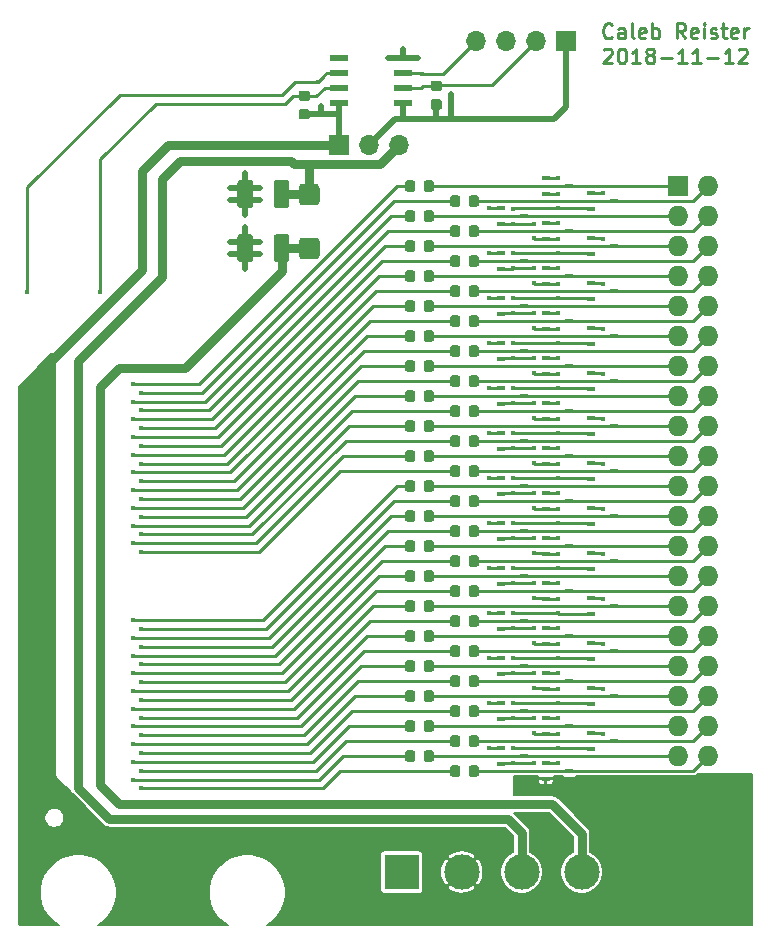
<source format=gbr>
G04 #@! TF.GenerationSoftware,KiCad,Pcbnew,5.0.1*
G04 #@! TF.CreationDate,2018-11-12T18:51:32-08:00*
G04 #@! TF.ProjectId,HSMC-GPIO-kicad,48534D432D4750494F2D6B696361642E,rev?*
G04 #@! TF.SameCoordinates,Original*
G04 #@! TF.FileFunction,Copper,L1,Top,Signal*
G04 #@! TF.FilePolarity,Positive*
%FSLAX46Y46*%
G04 Gerber Fmt 4.6, Leading zero omitted, Abs format (unit mm)*
G04 Created by KiCad (PCBNEW 5.0.1) date Mon 12 Nov 2018 06:51:32 PM PST*
%MOMM*%
%LPD*%
G01*
G04 APERTURE LIST*
G04 #@! TA.AperFunction,NonConductor*
%ADD10C,0.250000*%
G04 #@! TD*
G04 #@! TA.AperFunction,ComponentPad*
%ADD11C,3.000000*%
G04 #@! TD*
G04 #@! TA.AperFunction,ComponentPad*
%ADD12R,3.000000X3.000000*%
G04 #@! TD*
G04 #@! TA.AperFunction,ComponentPad*
%ADD13O,1.700000X1.700000*%
G04 #@! TD*
G04 #@! TA.AperFunction,ComponentPad*
%ADD14R,1.700000X1.700000*%
G04 #@! TD*
G04 #@! TA.AperFunction,SMDPad,CuDef*
%ADD15R,1.550000X0.600000*%
G04 #@! TD*
G04 #@! TA.AperFunction,SMDPad,CuDef*
%ADD16R,0.700000X0.450000*%
G04 #@! TD*
G04 #@! TA.AperFunction,Conductor*
%ADD17C,0.025400*%
G04 #@! TD*
G04 #@! TA.AperFunction,SMDPad,CuDef*
%ADD18C,1.325000*%
G04 #@! TD*
G04 #@! TA.AperFunction,ComponentPad*
%ADD19O,1.727200X1.727200*%
G04 #@! TD*
G04 #@! TA.AperFunction,ComponentPad*
%ADD20R,1.727200X1.727200*%
G04 #@! TD*
G04 #@! TA.AperFunction,SMDPad,CuDef*
%ADD21C,0.875000*%
G04 #@! TD*
G04 #@! TA.AperFunction,ViaPad*
%ADD22C,0.381000*%
G04 #@! TD*
G04 #@! TA.AperFunction,Conductor*
%ADD23C,0.793750*%
G04 #@! TD*
G04 #@! TA.AperFunction,Conductor*
%ADD24C,0.508000*%
G04 #@! TD*
G04 #@! TA.AperFunction,Conductor*
%ADD25C,0.254000*%
G04 #@! TD*
G04 #@! TA.AperFunction,Conductor*
%ADD26C,0.152400*%
G04 #@! TD*
G04 APERTURE END LIST*
D10*
X76308833Y-27577928D02*
X76249309Y-27637452D01*
X76070738Y-27696976D01*
X75951690Y-27696976D01*
X75773119Y-27637452D01*
X75654071Y-27518404D01*
X75594547Y-27399357D01*
X75535023Y-27161261D01*
X75535023Y-26982690D01*
X75594547Y-26744595D01*
X75654071Y-26625547D01*
X75773119Y-26506500D01*
X75951690Y-26446976D01*
X76070738Y-26446976D01*
X76249309Y-26506500D01*
X76308833Y-26566023D01*
X77380261Y-27696976D02*
X77380261Y-27042214D01*
X77320738Y-26923166D01*
X77201690Y-26863642D01*
X76963595Y-26863642D01*
X76844547Y-26923166D01*
X77380261Y-27637452D02*
X77261214Y-27696976D01*
X76963595Y-27696976D01*
X76844547Y-27637452D01*
X76785023Y-27518404D01*
X76785023Y-27399357D01*
X76844547Y-27280309D01*
X76963595Y-27220785D01*
X77261214Y-27220785D01*
X77380261Y-27161261D01*
X78154071Y-27696976D02*
X78035023Y-27637452D01*
X77975500Y-27518404D01*
X77975500Y-26446976D01*
X79106452Y-27637452D02*
X78987404Y-27696976D01*
X78749309Y-27696976D01*
X78630261Y-27637452D01*
X78570738Y-27518404D01*
X78570738Y-27042214D01*
X78630261Y-26923166D01*
X78749309Y-26863642D01*
X78987404Y-26863642D01*
X79106452Y-26923166D01*
X79165976Y-27042214D01*
X79165976Y-27161261D01*
X78570738Y-27280309D01*
X79701690Y-27696976D02*
X79701690Y-26446976D01*
X79701690Y-26923166D02*
X79820738Y-26863642D01*
X80058833Y-26863642D01*
X80177880Y-26923166D01*
X80237404Y-26982690D01*
X80296928Y-27101738D01*
X80296928Y-27458880D01*
X80237404Y-27577928D01*
X80177880Y-27637452D01*
X80058833Y-27696976D01*
X79820738Y-27696976D01*
X79701690Y-27637452D01*
X82499309Y-27696976D02*
X82082642Y-27101738D01*
X81785023Y-27696976D02*
X81785023Y-26446976D01*
X82261214Y-26446976D01*
X82380261Y-26506500D01*
X82439785Y-26566023D01*
X82499309Y-26685071D01*
X82499309Y-26863642D01*
X82439785Y-26982690D01*
X82380261Y-27042214D01*
X82261214Y-27101738D01*
X81785023Y-27101738D01*
X83511214Y-27637452D02*
X83392166Y-27696976D01*
X83154071Y-27696976D01*
X83035023Y-27637452D01*
X82975500Y-27518404D01*
X82975500Y-27042214D01*
X83035023Y-26923166D01*
X83154071Y-26863642D01*
X83392166Y-26863642D01*
X83511214Y-26923166D01*
X83570738Y-27042214D01*
X83570738Y-27161261D01*
X82975500Y-27280309D01*
X84106452Y-27696976D02*
X84106452Y-26863642D01*
X84106452Y-26446976D02*
X84046928Y-26506500D01*
X84106452Y-26566023D01*
X84165976Y-26506500D01*
X84106452Y-26446976D01*
X84106452Y-26566023D01*
X84642166Y-27637452D02*
X84761214Y-27696976D01*
X84999309Y-27696976D01*
X85118357Y-27637452D01*
X85177880Y-27518404D01*
X85177880Y-27458880D01*
X85118357Y-27339833D01*
X84999309Y-27280309D01*
X84820738Y-27280309D01*
X84701690Y-27220785D01*
X84642166Y-27101738D01*
X84642166Y-27042214D01*
X84701690Y-26923166D01*
X84820738Y-26863642D01*
X84999309Y-26863642D01*
X85118357Y-26923166D01*
X85535023Y-26863642D02*
X86011214Y-26863642D01*
X85713595Y-26446976D02*
X85713595Y-27518404D01*
X85773119Y-27637452D01*
X85892166Y-27696976D01*
X86011214Y-27696976D01*
X86904071Y-27637452D02*
X86785023Y-27696976D01*
X86546928Y-27696976D01*
X86427880Y-27637452D01*
X86368357Y-27518404D01*
X86368357Y-27042214D01*
X86427880Y-26923166D01*
X86546928Y-26863642D01*
X86785023Y-26863642D01*
X86904071Y-26923166D01*
X86963595Y-27042214D01*
X86963595Y-27161261D01*
X86368357Y-27280309D01*
X87499309Y-27696976D02*
X87499309Y-26863642D01*
X87499309Y-27101738D02*
X87558833Y-26982690D01*
X87618357Y-26923166D01*
X87737404Y-26863642D01*
X87856452Y-26863642D01*
X75594547Y-28691023D02*
X75654071Y-28631500D01*
X75773119Y-28571976D01*
X76070738Y-28571976D01*
X76189785Y-28631500D01*
X76249309Y-28691023D01*
X76308833Y-28810071D01*
X76308833Y-28929119D01*
X76249309Y-29107690D01*
X75535023Y-29821976D01*
X76308833Y-29821976D01*
X77082642Y-28571976D02*
X77201690Y-28571976D01*
X77320738Y-28631500D01*
X77380261Y-28691023D01*
X77439785Y-28810071D01*
X77499309Y-29048166D01*
X77499309Y-29345785D01*
X77439785Y-29583880D01*
X77380261Y-29702928D01*
X77320738Y-29762452D01*
X77201690Y-29821976D01*
X77082642Y-29821976D01*
X76963595Y-29762452D01*
X76904071Y-29702928D01*
X76844547Y-29583880D01*
X76785023Y-29345785D01*
X76785023Y-29048166D01*
X76844547Y-28810071D01*
X76904071Y-28691023D01*
X76963595Y-28631500D01*
X77082642Y-28571976D01*
X78689785Y-29821976D02*
X77975500Y-29821976D01*
X78332642Y-29821976D02*
X78332642Y-28571976D01*
X78213595Y-28750547D01*
X78094547Y-28869595D01*
X77975500Y-28929119D01*
X79404071Y-29107690D02*
X79285023Y-29048166D01*
X79225500Y-28988642D01*
X79165976Y-28869595D01*
X79165976Y-28810071D01*
X79225500Y-28691023D01*
X79285023Y-28631500D01*
X79404071Y-28571976D01*
X79642166Y-28571976D01*
X79761214Y-28631500D01*
X79820738Y-28691023D01*
X79880261Y-28810071D01*
X79880261Y-28869595D01*
X79820738Y-28988642D01*
X79761214Y-29048166D01*
X79642166Y-29107690D01*
X79404071Y-29107690D01*
X79285023Y-29167214D01*
X79225500Y-29226738D01*
X79165976Y-29345785D01*
X79165976Y-29583880D01*
X79225500Y-29702928D01*
X79285023Y-29762452D01*
X79404071Y-29821976D01*
X79642166Y-29821976D01*
X79761214Y-29762452D01*
X79820738Y-29702928D01*
X79880261Y-29583880D01*
X79880261Y-29345785D01*
X79820738Y-29226738D01*
X79761214Y-29167214D01*
X79642166Y-29107690D01*
X80415976Y-29345785D02*
X81368357Y-29345785D01*
X82618357Y-29821976D02*
X81904071Y-29821976D01*
X82261214Y-29821976D02*
X82261214Y-28571976D01*
X82142166Y-28750547D01*
X82023119Y-28869595D01*
X81904071Y-28929119D01*
X83808833Y-29821976D02*
X83094547Y-29821976D01*
X83451690Y-29821976D02*
X83451690Y-28571976D01*
X83332642Y-28750547D01*
X83213595Y-28869595D01*
X83094547Y-28929119D01*
X84344547Y-29345785D02*
X85296928Y-29345785D01*
X86546928Y-29821976D02*
X85832642Y-29821976D01*
X86189785Y-29821976D02*
X86189785Y-28571976D01*
X86070738Y-28750547D01*
X85951690Y-28869595D01*
X85832642Y-28929119D01*
X87023119Y-28691023D02*
X87082642Y-28631500D01*
X87201690Y-28571976D01*
X87499309Y-28571976D01*
X87618357Y-28631500D01*
X87677880Y-28691023D01*
X87737404Y-28810071D01*
X87737404Y-28929119D01*
X87677880Y-29107690D01*
X86963595Y-29821976D01*
X87737404Y-29821976D01*
D11*
G04 #@! TO.P,J4,2*
G04 #@! TO.N,+3V3*
X63569710Y-98298000D03*
G04 #@! TO.P,J4,3*
G04 #@! TO.N,+5V*
X68649710Y-98298000D03*
D12*
G04 #@! TO.P,J4,1*
G04 #@! TO.N,GND*
X58489710Y-98298000D03*
D11*
G04 #@! TO.P,J4,4*
G04 #@! TO.N,+12V*
X73729710Y-98298000D03*
G04 #@! TD*
D13*
G04 #@! TO.P,J3,4*
G04 #@! TO.N,Net-(D42-Pad3)*
X64770000Y-27940000D03*
G04 #@! TO.P,J3,3*
G04 #@! TO.N,GND*
X67310000Y-27940000D03*
G04 #@! TO.P,J3,2*
G04 #@! TO.N,Net-(D41-Pad3)*
X69850000Y-27940000D03*
D14*
G04 #@! TO.P,J3,1*
G04 #@! TO.N,VBUS*
X72390000Y-27940000D03*
G04 #@! TD*
D15*
G04 #@! TO.P,U2,8*
G04 #@! TO.N,+3V3*
X53180000Y-33147000D03*
G04 #@! TO.P,U2,7*
G04 #@! TO.N,/SCL*
X53180000Y-31877000D03*
G04 #@! TO.P,U2,6*
G04 #@! TO.N,/SDA*
X53180000Y-30607000D03*
G04 #@! TO.P,U2,5*
G04 #@! TO.N,Net-(U2-Pad5)*
X53180000Y-29337000D03*
G04 #@! TO.P,U2,4*
G04 #@! TO.N,GND*
X58580000Y-29337000D03*
G04 #@! TO.P,U2,3*
G04 #@! TO.N,Net-(D42-Pad3)*
X58580000Y-30607000D03*
G04 #@! TO.P,U2,2*
G04 #@! TO.N,Net-(D41-Pad3)*
X58580000Y-31877000D03*
G04 #@! TO.P,U2,1*
G04 #@! TO.N,VBUS*
X58580000Y-33147000D03*
G04 #@! TD*
D16*
G04 #@! TO.P,D1,3*
G04 #@! TO.N,/GPIO/P1*
X72681710Y-40210200D03*
G04 #@! TO.P,D1,2*
G04 #@! TO.N,+3V3*
X70681710Y-40860200D03*
G04 #@! TO.P,D1,1*
G04 #@! TO.N,GND*
X70681710Y-39560200D03*
G04 #@! TD*
G04 #@! TO.P,D2,3*
G04 #@! TO.N,/GPIO/P2*
X76491710Y-41480200D03*
G04 #@! TO.P,D2,2*
G04 #@! TO.N,+3V3*
X74491710Y-42130200D03*
G04 #@! TO.P,D2,1*
G04 #@! TO.N,GND*
X74491710Y-40830200D03*
G04 #@! TD*
D17*
G04 #@! TO.N,GND*
G04 #@! TO.C,C16*
G36*
X45681005Y-44298204D02*
X45705273Y-44301804D01*
X45729072Y-44307765D01*
X45752171Y-44316030D01*
X45774350Y-44326520D01*
X45795393Y-44339132D01*
X45815099Y-44353747D01*
X45833277Y-44370223D01*
X45849753Y-44388401D01*
X45864368Y-44408107D01*
X45876980Y-44429150D01*
X45887470Y-44451329D01*
X45895735Y-44474428D01*
X45901696Y-44498227D01*
X45905296Y-44522495D01*
X45906500Y-44546999D01*
X45906500Y-46397001D01*
X45905296Y-46421505D01*
X45901696Y-46445773D01*
X45895735Y-46469572D01*
X45887470Y-46492671D01*
X45876980Y-46514850D01*
X45864368Y-46535893D01*
X45849753Y-46555599D01*
X45833277Y-46573777D01*
X45815099Y-46590253D01*
X45795393Y-46604868D01*
X45774350Y-46617480D01*
X45752171Y-46627970D01*
X45729072Y-46636235D01*
X45705273Y-46642196D01*
X45681005Y-46645796D01*
X45656501Y-46647000D01*
X44831499Y-46647000D01*
X44806995Y-46645796D01*
X44782727Y-46642196D01*
X44758928Y-46636235D01*
X44735829Y-46627970D01*
X44713650Y-46617480D01*
X44692607Y-46604868D01*
X44672901Y-46590253D01*
X44654723Y-46573777D01*
X44638247Y-46555599D01*
X44623632Y-46535893D01*
X44611020Y-46514850D01*
X44600530Y-46492671D01*
X44592265Y-46469572D01*
X44586304Y-46445773D01*
X44582704Y-46421505D01*
X44581500Y-46397001D01*
X44581500Y-44546999D01*
X44582704Y-44522495D01*
X44586304Y-44498227D01*
X44592265Y-44474428D01*
X44600530Y-44451329D01*
X44611020Y-44429150D01*
X44623632Y-44408107D01*
X44638247Y-44388401D01*
X44654723Y-44370223D01*
X44672901Y-44353747D01*
X44692607Y-44339132D01*
X44713650Y-44326520D01*
X44735829Y-44316030D01*
X44758928Y-44307765D01*
X44782727Y-44301804D01*
X44806995Y-44298204D01*
X44831499Y-44297000D01*
X45656501Y-44297000D01*
X45681005Y-44298204D01*
X45681005Y-44298204D01*
G37*
D18*
G04 #@! TD*
G04 #@! TO.P,C16,2*
G04 #@! TO.N,GND*
X45244000Y-45472000D03*
D17*
G04 #@! TO.N,+12V*
G04 #@! TO.C,C16*
G36*
X48756005Y-44298204D02*
X48780273Y-44301804D01*
X48804072Y-44307765D01*
X48827171Y-44316030D01*
X48849350Y-44326520D01*
X48870393Y-44339132D01*
X48890099Y-44353747D01*
X48908277Y-44370223D01*
X48924753Y-44388401D01*
X48939368Y-44408107D01*
X48951980Y-44429150D01*
X48962470Y-44451329D01*
X48970735Y-44474428D01*
X48976696Y-44498227D01*
X48980296Y-44522495D01*
X48981500Y-44546999D01*
X48981500Y-46397001D01*
X48980296Y-46421505D01*
X48976696Y-46445773D01*
X48970735Y-46469572D01*
X48962470Y-46492671D01*
X48951980Y-46514850D01*
X48939368Y-46535893D01*
X48924753Y-46555599D01*
X48908277Y-46573777D01*
X48890099Y-46590253D01*
X48870393Y-46604868D01*
X48849350Y-46617480D01*
X48827171Y-46627970D01*
X48804072Y-46636235D01*
X48780273Y-46642196D01*
X48756005Y-46645796D01*
X48731501Y-46647000D01*
X47906499Y-46647000D01*
X47881995Y-46645796D01*
X47857727Y-46642196D01*
X47833928Y-46636235D01*
X47810829Y-46627970D01*
X47788650Y-46617480D01*
X47767607Y-46604868D01*
X47747901Y-46590253D01*
X47729723Y-46573777D01*
X47713247Y-46555599D01*
X47698632Y-46535893D01*
X47686020Y-46514850D01*
X47675530Y-46492671D01*
X47667265Y-46469572D01*
X47661304Y-46445773D01*
X47657704Y-46421505D01*
X47656500Y-46397001D01*
X47656500Y-44546999D01*
X47657704Y-44522495D01*
X47661304Y-44498227D01*
X47667265Y-44474428D01*
X47675530Y-44451329D01*
X47686020Y-44429150D01*
X47698632Y-44408107D01*
X47713247Y-44388401D01*
X47729723Y-44370223D01*
X47747901Y-44353747D01*
X47767607Y-44339132D01*
X47788650Y-44326520D01*
X47810829Y-44316030D01*
X47833928Y-44307765D01*
X47857727Y-44301804D01*
X47881995Y-44298204D01*
X47906499Y-44297000D01*
X48731501Y-44297000D01*
X48756005Y-44298204D01*
X48756005Y-44298204D01*
G37*
D18*
G04 #@! TD*
G04 #@! TO.P,C16,1*
G04 #@! TO.N,+12V*
X48319000Y-45472000D03*
D19*
G04 #@! TO.P,J1,40*
G04 #@! TO.N,/GPIO/P40*
X84381710Y-88470200D03*
G04 #@! TO.P,J1,39*
G04 #@! TO.N,/GPIO/P39*
X81841710Y-88470200D03*
G04 #@! TO.P,J1,38*
G04 #@! TO.N,/GPIO/P38*
X84381710Y-85930200D03*
G04 #@! TO.P,J1,37*
G04 #@! TO.N,/GPIO/P37*
X81841710Y-85930200D03*
G04 #@! TO.P,J1,36*
G04 #@! TO.N,/GPIO/P36*
X84381710Y-83390200D03*
G04 #@! TO.P,J1,35*
G04 #@! TO.N,/GPIO/P35*
X81841710Y-83390200D03*
G04 #@! TO.P,J1,34*
G04 #@! TO.N,/GPIO/P34*
X84381710Y-80850200D03*
G04 #@! TO.P,J1,33*
G04 #@! TO.N,/GPIO/P33*
X81841710Y-80850200D03*
G04 #@! TO.P,J1,32*
G04 #@! TO.N,/GPIO/P32*
X84381710Y-78310200D03*
G04 #@! TO.P,J1,31*
G04 #@! TO.N,/GPIO/P31*
X81841710Y-78310200D03*
G04 #@! TO.P,J1,30*
G04 #@! TO.N,/GPIO/P30*
X84381710Y-75770200D03*
G04 #@! TO.P,J1,29*
G04 #@! TO.N,/GPIO/P29*
X81841710Y-75770200D03*
G04 #@! TO.P,J1,28*
G04 #@! TO.N,/GPIO/P28*
X84381710Y-73230200D03*
G04 #@! TO.P,J1,27*
G04 #@! TO.N,/GPIO/P27*
X81841710Y-73230200D03*
G04 #@! TO.P,J1,26*
G04 #@! TO.N,/GPIO/P26*
X84381710Y-70690200D03*
G04 #@! TO.P,J1,25*
G04 #@! TO.N,/GPIO/P25*
X81841710Y-70690200D03*
G04 #@! TO.P,J1,24*
G04 #@! TO.N,/GPIO/P24*
X84381710Y-68150200D03*
G04 #@! TO.P,J1,23*
G04 #@! TO.N,/GPIO/P23*
X81841710Y-68150200D03*
G04 #@! TO.P,J1,22*
G04 #@! TO.N,/GPIO/P22*
X84381710Y-65610200D03*
G04 #@! TO.P,J1,21*
G04 #@! TO.N,/GPIO/P21*
X81841710Y-65610200D03*
G04 #@! TO.P,J1,20*
G04 #@! TO.N,/GPIO/P20*
X84381710Y-63070200D03*
G04 #@! TO.P,J1,19*
G04 #@! TO.N,/GPIO/P19*
X81841710Y-63070200D03*
G04 #@! TO.P,J1,18*
G04 #@! TO.N,/GPIO/P18*
X84381710Y-60530200D03*
G04 #@! TO.P,J1,17*
G04 #@! TO.N,/GPIO/P17*
X81841710Y-60530200D03*
G04 #@! TO.P,J1,16*
G04 #@! TO.N,/GPIO/P16*
X84381710Y-57990200D03*
G04 #@! TO.P,J1,15*
G04 #@! TO.N,/GPIO/P15*
X81841710Y-57990200D03*
G04 #@! TO.P,J1,14*
G04 #@! TO.N,/GPIO/P14*
X84381710Y-55450200D03*
G04 #@! TO.P,J1,13*
G04 #@! TO.N,/GPIO/P13*
X81841710Y-55450200D03*
G04 #@! TO.P,J1,12*
G04 #@! TO.N,/GPIO/P12*
X84381710Y-52910200D03*
G04 #@! TO.P,J1,11*
G04 #@! TO.N,/GPIO/P11*
X81841710Y-52910200D03*
G04 #@! TO.P,J1,10*
G04 #@! TO.N,/GPIO/P10*
X84381710Y-50370200D03*
G04 #@! TO.P,J1,9*
G04 #@! TO.N,/GPIO/P9*
X81841710Y-50370200D03*
G04 #@! TO.P,J1,8*
G04 #@! TO.N,/GPIO/P8*
X84381710Y-47830200D03*
G04 #@! TO.P,J1,7*
G04 #@! TO.N,/GPIO/P7*
X81841710Y-47830200D03*
G04 #@! TO.P,J1,6*
G04 #@! TO.N,/GPIO/P6*
X84381710Y-45290200D03*
G04 #@! TO.P,J1,5*
G04 #@! TO.N,/GPIO/P5*
X81841710Y-45290200D03*
G04 #@! TO.P,J1,4*
G04 #@! TO.N,/GPIO/P4*
X84381710Y-42750200D03*
G04 #@! TO.P,J1,3*
G04 #@! TO.N,/GPIO/P3*
X81841710Y-42750200D03*
G04 #@! TO.P,J1,2*
G04 #@! TO.N,/GPIO/P2*
X84381710Y-40210200D03*
D20*
G04 #@! TO.P,J1,1*
G04 #@! TO.N,/GPIO/P1*
X81841710Y-40210200D03*
G04 #@! TD*
D16*
G04 #@! TO.P,D15,3*
G04 #@! TO.N,/GPIO/P15*
X68871710Y-57990200D03*
G04 #@! TO.P,D15,2*
G04 #@! TO.N,+3V3*
X66871710Y-58640200D03*
G04 #@! TO.P,D15,1*
G04 #@! TO.N,GND*
X66871710Y-57340200D03*
G04 #@! TD*
G04 #@! TO.P,D39,3*
G04 #@! TO.N,/GPIO/P39*
X68871710Y-88470200D03*
G04 #@! TO.P,D39,2*
G04 #@! TO.N,+3V3*
X66871710Y-89120200D03*
G04 #@! TO.P,D39,1*
G04 #@! TO.N,GND*
X66871710Y-87820200D03*
G04 #@! TD*
G04 #@! TO.P,D22,3*
G04 #@! TO.N,/GPIO/P22*
X72681710Y-66880200D03*
G04 #@! TO.P,D22,2*
G04 #@! TO.N,+3V3*
X70681710Y-67530200D03*
G04 #@! TO.P,D22,1*
G04 #@! TO.N,GND*
X70681710Y-66230200D03*
G04 #@! TD*
G04 #@! TO.P,D10,3*
G04 #@! TO.N,/GPIO/P10*
X72681710Y-51640200D03*
G04 #@! TO.P,D10,2*
G04 #@! TO.N,+3V3*
X70681710Y-52290200D03*
G04 #@! TO.P,D10,1*
G04 #@! TO.N,GND*
X70681710Y-50990200D03*
G04 #@! TD*
G04 #@! TO.P,D14,3*
G04 #@! TO.N,/GPIO/P14*
X76491710Y-56720200D03*
G04 #@! TO.P,D14,2*
G04 #@! TO.N,+3V3*
X74491710Y-57370200D03*
G04 #@! TO.P,D14,1*
G04 #@! TO.N,GND*
X74491710Y-56070200D03*
G04 #@! TD*
G04 #@! TO.P,D30,3*
G04 #@! TO.N,/GPIO/P30*
X68871710Y-77040200D03*
G04 #@! TO.P,D30,2*
G04 #@! TO.N,+3V3*
X66871710Y-77690200D03*
G04 #@! TO.P,D30,1*
G04 #@! TO.N,GND*
X66871710Y-76390200D03*
G04 #@! TD*
G04 #@! TO.P,D7,3*
G04 #@! TO.N,/GPIO/P7*
X72681710Y-47830200D03*
G04 #@! TO.P,D7,2*
G04 #@! TO.N,+3V3*
X70681710Y-48480200D03*
G04 #@! TO.P,D7,1*
G04 #@! TO.N,GND*
X70681710Y-47180200D03*
G04 #@! TD*
G04 #@! TO.P,D23,3*
G04 #@! TO.N,/GPIO/P23*
X76491710Y-68150200D03*
G04 #@! TO.P,D23,2*
G04 #@! TO.N,+3V3*
X74491710Y-68800200D03*
G04 #@! TO.P,D23,1*
G04 #@! TO.N,GND*
X74491710Y-67500200D03*
G04 #@! TD*
G04 #@! TO.P,D34,3*
G04 #@! TO.N,/GPIO/P34*
X72681710Y-82120200D03*
G04 #@! TO.P,D34,2*
G04 #@! TO.N,+3V3*
X70681710Y-82770200D03*
G04 #@! TO.P,D34,1*
G04 #@! TO.N,GND*
X70681710Y-81470200D03*
G04 #@! TD*
G04 #@! TO.P,D26,3*
G04 #@! TO.N,/GPIO/P26*
X76491710Y-71960200D03*
G04 #@! TO.P,D26,2*
G04 #@! TO.N,+3V3*
X74491710Y-72610200D03*
G04 #@! TO.P,D26,1*
G04 #@! TO.N,GND*
X74491710Y-71310200D03*
G04 #@! TD*
G04 #@! TO.P,D35,1*
G04 #@! TO.N,GND*
X74491710Y-82740200D03*
G04 #@! TO.P,D35,2*
G04 #@! TO.N,+3V3*
X74491710Y-84040200D03*
G04 #@! TO.P,D35,3*
G04 #@! TO.N,/GPIO/P35*
X76491710Y-83390200D03*
G04 #@! TD*
G04 #@! TO.P,D31,3*
G04 #@! TO.N,/GPIO/P31*
X72681710Y-78310200D03*
G04 #@! TO.P,D31,2*
G04 #@! TO.N,+3V3*
X70681710Y-78960200D03*
G04 #@! TO.P,D31,1*
G04 #@! TO.N,GND*
X70681710Y-77660200D03*
G04 #@! TD*
G04 #@! TO.P,D19,3*
G04 #@! TO.N,/GPIO/P19*
X72681710Y-63070200D03*
G04 #@! TO.P,D19,2*
G04 #@! TO.N,+3V3*
X70681710Y-63720200D03*
G04 #@! TO.P,D19,1*
G04 #@! TO.N,GND*
X70681710Y-62420200D03*
G04 #@! TD*
G04 #@! TO.P,D11,3*
G04 #@! TO.N,/GPIO/P11*
X76491710Y-52910200D03*
G04 #@! TO.P,D11,2*
G04 #@! TO.N,+3V3*
X74491710Y-53560200D03*
G04 #@! TO.P,D11,1*
G04 #@! TO.N,GND*
X74491710Y-52260200D03*
G04 #@! TD*
G04 #@! TO.P,D6,1*
G04 #@! TO.N,GND*
X66871710Y-45910200D03*
G04 #@! TO.P,D6,2*
G04 #@! TO.N,+3V3*
X66871710Y-47210200D03*
G04 #@! TO.P,D6,3*
G04 #@! TO.N,/GPIO/P6*
X68871710Y-46560200D03*
G04 #@! TD*
G04 #@! TO.P,D3,3*
G04 #@! TO.N,/GPIO/P3*
X68871710Y-42750200D03*
G04 #@! TO.P,D3,2*
G04 #@! TO.N,+3V3*
X66871710Y-43400200D03*
G04 #@! TO.P,D3,1*
G04 #@! TO.N,GND*
X66871710Y-42100200D03*
G04 #@! TD*
G04 #@! TO.P,D27,3*
G04 #@! TO.N,/GPIO/P27*
X68871710Y-73230200D03*
G04 #@! TO.P,D27,2*
G04 #@! TO.N,+3V3*
X66871710Y-73880200D03*
G04 #@! TO.P,D27,1*
G04 #@! TO.N,GND*
X66871710Y-72580200D03*
G04 #@! TD*
G04 #@! TO.P,D38,3*
G04 #@! TO.N,/GPIO/P38*
X76491710Y-87200200D03*
G04 #@! TO.P,D38,2*
G04 #@! TO.N,+3V3*
X74491710Y-87850200D03*
G04 #@! TO.P,D38,1*
G04 #@! TO.N,GND*
X74491710Y-86550200D03*
G04 #@! TD*
G04 #@! TO.P,D18,3*
G04 #@! TO.N,/GPIO/P18*
X68871710Y-61800200D03*
G04 #@! TO.P,D18,2*
G04 #@! TO.N,+3V3*
X66871710Y-62450200D03*
G04 #@! TO.P,D18,1*
G04 #@! TO.N,GND*
X66871710Y-61150200D03*
G04 #@! TD*
G04 #@! TO.P,D29,3*
G04 #@! TO.N,/GPIO/P29*
X76491710Y-75770200D03*
G04 #@! TO.P,D29,2*
G04 #@! TO.N,+3V3*
X74491710Y-76420200D03*
G04 #@! TO.P,D29,1*
G04 #@! TO.N,GND*
X74491710Y-75120200D03*
G04 #@! TD*
G04 #@! TO.P,D40,3*
G04 #@! TO.N,/GPIO/P40*
X72681710Y-89740200D03*
G04 #@! TO.P,D40,2*
G04 #@! TO.N,+3V3*
X70681710Y-90390200D03*
G04 #@! TO.P,D40,1*
G04 #@! TO.N,GND*
X70681710Y-89090200D03*
G04 #@! TD*
G04 #@! TO.P,D37,3*
G04 #@! TO.N,/GPIO/P37*
X72681710Y-85930200D03*
G04 #@! TO.P,D37,2*
G04 #@! TO.N,+3V3*
X70681710Y-86580200D03*
G04 #@! TO.P,D37,1*
G04 #@! TO.N,GND*
X70681710Y-85280200D03*
G04 #@! TD*
G04 #@! TO.P,D25,3*
G04 #@! TO.N,/GPIO/P25*
X72681710Y-70690200D03*
G04 #@! TO.P,D25,2*
G04 #@! TO.N,+3V3*
X70681710Y-71340200D03*
G04 #@! TO.P,D25,1*
G04 #@! TO.N,GND*
X70681710Y-70040200D03*
G04 #@! TD*
G04 #@! TO.P,D36,3*
G04 #@! TO.N,/GPIO/P36*
X68871710Y-84660200D03*
G04 #@! TO.P,D36,2*
G04 #@! TO.N,+3V3*
X66871710Y-85310200D03*
G04 #@! TO.P,D36,1*
G04 #@! TO.N,GND*
X66871710Y-84010200D03*
G04 #@! TD*
G04 #@! TO.P,D16,3*
G04 #@! TO.N,/GPIO/P16*
X72681710Y-59260200D03*
G04 #@! TO.P,D16,2*
G04 #@! TO.N,+3V3*
X70681710Y-59910200D03*
G04 #@! TO.P,D16,1*
G04 #@! TO.N,GND*
X70681710Y-58610200D03*
G04 #@! TD*
G04 #@! TO.P,D28,3*
G04 #@! TO.N,/GPIO/P28*
X72681710Y-74500200D03*
G04 #@! TO.P,D28,2*
G04 #@! TO.N,+3V3*
X70681710Y-75150200D03*
G04 #@! TO.P,D28,1*
G04 #@! TO.N,GND*
X70681710Y-73850200D03*
G04 #@! TD*
G04 #@! TO.P,D24,3*
G04 #@! TO.N,/GPIO/P24*
X68871710Y-69420200D03*
G04 #@! TO.P,D24,2*
G04 #@! TO.N,+3V3*
X66871710Y-70070200D03*
G04 #@! TO.P,D24,1*
G04 #@! TO.N,GND*
X66871710Y-68770200D03*
G04 #@! TD*
G04 #@! TO.P,D21,3*
G04 #@! TO.N,/GPIO/P21*
X68871710Y-65610200D03*
G04 #@! TO.P,D21,2*
G04 #@! TO.N,+3V3*
X66871710Y-66260200D03*
G04 #@! TO.P,D21,1*
G04 #@! TO.N,GND*
X66871710Y-64960200D03*
G04 #@! TD*
G04 #@! TO.P,D20,3*
G04 #@! TO.N,/GPIO/P20*
X76491710Y-64340200D03*
G04 #@! TO.P,D20,2*
G04 #@! TO.N,+3V3*
X74491710Y-64990200D03*
G04 #@! TO.P,D20,1*
G04 #@! TO.N,GND*
X74491710Y-63690200D03*
G04 #@! TD*
G04 #@! TO.P,D13,3*
G04 #@! TO.N,/GPIO/P13*
X72681710Y-55450200D03*
G04 #@! TO.P,D13,2*
G04 #@! TO.N,+3V3*
X70681710Y-56100200D03*
G04 #@! TO.P,D13,1*
G04 #@! TO.N,GND*
X70681710Y-54800200D03*
G04 #@! TD*
G04 #@! TO.P,D17,3*
G04 #@! TO.N,/GPIO/P17*
X76491710Y-60530200D03*
G04 #@! TO.P,D17,2*
G04 #@! TO.N,+3V3*
X74491710Y-61180200D03*
G04 #@! TO.P,D17,1*
G04 #@! TO.N,GND*
X74491710Y-59880200D03*
G04 #@! TD*
G04 #@! TO.P,D32,3*
G04 #@! TO.N,/GPIO/P32*
X76491710Y-79580200D03*
G04 #@! TO.P,D32,2*
G04 #@! TO.N,+3V3*
X74491710Y-80230200D03*
G04 #@! TO.P,D32,1*
G04 #@! TO.N,GND*
X74491710Y-78930200D03*
G04 #@! TD*
G04 #@! TO.P,D5,3*
G04 #@! TO.N,/GPIO/P5*
X76491710Y-45290200D03*
G04 #@! TO.P,D5,2*
G04 #@! TO.N,+3V3*
X74491710Y-45940200D03*
G04 #@! TO.P,D5,1*
G04 #@! TO.N,GND*
X74491710Y-44640200D03*
G04 #@! TD*
G04 #@! TO.P,D12,3*
G04 #@! TO.N,/GPIO/P12*
X68871710Y-54180200D03*
G04 #@! TO.P,D12,2*
G04 #@! TO.N,+3V3*
X66871710Y-54830200D03*
G04 #@! TO.P,D12,1*
G04 #@! TO.N,GND*
X66871710Y-53530200D03*
G04 #@! TD*
G04 #@! TO.P,D9,3*
G04 #@! TO.N,/GPIO/P9*
X68871710Y-50370200D03*
G04 #@! TO.P,D9,2*
G04 #@! TO.N,+3V3*
X66871710Y-51020200D03*
G04 #@! TO.P,D9,1*
G04 #@! TO.N,GND*
X66871710Y-49720200D03*
G04 #@! TD*
G04 #@! TO.P,D8,3*
G04 #@! TO.N,/GPIO/P8*
X76491710Y-49100200D03*
G04 #@! TO.P,D8,2*
G04 #@! TO.N,+3V3*
X74491710Y-49750200D03*
G04 #@! TO.P,D8,1*
G04 #@! TO.N,GND*
X74491710Y-48450200D03*
G04 #@! TD*
G04 #@! TO.P,D33,3*
G04 #@! TO.N,/GPIO/P33*
X68871710Y-80850200D03*
G04 #@! TO.P,D33,2*
G04 #@! TO.N,+3V3*
X66871710Y-81500200D03*
G04 #@! TO.P,D33,1*
G04 #@! TO.N,GND*
X66871710Y-80200200D03*
G04 #@! TD*
G04 #@! TO.P,D4,1*
G04 #@! TO.N,GND*
X70681710Y-43370200D03*
G04 #@! TO.P,D4,2*
G04 #@! TO.N,+3V3*
X70681710Y-44670200D03*
G04 #@! TO.P,D4,3*
G04 #@! TO.N,/GPIO/P4*
X72681710Y-44020200D03*
G04 #@! TD*
D17*
G04 #@! TO.N,/SCL*
G04 #@! TO.C,R41*
G36*
X50512401Y-32128253D02*
X50533636Y-32131403D01*
X50554460Y-32136619D01*
X50574672Y-32143851D01*
X50594078Y-32153030D01*
X50612491Y-32164066D01*
X50629734Y-32176854D01*
X50645640Y-32191270D01*
X50660056Y-32207176D01*
X50672844Y-32224419D01*
X50683880Y-32242832D01*
X50693059Y-32262238D01*
X50700291Y-32282450D01*
X50705507Y-32303274D01*
X50708657Y-32324509D01*
X50709710Y-32345950D01*
X50709710Y-32783450D01*
X50708657Y-32804891D01*
X50705507Y-32826126D01*
X50700291Y-32846950D01*
X50693059Y-32867162D01*
X50683880Y-32886568D01*
X50672844Y-32904981D01*
X50660056Y-32922224D01*
X50645640Y-32938130D01*
X50629734Y-32952546D01*
X50612491Y-32965334D01*
X50594078Y-32976370D01*
X50574672Y-32985549D01*
X50554460Y-32992781D01*
X50533636Y-32997997D01*
X50512401Y-33001147D01*
X50490960Y-33002200D01*
X49978460Y-33002200D01*
X49957019Y-33001147D01*
X49935784Y-32997997D01*
X49914960Y-32992781D01*
X49894748Y-32985549D01*
X49875342Y-32976370D01*
X49856929Y-32965334D01*
X49839686Y-32952546D01*
X49823780Y-32938130D01*
X49809364Y-32922224D01*
X49796576Y-32904981D01*
X49785540Y-32886568D01*
X49776361Y-32867162D01*
X49769129Y-32846950D01*
X49763913Y-32826126D01*
X49760763Y-32804891D01*
X49759710Y-32783450D01*
X49759710Y-32345950D01*
X49760763Y-32324509D01*
X49763913Y-32303274D01*
X49769129Y-32282450D01*
X49776361Y-32262238D01*
X49785540Y-32242832D01*
X49796576Y-32224419D01*
X49809364Y-32207176D01*
X49823780Y-32191270D01*
X49839686Y-32176854D01*
X49856929Y-32164066D01*
X49875342Y-32153030D01*
X49894748Y-32143851D01*
X49914960Y-32136619D01*
X49935784Y-32131403D01*
X49957019Y-32128253D01*
X49978460Y-32127200D01*
X50490960Y-32127200D01*
X50512401Y-32128253D01*
X50512401Y-32128253D01*
G37*
D21*
G04 #@! TD*
G04 #@! TO.P,R41,2*
G04 #@! TO.N,/SCL*
X50234710Y-32564700D03*
D17*
G04 #@! TO.N,+3V3*
G04 #@! TO.C,R41*
G36*
X50512401Y-33703253D02*
X50533636Y-33706403D01*
X50554460Y-33711619D01*
X50574672Y-33718851D01*
X50594078Y-33728030D01*
X50612491Y-33739066D01*
X50629734Y-33751854D01*
X50645640Y-33766270D01*
X50660056Y-33782176D01*
X50672844Y-33799419D01*
X50683880Y-33817832D01*
X50693059Y-33837238D01*
X50700291Y-33857450D01*
X50705507Y-33878274D01*
X50708657Y-33899509D01*
X50709710Y-33920950D01*
X50709710Y-34358450D01*
X50708657Y-34379891D01*
X50705507Y-34401126D01*
X50700291Y-34421950D01*
X50693059Y-34442162D01*
X50683880Y-34461568D01*
X50672844Y-34479981D01*
X50660056Y-34497224D01*
X50645640Y-34513130D01*
X50629734Y-34527546D01*
X50612491Y-34540334D01*
X50594078Y-34551370D01*
X50574672Y-34560549D01*
X50554460Y-34567781D01*
X50533636Y-34572997D01*
X50512401Y-34576147D01*
X50490960Y-34577200D01*
X49978460Y-34577200D01*
X49957019Y-34576147D01*
X49935784Y-34572997D01*
X49914960Y-34567781D01*
X49894748Y-34560549D01*
X49875342Y-34551370D01*
X49856929Y-34540334D01*
X49839686Y-34527546D01*
X49823780Y-34513130D01*
X49809364Y-34497224D01*
X49796576Y-34479981D01*
X49785540Y-34461568D01*
X49776361Y-34442162D01*
X49769129Y-34421950D01*
X49763913Y-34401126D01*
X49760763Y-34379891D01*
X49759710Y-34358450D01*
X49759710Y-33920950D01*
X49760763Y-33899509D01*
X49763913Y-33878274D01*
X49769129Y-33857450D01*
X49776361Y-33837238D01*
X49785540Y-33817832D01*
X49796576Y-33799419D01*
X49809364Y-33782176D01*
X49823780Y-33766270D01*
X49839686Y-33751854D01*
X49856929Y-33739066D01*
X49875342Y-33728030D01*
X49894748Y-33718851D01*
X49914960Y-33711619D01*
X49935784Y-33706403D01*
X49957019Y-33703253D01*
X49978460Y-33702200D01*
X50490960Y-33702200D01*
X50512401Y-33703253D01*
X50512401Y-33703253D01*
G37*
D21*
G04 #@! TD*
G04 #@! TO.P,R41,1*
G04 #@! TO.N,+3V3*
X50234710Y-34139700D03*
D17*
G04 #@! TO.N,Net-(D41-Pad3)*
G04 #@! TO.C,R44*
G36*
X61688401Y-31297553D02*
X61709636Y-31300703D01*
X61730460Y-31305919D01*
X61750672Y-31313151D01*
X61770078Y-31322330D01*
X61788491Y-31333366D01*
X61805734Y-31346154D01*
X61821640Y-31360570D01*
X61836056Y-31376476D01*
X61848844Y-31393719D01*
X61859880Y-31412132D01*
X61869059Y-31431538D01*
X61876291Y-31451750D01*
X61881507Y-31472574D01*
X61884657Y-31493809D01*
X61885710Y-31515250D01*
X61885710Y-31952750D01*
X61884657Y-31974191D01*
X61881507Y-31995426D01*
X61876291Y-32016250D01*
X61869059Y-32036462D01*
X61859880Y-32055868D01*
X61848844Y-32074281D01*
X61836056Y-32091524D01*
X61821640Y-32107430D01*
X61805734Y-32121846D01*
X61788491Y-32134634D01*
X61770078Y-32145670D01*
X61750672Y-32154849D01*
X61730460Y-32162081D01*
X61709636Y-32167297D01*
X61688401Y-32170447D01*
X61666960Y-32171500D01*
X61154460Y-32171500D01*
X61133019Y-32170447D01*
X61111784Y-32167297D01*
X61090960Y-32162081D01*
X61070748Y-32154849D01*
X61051342Y-32145670D01*
X61032929Y-32134634D01*
X61015686Y-32121846D01*
X60999780Y-32107430D01*
X60985364Y-32091524D01*
X60972576Y-32074281D01*
X60961540Y-32055868D01*
X60952361Y-32036462D01*
X60945129Y-32016250D01*
X60939913Y-31995426D01*
X60936763Y-31974191D01*
X60935710Y-31952750D01*
X60935710Y-31515250D01*
X60936763Y-31493809D01*
X60939913Y-31472574D01*
X60945129Y-31451750D01*
X60952361Y-31431538D01*
X60961540Y-31412132D01*
X60972576Y-31393719D01*
X60985364Y-31376476D01*
X60999780Y-31360570D01*
X61015686Y-31346154D01*
X61032929Y-31333366D01*
X61051342Y-31322330D01*
X61070748Y-31313151D01*
X61090960Y-31305919D01*
X61111784Y-31300703D01*
X61133019Y-31297553D01*
X61154460Y-31296500D01*
X61666960Y-31296500D01*
X61688401Y-31297553D01*
X61688401Y-31297553D01*
G37*
D21*
G04 #@! TD*
G04 #@! TO.P,R44,2*
G04 #@! TO.N,Net-(D41-Pad3)*
X61410710Y-31734000D03*
D17*
G04 #@! TO.N,VBUS*
G04 #@! TO.C,R44*
G36*
X61688401Y-32872553D02*
X61709636Y-32875703D01*
X61730460Y-32880919D01*
X61750672Y-32888151D01*
X61770078Y-32897330D01*
X61788491Y-32908366D01*
X61805734Y-32921154D01*
X61821640Y-32935570D01*
X61836056Y-32951476D01*
X61848844Y-32968719D01*
X61859880Y-32987132D01*
X61869059Y-33006538D01*
X61876291Y-33026750D01*
X61881507Y-33047574D01*
X61884657Y-33068809D01*
X61885710Y-33090250D01*
X61885710Y-33527750D01*
X61884657Y-33549191D01*
X61881507Y-33570426D01*
X61876291Y-33591250D01*
X61869059Y-33611462D01*
X61859880Y-33630868D01*
X61848844Y-33649281D01*
X61836056Y-33666524D01*
X61821640Y-33682430D01*
X61805734Y-33696846D01*
X61788491Y-33709634D01*
X61770078Y-33720670D01*
X61750672Y-33729849D01*
X61730460Y-33737081D01*
X61709636Y-33742297D01*
X61688401Y-33745447D01*
X61666960Y-33746500D01*
X61154460Y-33746500D01*
X61133019Y-33745447D01*
X61111784Y-33742297D01*
X61090960Y-33737081D01*
X61070748Y-33729849D01*
X61051342Y-33720670D01*
X61032929Y-33709634D01*
X61015686Y-33696846D01*
X60999780Y-33682430D01*
X60985364Y-33666524D01*
X60972576Y-33649281D01*
X60961540Y-33630868D01*
X60952361Y-33611462D01*
X60945129Y-33591250D01*
X60939913Y-33570426D01*
X60936763Y-33549191D01*
X60935710Y-33527750D01*
X60935710Y-33090250D01*
X60936763Y-33068809D01*
X60939913Y-33047574D01*
X60945129Y-33026750D01*
X60952361Y-33006538D01*
X60961540Y-32987132D01*
X60972576Y-32968719D01*
X60985364Y-32951476D01*
X60999780Y-32935570D01*
X61015686Y-32921154D01*
X61032929Y-32908366D01*
X61051342Y-32897330D01*
X61070748Y-32888151D01*
X61090960Y-32880919D01*
X61111784Y-32875703D01*
X61133019Y-32872553D01*
X61154460Y-32871500D01*
X61666960Y-32871500D01*
X61688401Y-32872553D01*
X61688401Y-32872553D01*
G37*
D21*
G04 #@! TD*
G04 #@! TO.P,R44,1*
G04 #@! TO.N,VBUS*
X61410710Y-33309000D03*
D17*
G04 #@! TO.N,GND*
G04 #@! TO.C,C17*
G36*
X45681005Y-39714204D02*
X45705273Y-39717804D01*
X45729072Y-39723765D01*
X45752171Y-39732030D01*
X45774350Y-39742520D01*
X45795393Y-39755132D01*
X45815099Y-39769747D01*
X45833277Y-39786223D01*
X45849753Y-39804401D01*
X45864368Y-39824107D01*
X45876980Y-39845150D01*
X45887470Y-39867329D01*
X45895735Y-39890428D01*
X45901696Y-39914227D01*
X45905296Y-39938495D01*
X45906500Y-39962999D01*
X45906500Y-41813001D01*
X45905296Y-41837505D01*
X45901696Y-41861773D01*
X45895735Y-41885572D01*
X45887470Y-41908671D01*
X45876980Y-41930850D01*
X45864368Y-41951893D01*
X45849753Y-41971599D01*
X45833277Y-41989777D01*
X45815099Y-42006253D01*
X45795393Y-42020868D01*
X45774350Y-42033480D01*
X45752171Y-42043970D01*
X45729072Y-42052235D01*
X45705273Y-42058196D01*
X45681005Y-42061796D01*
X45656501Y-42063000D01*
X44831499Y-42063000D01*
X44806995Y-42061796D01*
X44782727Y-42058196D01*
X44758928Y-42052235D01*
X44735829Y-42043970D01*
X44713650Y-42033480D01*
X44692607Y-42020868D01*
X44672901Y-42006253D01*
X44654723Y-41989777D01*
X44638247Y-41971599D01*
X44623632Y-41951893D01*
X44611020Y-41930850D01*
X44600530Y-41908671D01*
X44592265Y-41885572D01*
X44586304Y-41861773D01*
X44582704Y-41837505D01*
X44581500Y-41813001D01*
X44581500Y-39962999D01*
X44582704Y-39938495D01*
X44586304Y-39914227D01*
X44592265Y-39890428D01*
X44600530Y-39867329D01*
X44611020Y-39845150D01*
X44623632Y-39824107D01*
X44638247Y-39804401D01*
X44654723Y-39786223D01*
X44672901Y-39769747D01*
X44692607Y-39755132D01*
X44713650Y-39742520D01*
X44735829Y-39732030D01*
X44758928Y-39723765D01*
X44782727Y-39717804D01*
X44806995Y-39714204D01*
X44831499Y-39713000D01*
X45656501Y-39713000D01*
X45681005Y-39714204D01*
X45681005Y-39714204D01*
G37*
D18*
G04 #@! TD*
G04 #@! TO.P,C17,2*
G04 #@! TO.N,GND*
X45244000Y-40888000D03*
D17*
G04 #@! TO.N,+5V*
G04 #@! TO.C,C17*
G36*
X48756005Y-39714204D02*
X48780273Y-39717804D01*
X48804072Y-39723765D01*
X48827171Y-39732030D01*
X48849350Y-39742520D01*
X48870393Y-39755132D01*
X48890099Y-39769747D01*
X48908277Y-39786223D01*
X48924753Y-39804401D01*
X48939368Y-39824107D01*
X48951980Y-39845150D01*
X48962470Y-39867329D01*
X48970735Y-39890428D01*
X48976696Y-39914227D01*
X48980296Y-39938495D01*
X48981500Y-39962999D01*
X48981500Y-41813001D01*
X48980296Y-41837505D01*
X48976696Y-41861773D01*
X48970735Y-41885572D01*
X48962470Y-41908671D01*
X48951980Y-41930850D01*
X48939368Y-41951893D01*
X48924753Y-41971599D01*
X48908277Y-41989777D01*
X48890099Y-42006253D01*
X48870393Y-42020868D01*
X48849350Y-42033480D01*
X48827171Y-42043970D01*
X48804072Y-42052235D01*
X48780273Y-42058196D01*
X48756005Y-42061796D01*
X48731501Y-42063000D01*
X47906499Y-42063000D01*
X47881995Y-42061796D01*
X47857727Y-42058196D01*
X47833928Y-42052235D01*
X47810829Y-42043970D01*
X47788650Y-42033480D01*
X47767607Y-42020868D01*
X47747901Y-42006253D01*
X47729723Y-41989777D01*
X47713247Y-41971599D01*
X47698632Y-41951893D01*
X47686020Y-41930850D01*
X47675530Y-41908671D01*
X47667265Y-41885572D01*
X47661304Y-41861773D01*
X47657704Y-41837505D01*
X47656500Y-41813001D01*
X47656500Y-39962999D01*
X47657704Y-39938495D01*
X47661304Y-39914227D01*
X47667265Y-39890428D01*
X47675530Y-39867329D01*
X47686020Y-39845150D01*
X47698632Y-39824107D01*
X47713247Y-39804401D01*
X47729723Y-39786223D01*
X47747901Y-39769747D01*
X47767607Y-39755132D01*
X47788650Y-39742520D01*
X47810829Y-39732030D01*
X47833928Y-39723765D01*
X47857727Y-39717804D01*
X47881995Y-39714204D01*
X47906499Y-39713000D01*
X48731501Y-39713000D01*
X48756005Y-39714204D01*
X48756005Y-39714204D01*
G37*
D18*
G04 #@! TD*
G04 #@! TO.P,C17,1*
G04 #@! TO.N,+5V*
X48319000Y-40888000D03*
D17*
G04 #@! TO.N,/GPIO/P36*
G04 #@! TO.C,R36*
G36*
X64835401Y-84186253D02*
X64856636Y-84189403D01*
X64877460Y-84194619D01*
X64897672Y-84201851D01*
X64917078Y-84211030D01*
X64935491Y-84222066D01*
X64952734Y-84234854D01*
X64968640Y-84249270D01*
X64983056Y-84265176D01*
X64995844Y-84282419D01*
X65006880Y-84300832D01*
X65016059Y-84320238D01*
X65023291Y-84340450D01*
X65028507Y-84361274D01*
X65031657Y-84382509D01*
X65032710Y-84403950D01*
X65032710Y-84916450D01*
X65031657Y-84937891D01*
X65028507Y-84959126D01*
X65023291Y-84979950D01*
X65016059Y-85000162D01*
X65006880Y-85019568D01*
X64995844Y-85037981D01*
X64983056Y-85055224D01*
X64968640Y-85071130D01*
X64952734Y-85085546D01*
X64935491Y-85098334D01*
X64917078Y-85109370D01*
X64897672Y-85118549D01*
X64877460Y-85125781D01*
X64856636Y-85130997D01*
X64835401Y-85134147D01*
X64813960Y-85135200D01*
X64376460Y-85135200D01*
X64355019Y-85134147D01*
X64333784Y-85130997D01*
X64312960Y-85125781D01*
X64292748Y-85118549D01*
X64273342Y-85109370D01*
X64254929Y-85098334D01*
X64237686Y-85085546D01*
X64221780Y-85071130D01*
X64207364Y-85055224D01*
X64194576Y-85037981D01*
X64183540Y-85019568D01*
X64174361Y-85000162D01*
X64167129Y-84979950D01*
X64161913Y-84959126D01*
X64158763Y-84937891D01*
X64157710Y-84916450D01*
X64157710Y-84403950D01*
X64158763Y-84382509D01*
X64161913Y-84361274D01*
X64167129Y-84340450D01*
X64174361Y-84320238D01*
X64183540Y-84300832D01*
X64194576Y-84282419D01*
X64207364Y-84265176D01*
X64221780Y-84249270D01*
X64237686Y-84234854D01*
X64254929Y-84222066D01*
X64273342Y-84211030D01*
X64292748Y-84201851D01*
X64312960Y-84194619D01*
X64333784Y-84189403D01*
X64355019Y-84186253D01*
X64376460Y-84185200D01*
X64813960Y-84185200D01*
X64835401Y-84186253D01*
X64835401Y-84186253D01*
G37*
D21*
G04 #@! TD*
G04 #@! TO.P,R36,2*
G04 #@! TO.N,/GPIO/P36*
X64595210Y-84660200D03*
D17*
G04 #@! TO.N,/GPIO35*
G04 #@! TO.C,R36*
G36*
X63260401Y-84186253D02*
X63281636Y-84189403D01*
X63302460Y-84194619D01*
X63322672Y-84201851D01*
X63342078Y-84211030D01*
X63360491Y-84222066D01*
X63377734Y-84234854D01*
X63393640Y-84249270D01*
X63408056Y-84265176D01*
X63420844Y-84282419D01*
X63431880Y-84300832D01*
X63441059Y-84320238D01*
X63448291Y-84340450D01*
X63453507Y-84361274D01*
X63456657Y-84382509D01*
X63457710Y-84403950D01*
X63457710Y-84916450D01*
X63456657Y-84937891D01*
X63453507Y-84959126D01*
X63448291Y-84979950D01*
X63441059Y-85000162D01*
X63431880Y-85019568D01*
X63420844Y-85037981D01*
X63408056Y-85055224D01*
X63393640Y-85071130D01*
X63377734Y-85085546D01*
X63360491Y-85098334D01*
X63342078Y-85109370D01*
X63322672Y-85118549D01*
X63302460Y-85125781D01*
X63281636Y-85130997D01*
X63260401Y-85134147D01*
X63238960Y-85135200D01*
X62801460Y-85135200D01*
X62780019Y-85134147D01*
X62758784Y-85130997D01*
X62737960Y-85125781D01*
X62717748Y-85118549D01*
X62698342Y-85109370D01*
X62679929Y-85098334D01*
X62662686Y-85085546D01*
X62646780Y-85071130D01*
X62632364Y-85055224D01*
X62619576Y-85037981D01*
X62608540Y-85019568D01*
X62599361Y-85000162D01*
X62592129Y-84979950D01*
X62586913Y-84959126D01*
X62583763Y-84937891D01*
X62582710Y-84916450D01*
X62582710Y-84403950D01*
X62583763Y-84382509D01*
X62586913Y-84361274D01*
X62592129Y-84340450D01*
X62599361Y-84320238D01*
X62608540Y-84300832D01*
X62619576Y-84282419D01*
X62632364Y-84265176D01*
X62646780Y-84249270D01*
X62662686Y-84234854D01*
X62679929Y-84222066D01*
X62698342Y-84211030D01*
X62717748Y-84201851D01*
X62737960Y-84194619D01*
X62758784Y-84189403D01*
X62780019Y-84186253D01*
X62801460Y-84185200D01*
X63238960Y-84185200D01*
X63260401Y-84186253D01*
X63260401Y-84186253D01*
G37*
D21*
G04 #@! TD*
G04 #@! TO.P,R36,1*
G04 #@! TO.N,/GPIO35*
X63020210Y-84660200D03*
D17*
G04 #@! TO.N,/GPIO34*
G04 #@! TO.C,R35*
G36*
X59450401Y-82916253D02*
X59471636Y-82919403D01*
X59492460Y-82924619D01*
X59512672Y-82931851D01*
X59532078Y-82941030D01*
X59550491Y-82952066D01*
X59567734Y-82964854D01*
X59583640Y-82979270D01*
X59598056Y-82995176D01*
X59610844Y-83012419D01*
X59621880Y-83030832D01*
X59631059Y-83050238D01*
X59638291Y-83070450D01*
X59643507Y-83091274D01*
X59646657Y-83112509D01*
X59647710Y-83133950D01*
X59647710Y-83646450D01*
X59646657Y-83667891D01*
X59643507Y-83689126D01*
X59638291Y-83709950D01*
X59631059Y-83730162D01*
X59621880Y-83749568D01*
X59610844Y-83767981D01*
X59598056Y-83785224D01*
X59583640Y-83801130D01*
X59567734Y-83815546D01*
X59550491Y-83828334D01*
X59532078Y-83839370D01*
X59512672Y-83848549D01*
X59492460Y-83855781D01*
X59471636Y-83860997D01*
X59450401Y-83864147D01*
X59428960Y-83865200D01*
X58991460Y-83865200D01*
X58970019Y-83864147D01*
X58948784Y-83860997D01*
X58927960Y-83855781D01*
X58907748Y-83848549D01*
X58888342Y-83839370D01*
X58869929Y-83828334D01*
X58852686Y-83815546D01*
X58836780Y-83801130D01*
X58822364Y-83785224D01*
X58809576Y-83767981D01*
X58798540Y-83749568D01*
X58789361Y-83730162D01*
X58782129Y-83709950D01*
X58776913Y-83689126D01*
X58773763Y-83667891D01*
X58772710Y-83646450D01*
X58772710Y-83133950D01*
X58773763Y-83112509D01*
X58776913Y-83091274D01*
X58782129Y-83070450D01*
X58789361Y-83050238D01*
X58798540Y-83030832D01*
X58809576Y-83012419D01*
X58822364Y-82995176D01*
X58836780Y-82979270D01*
X58852686Y-82964854D01*
X58869929Y-82952066D01*
X58888342Y-82941030D01*
X58907748Y-82931851D01*
X58927960Y-82924619D01*
X58948784Y-82919403D01*
X58970019Y-82916253D01*
X58991460Y-82915200D01*
X59428960Y-82915200D01*
X59450401Y-82916253D01*
X59450401Y-82916253D01*
G37*
D21*
G04 #@! TD*
G04 #@! TO.P,R35,2*
G04 #@! TO.N,/GPIO34*
X59210210Y-83390200D03*
D17*
G04 #@! TO.N,/GPIO/P35*
G04 #@! TO.C,R35*
G36*
X61025401Y-82916253D02*
X61046636Y-82919403D01*
X61067460Y-82924619D01*
X61087672Y-82931851D01*
X61107078Y-82941030D01*
X61125491Y-82952066D01*
X61142734Y-82964854D01*
X61158640Y-82979270D01*
X61173056Y-82995176D01*
X61185844Y-83012419D01*
X61196880Y-83030832D01*
X61206059Y-83050238D01*
X61213291Y-83070450D01*
X61218507Y-83091274D01*
X61221657Y-83112509D01*
X61222710Y-83133950D01*
X61222710Y-83646450D01*
X61221657Y-83667891D01*
X61218507Y-83689126D01*
X61213291Y-83709950D01*
X61206059Y-83730162D01*
X61196880Y-83749568D01*
X61185844Y-83767981D01*
X61173056Y-83785224D01*
X61158640Y-83801130D01*
X61142734Y-83815546D01*
X61125491Y-83828334D01*
X61107078Y-83839370D01*
X61087672Y-83848549D01*
X61067460Y-83855781D01*
X61046636Y-83860997D01*
X61025401Y-83864147D01*
X61003960Y-83865200D01*
X60566460Y-83865200D01*
X60545019Y-83864147D01*
X60523784Y-83860997D01*
X60502960Y-83855781D01*
X60482748Y-83848549D01*
X60463342Y-83839370D01*
X60444929Y-83828334D01*
X60427686Y-83815546D01*
X60411780Y-83801130D01*
X60397364Y-83785224D01*
X60384576Y-83767981D01*
X60373540Y-83749568D01*
X60364361Y-83730162D01*
X60357129Y-83709950D01*
X60351913Y-83689126D01*
X60348763Y-83667891D01*
X60347710Y-83646450D01*
X60347710Y-83133950D01*
X60348763Y-83112509D01*
X60351913Y-83091274D01*
X60357129Y-83070450D01*
X60364361Y-83050238D01*
X60373540Y-83030832D01*
X60384576Y-83012419D01*
X60397364Y-82995176D01*
X60411780Y-82979270D01*
X60427686Y-82964854D01*
X60444929Y-82952066D01*
X60463342Y-82941030D01*
X60482748Y-82931851D01*
X60502960Y-82924619D01*
X60523784Y-82919403D01*
X60545019Y-82916253D01*
X60566460Y-82915200D01*
X61003960Y-82915200D01*
X61025401Y-82916253D01*
X61025401Y-82916253D01*
G37*
D21*
G04 #@! TD*
G04 #@! TO.P,R35,1*
G04 #@! TO.N,/GPIO/P35*
X60785210Y-83390200D03*
D17*
G04 #@! TO.N,/GPIO/P34*
G04 #@! TO.C,R34*
G36*
X64835401Y-81646253D02*
X64856636Y-81649403D01*
X64877460Y-81654619D01*
X64897672Y-81661851D01*
X64917078Y-81671030D01*
X64935491Y-81682066D01*
X64952734Y-81694854D01*
X64968640Y-81709270D01*
X64983056Y-81725176D01*
X64995844Y-81742419D01*
X65006880Y-81760832D01*
X65016059Y-81780238D01*
X65023291Y-81800450D01*
X65028507Y-81821274D01*
X65031657Y-81842509D01*
X65032710Y-81863950D01*
X65032710Y-82376450D01*
X65031657Y-82397891D01*
X65028507Y-82419126D01*
X65023291Y-82439950D01*
X65016059Y-82460162D01*
X65006880Y-82479568D01*
X64995844Y-82497981D01*
X64983056Y-82515224D01*
X64968640Y-82531130D01*
X64952734Y-82545546D01*
X64935491Y-82558334D01*
X64917078Y-82569370D01*
X64897672Y-82578549D01*
X64877460Y-82585781D01*
X64856636Y-82590997D01*
X64835401Y-82594147D01*
X64813960Y-82595200D01*
X64376460Y-82595200D01*
X64355019Y-82594147D01*
X64333784Y-82590997D01*
X64312960Y-82585781D01*
X64292748Y-82578549D01*
X64273342Y-82569370D01*
X64254929Y-82558334D01*
X64237686Y-82545546D01*
X64221780Y-82531130D01*
X64207364Y-82515224D01*
X64194576Y-82497981D01*
X64183540Y-82479568D01*
X64174361Y-82460162D01*
X64167129Y-82439950D01*
X64161913Y-82419126D01*
X64158763Y-82397891D01*
X64157710Y-82376450D01*
X64157710Y-81863950D01*
X64158763Y-81842509D01*
X64161913Y-81821274D01*
X64167129Y-81800450D01*
X64174361Y-81780238D01*
X64183540Y-81760832D01*
X64194576Y-81742419D01*
X64207364Y-81725176D01*
X64221780Y-81709270D01*
X64237686Y-81694854D01*
X64254929Y-81682066D01*
X64273342Y-81671030D01*
X64292748Y-81661851D01*
X64312960Y-81654619D01*
X64333784Y-81649403D01*
X64355019Y-81646253D01*
X64376460Y-81645200D01*
X64813960Y-81645200D01*
X64835401Y-81646253D01*
X64835401Y-81646253D01*
G37*
D21*
G04 #@! TD*
G04 #@! TO.P,R34,2*
G04 #@! TO.N,/GPIO/P34*
X64595210Y-82120200D03*
D17*
G04 #@! TO.N,/GPIO33*
G04 #@! TO.C,R34*
G36*
X63260401Y-81646253D02*
X63281636Y-81649403D01*
X63302460Y-81654619D01*
X63322672Y-81661851D01*
X63342078Y-81671030D01*
X63360491Y-81682066D01*
X63377734Y-81694854D01*
X63393640Y-81709270D01*
X63408056Y-81725176D01*
X63420844Y-81742419D01*
X63431880Y-81760832D01*
X63441059Y-81780238D01*
X63448291Y-81800450D01*
X63453507Y-81821274D01*
X63456657Y-81842509D01*
X63457710Y-81863950D01*
X63457710Y-82376450D01*
X63456657Y-82397891D01*
X63453507Y-82419126D01*
X63448291Y-82439950D01*
X63441059Y-82460162D01*
X63431880Y-82479568D01*
X63420844Y-82497981D01*
X63408056Y-82515224D01*
X63393640Y-82531130D01*
X63377734Y-82545546D01*
X63360491Y-82558334D01*
X63342078Y-82569370D01*
X63322672Y-82578549D01*
X63302460Y-82585781D01*
X63281636Y-82590997D01*
X63260401Y-82594147D01*
X63238960Y-82595200D01*
X62801460Y-82595200D01*
X62780019Y-82594147D01*
X62758784Y-82590997D01*
X62737960Y-82585781D01*
X62717748Y-82578549D01*
X62698342Y-82569370D01*
X62679929Y-82558334D01*
X62662686Y-82545546D01*
X62646780Y-82531130D01*
X62632364Y-82515224D01*
X62619576Y-82497981D01*
X62608540Y-82479568D01*
X62599361Y-82460162D01*
X62592129Y-82439950D01*
X62586913Y-82419126D01*
X62583763Y-82397891D01*
X62582710Y-82376450D01*
X62582710Y-81863950D01*
X62583763Y-81842509D01*
X62586913Y-81821274D01*
X62592129Y-81800450D01*
X62599361Y-81780238D01*
X62608540Y-81760832D01*
X62619576Y-81742419D01*
X62632364Y-81725176D01*
X62646780Y-81709270D01*
X62662686Y-81694854D01*
X62679929Y-81682066D01*
X62698342Y-81671030D01*
X62717748Y-81661851D01*
X62737960Y-81654619D01*
X62758784Y-81649403D01*
X62780019Y-81646253D01*
X62801460Y-81645200D01*
X63238960Y-81645200D01*
X63260401Y-81646253D01*
X63260401Y-81646253D01*
G37*
D21*
G04 #@! TD*
G04 #@! TO.P,R34,1*
G04 #@! TO.N,/GPIO33*
X63020210Y-82120200D03*
D17*
G04 #@! TO.N,/GPIO10*
G04 #@! TO.C,R11*
G36*
X59450401Y-52436253D02*
X59471636Y-52439403D01*
X59492460Y-52444619D01*
X59512672Y-52451851D01*
X59532078Y-52461030D01*
X59550491Y-52472066D01*
X59567734Y-52484854D01*
X59583640Y-52499270D01*
X59598056Y-52515176D01*
X59610844Y-52532419D01*
X59621880Y-52550832D01*
X59631059Y-52570238D01*
X59638291Y-52590450D01*
X59643507Y-52611274D01*
X59646657Y-52632509D01*
X59647710Y-52653950D01*
X59647710Y-53166450D01*
X59646657Y-53187891D01*
X59643507Y-53209126D01*
X59638291Y-53229950D01*
X59631059Y-53250162D01*
X59621880Y-53269568D01*
X59610844Y-53287981D01*
X59598056Y-53305224D01*
X59583640Y-53321130D01*
X59567734Y-53335546D01*
X59550491Y-53348334D01*
X59532078Y-53359370D01*
X59512672Y-53368549D01*
X59492460Y-53375781D01*
X59471636Y-53380997D01*
X59450401Y-53384147D01*
X59428960Y-53385200D01*
X58991460Y-53385200D01*
X58970019Y-53384147D01*
X58948784Y-53380997D01*
X58927960Y-53375781D01*
X58907748Y-53368549D01*
X58888342Y-53359370D01*
X58869929Y-53348334D01*
X58852686Y-53335546D01*
X58836780Y-53321130D01*
X58822364Y-53305224D01*
X58809576Y-53287981D01*
X58798540Y-53269568D01*
X58789361Y-53250162D01*
X58782129Y-53229950D01*
X58776913Y-53209126D01*
X58773763Y-53187891D01*
X58772710Y-53166450D01*
X58772710Y-52653950D01*
X58773763Y-52632509D01*
X58776913Y-52611274D01*
X58782129Y-52590450D01*
X58789361Y-52570238D01*
X58798540Y-52550832D01*
X58809576Y-52532419D01*
X58822364Y-52515176D01*
X58836780Y-52499270D01*
X58852686Y-52484854D01*
X58869929Y-52472066D01*
X58888342Y-52461030D01*
X58907748Y-52451851D01*
X58927960Y-52444619D01*
X58948784Y-52439403D01*
X58970019Y-52436253D01*
X58991460Y-52435200D01*
X59428960Y-52435200D01*
X59450401Y-52436253D01*
X59450401Y-52436253D01*
G37*
D21*
G04 #@! TD*
G04 #@! TO.P,R11,2*
G04 #@! TO.N,/GPIO10*
X59210210Y-52910200D03*
D17*
G04 #@! TO.N,/GPIO/P11*
G04 #@! TO.C,R11*
G36*
X61025401Y-52436253D02*
X61046636Y-52439403D01*
X61067460Y-52444619D01*
X61087672Y-52451851D01*
X61107078Y-52461030D01*
X61125491Y-52472066D01*
X61142734Y-52484854D01*
X61158640Y-52499270D01*
X61173056Y-52515176D01*
X61185844Y-52532419D01*
X61196880Y-52550832D01*
X61206059Y-52570238D01*
X61213291Y-52590450D01*
X61218507Y-52611274D01*
X61221657Y-52632509D01*
X61222710Y-52653950D01*
X61222710Y-53166450D01*
X61221657Y-53187891D01*
X61218507Y-53209126D01*
X61213291Y-53229950D01*
X61206059Y-53250162D01*
X61196880Y-53269568D01*
X61185844Y-53287981D01*
X61173056Y-53305224D01*
X61158640Y-53321130D01*
X61142734Y-53335546D01*
X61125491Y-53348334D01*
X61107078Y-53359370D01*
X61087672Y-53368549D01*
X61067460Y-53375781D01*
X61046636Y-53380997D01*
X61025401Y-53384147D01*
X61003960Y-53385200D01*
X60566460Y-53385200D01*
X60545019Y-53384147D01*
X60523784Y-53380997D01*
X60502960Y-53375781D01*
X60482748Y-53368549D01*
X60463342Y-53359370D01*
X60444929Y-53348334D01*
X60427686Y-53335546D01*
X60411780Y-53321130D01*
X60397364Y-53305224D01*
X60384576Y-53287981D01*
X60373540Y-53269568D01*
X60364361Y-53250162D01*
X60357129Y-53229950D01*
X60351913Y-53209126D01*
X60348763Y-53187891D01*
X60347710Y-53166450D01*
X60347710Y-52653950D01*
X60348763Y-52632509D01*
X60351913Y-52611274D01*
X60357129Y-52590450D01*
X60364361Y-52570238D01*
X60373540Y-52550832D01*
X60384576Y-52532419D01*
X60397364Y-52515176D01*
X60411780Y-52499270D01*
X60427686Y-52484854D01*
X60444929Y-52472066D01*
X60463342Y-52461030D01*
X60482748Y-52451851D01*
X60502960Y-52444619D01*
X60523784Y-52439403D01*
X60545019Y-52436253D01*
X60566460Y-52435200D01*
X61003960Y-52435200D01*
X61025401Y-52436253D01*
X61025401Y-52436253D01*
G37*
D21*
G04 #@! TD*
G04 #@! TO.P,R11,1*
G04 #@! TO.N,/GPIO/P11*
X60785210Y-52910200D03*
D17*
G04 #@! TO.N,/GPIO28*
G04 #@! TO.C,R29*
G36*
X59450401Y-75296253D02*
X59471636Y-75299403D01*
X59492460Y-75304619D01*
X59512672Y-75311851D01*
X59532078Y-75321030D01*
X59550491Y-75332066D01*
X59567734Y-75344854D01*
X59583640Y-75359270D01*
X59598056Y-75375176D01*
X59610844Y-75392419D01*
X59621880Y-75410832D01*
X59631059Y-75430238D01*
X59638291Y-75450450D01*
X59643507Y-75471274D01*
X59646657Y-75492509D01*
X59647710Y-75513950D01*
X59647710Y-76026450D01*
X59646657Y-76047891D01*
X59643507Y-76069126D01*
X59638291Y-76089950D01*
X59631059Y-76110162D01*
X59621880Y-76129568D01*
X59610844Y-76147981D01*
X59598056Y-76165224D01*
X59583640Y-76181130D01*
X59567734Y-76195546D01*
X59550491Y-76208334D01*
X59532078Y-76219370D01*
X59512672Y-76228549D01*
X59492460Y-76235781D01*
X59471636Y-76240997D01*
X59450401Y-76244147D01*
X59428960Y-76245200D01*
X58991460Y-76245200D01*
X58970019Y-76244147D01*
X58948784Y-76240997D01*
X58927960Y-76235781D01*
X58907748Y-76228549D01*
X58888342Y-76219370D01*
X58869929Y-76208334D01*
X58852686Y-76195546D01*
X58836780Y-76181130D01*
X58822364Y-76165224D01*
X58809576Y-76147981D01*
X58798540Y-76129568D01*
X58789361Y-76110162D01*
X58782129Y-76089950D01*
X58776913Y-76069126D01*
X58773763Y-76047891D01*
X58772710Y-76026450D01*
X58772710Y-75513950D01*
X58773763Y-75492509D01*
X58776913Y-75471274D01*
X58782129Y-75450450D01*
X58789361Y-75430238D01*
X58798540Y-75410832D01*
X58809576Y-75392419D01*
X58822364Y-75375176D01*
X58836780Y-75359270D01*
X58852686Y-75344854D01*
X58869929Y-75332066D01*
X58888342Y-75321030D01*
X58907748Y-75311851D01*
X58927960Y-75304619D01*
X58948784Y-75299403D01*
X58970019Y-75296253D01*
X58991460Y-75295200D01*
X59428960Y-75295200D01*
X59450401Y-75296253D01*
X59450401Y-75296253D01*
G37*
D21*
G04 #@! TD*
G04 #@! TO.P,R29,2*
G04 #@! TO.N,/GPIO28*
X59210210Y-75770200D03*
D17*
G04 #@! TO.N,/GPIO/P29*
G04 #@! TO.C,R29*
G36*
X61025401Y-75296253D02*
X61046636Y-75299403D01*
X61067460Y-75304619D01*
X61087672Y-75311851D01*
X61107078Y-75321030D01*
X61125491Y-75332066D01*
X61142734Y-75344854D01*
X61158640Y-75359270D01*
X61173056Y-75375176D01*
X61185844Y-75392419D01*
X61196880Y-75410832D01*
X61206059Y-75430238D01*
X61213291Y-75450450D01*
X61218507Y-75471274D01*
X61221657Y-75492509D01*
X61222710Y-75513950D01*
X61222710Y-76026450D01*
X61221657Y-76047891D01*
X61218507Y-76069126D01*
X61213291Y-76089950D01*
X61206059Y-76110162D01*
X61196880Y-76129568D01*
X61185844Y-76147981D01*
X61173056Y-76165224D01*
X61158640Y-76181130D01*
X61142734Y-76195546D01*
X61125491Y-76208334D01*
X61107078Y-76219370D01*
X61087672Y-76228549D01*
X61067460Y-76235781D01*
X61046636Y-76240997D01*
X61025401Y-76244147D01*
X61003960Y-76245200D01*
X60566460Y-76245200D01*
X60545019Y-76244147D01*
X60523784Y-76240997D01*
X60502960Y-76235781D01*
X60482748Y-76228549D01*
X60463342Y-76219370D01*
X60444929Y-76208334D01*
X60427686Y-76195546D01*
X60411780Y-76181130D01*
X60397364Y-76165224D01*
X60384576Y-76147981D01*
X60373540Y-76129568D01*
X60364361Y-76110162D01*
X60357129Y-76089950D01*
X60351913Y-76069126D01*
X60348763Y-76047891D01*
X60347710Y-76026450D01*
X60347710Y-75513950D01*
X60348763Y-75492509D01*
X60351913Y-75471274D01*
X60357129Y-75450450D01*
X60364361Y-75430238D01*
X60373540Y-75410832D01*
X60384576Y-75392419D01*
X60397364Y-75375176D01*
X60411780Y-75359270D01*
X60427686Y-75344854D01*
X60444929Y-75332066D01*
X60463342Y-75321030D01*
X60482748Y-75311851D01*
X60502960Y-75304619D01*
X60523784Y-75299403D01*
X60545019Y-75296253D01*
X60566460Y-75295200D01*
X61003960Y-75295200D01*
X61025401Y-75296253D01*
X61025401Y-75296253D01*
G37*
D21*
G04 #@! TD*
G04 #@! TO.P,R29,1*
G04 #@! TO.N,/GPIO/P29*
X60785210Y-75770200D03*
D17*
G04 #@! TO.N,/GPIO/P12*
G04 #@! TO.C,R12*
G36*
X64835401Y-53706253D02*
X64856636Y-53709403D01*
X64877460Y-53714619D01*
X64897672Y-53721851D01*
X64917078Y-53731030D01*
X64935491Y-53742066D01*
X64952734Y-53754854D01*
X64968640Y-53769270D01*
X64983056Y-53785176D01*
X64995844Y-53802419D01*
X65006880Y-53820832D01*
X65016059Y-53840238D01*
X65023291Y-53860450D01*
X65028507Y-53881274D01*
X65031657Y-53902509D01*
X65032710Y-53923950D01*
X65032710Y-54436450D01*
X65031657Y-54457891D01*
X65028507Y-54479126D01*
X65023291Y-54499950D01*
X65016059Y-54520162D01*
X65006880Y-54539568D01*
X64995844Y-54557981D01*
X64983056Y-54575224D01*
X64968640Y-54591130D01*
X64952734Y-54605546D01*
X64935491Y-54618334D01*
X64917078Y-54629370D01*
X64897672Y-54638549D01*
X64877460Y-54645781D01*
X64856636Y-54650997D01*
X64835401Y-54654147D01*
X64813960Y-54655200D01*
X64376460Y-54655200D01*
X64355019Y-54654147D01*
X64333784Y-54650997D01*
X64312960Y-54645781D01*
X64292748Y-54638549D01*
X64273342Y-54629370D01*
X64254929Y-54618334D01*
X64237686Y-54605546D01*
X64221780Y-54591130D01*
X64207364Y-54575224D01*
X64194576Y-54557981D01*
X64183540Y-54539568D01*
X64174361Y-54520162D01*
X64167129Y-54499950D01*
X64161913Y-54479126D01*
X64158763Y-54457891D01*
X64157710Y-54436450D01*
X64157710Y-53923950D01*
X64158763Y-53902509D01*
X64161913Y-53881274D01*
X64167129Y-53860450D01*
X64174361Y-53840238D01*
X64183540Y-53820832D01*
X64194576Y-53802419D01*
X64207364Y-53785176D01*
X64221780Y-53769270D01*
X64237686Y-53754854D01*
X64254929Y-53742066D01*
X64273342Y-53731030D01*
X64292748Y-53721851D01*
X64312960Y-53714619D01*
X64333784Y-53709403D01*
X64355019Y-53706253D01*
X64376460Y-53705200D01*
X64813960Y-53705200D01*
X64835401Y-53706253D01*
X64835401Y-53706253D01*
G37*
D21*
G04 #@! TD*
G04 #@! TO.P,R12,2*
G04 #@! TO.N,/GPIO/P12*
X64595210Y-54180200D03*
D17*
G04 #@! TO.N,/GPIO11*
G04 #@! TO.C,R12*
G36*
X63260401Y-53706253D02*
X63281636Y-53709403D01*
X63302460Y-53714619D01*
X63322672Y-53721851D01*
X63342078Y-53731030D01*
X63360491Y-53742066D01*
X63377734Y-53754854D01*
X63393640Y-53769270D01*
X63408056Y-53785176D01*
X63420844Y-53802419D01*
X63431880Y-53820832D01*
X63441059Y-53840238D01*
X63448291Y-53860450D01*
X63453507Y-53881274D01*
X63456657Y-53902509D01*
X63457710Y-53923950D01*
X63457710Y-54436450D01*
X63456657Y-54457891D01*
X63453507Y-54479126D01*
X63448291Y-54499950D01*
X63441059Y-54520162D01*
X63431880Y-54539568D01*
X63420844Y-54557981D01*
X63408056Y-54575224D01*
X63393640Y-54591130D01*
X63377734Y-54605546D01*
X63360491Y-54618334D01*
X63342078Y-54629370D01*
X63322672Y-54638549D01*
X63302460Y-54645781D01*
X63281636Y-54650997D01*
X63260401Y-54654147D01*
X63238960Y-54655200D01*
X62801460Y-54655200D01*
X62780019Y-54654147D01*
X62758784Y-54650997D01*
X62737960Y-54645781D01*
X62717748Y-54638549D01*
X62698342Y-54629370D01*
X62679929Y-54618334D01*
X62662686Y-54605546D01*
X62646780Y-54591130D01*
X62632364Y-54575224D01*
X62619576Y-54557981D01*
X62608540Y-54539568D01*
X62599361Y-54520162D01*
X62592129Y-54499950D01*
X62586913Y-54479126D01*
X62583763Y-54457891D01*
X62582710Y-54436450D01*
X62582710Y-53923950D01*
X62583763Y-53902509D01*
X62586913Y-53881274D01*
X62592129Y-53860450D01*
X62599361Y-53840238D01*
X62608540Y-53820832D01*
X62619576Y-53802419D01*
X62632364Y-53785176D01*
X62646780Y-53769270D01*
X62662686Y-53754854D01*
X62679929Y-53742066D01*
X62698342Y-53731030D01*
X62717748Y-53721851D01*
X62737960Y-53714619D01*
X62758784Y-53709403D01*
X62780019Y-53706253D01*
X62801460Y-53705200D01*
X63238960Y-53705200D01*
X63260401Y-53706253D01*
X63260401Y-53706253D01*
G37*
D21*
G04 #@! TD*
G04 #@! TO.P,R12,1*
G04 #@! TO.N,/GPIO11*
X63020210Y-54180200D03*
D17*
G04 #@! TO.N,/GPIO/P30*
G04 #@! TO.C,R30*
G36*
X64835401Y-76566253D02*
X64856636Y-76569403D01*
X64877460Y-76574619D01*
X64897672Y-76581851D01*
X64917078Y-76591030D01*
X64935491Y-76602066D01*
X64952734Y-76614854D01*
X64968640Y-76629270D01*
X64983056Y-76645176D01*
X64995844Y-76662419D01*
X65006880Y-76680832D01*
X65016059Y-76700238D01*
X65023291Y-76720450D01*
X65028507Y-76741274D01*
X65031657Y-76762509D01*
X65032710Y-76783950D01*
X65032710Y-77296450D01*
X65031657Y-77317891D01*
X65028507Y-77339126D01*
X65023291Y-77359950D01*
X65016059Y-77380162D01*
X65006880Y-77399568D01*
X64995844Y-77417981D01*
X64983056Y-77435224D01*
X64968640Y-77451130D01*
X64952734Y-77465546D01*
X64935491Y-77478334D01*
X64917078Y-77489370D01*
X64897672Y-77498549D01*
X64877460Y-77505781D01*
X64856636Y-77510997D01*
X64835401Y-77514147D01*
X64813960Y-77515200D01*
X64376460Y-77515200D01*
X64355019Y-77514147D01*
X64333784Y-77510997D01*
X64312960Y-77505781D01*
X64292748Y-77498549D01*
X64273342Y-77489370D01*
X64254929Y-77478334D01*
X64237686Y-77465546D01*
X64221780Y-77451130D01*
X64207364Y-77435224D01*
X64194576Y-77417981D01*
X64183540Y-77399568D01*
X64174361Y-77380162D01*
X64167129Y-77359950D01*
X64161913Y-77339126D01*
X64158763Y-77317891D01*
X64157710Y-77296450D01*
X64157710Y-76783950D01*
X64158763Y-76762509D01*
X64161913Y-76741274D01*
X64167129Y-76720450D01*
X64174361Y-76700238D01*
X64183540Y-76680832D01*
X64194576Y-76662419D01*
X64207364Y-76645176D01*
X64221780Y-76629270D01*
X64237686Y-76614854D01*
X64254929Y-76602066D01*
X64273342Y-76591030D01*
X64292748Y-76581851D01*
X64312960Y-76574619D01*
X64333784Y-76569403D01*
X64355019Y-76566253D01*
X64376460Y-76565200D01*
X64813960Y-76565200D01*
X64835401Y-76566253D01*
X64835401Y-76566253D01*
G37*
D21*
G04 #@! TD*
G04 #@! TO.P,R30,2*
G04 #@! TO.N,/GPIO/P30*
X64595210Y-77040200D03*
D17*
G04 #@! TO.N,/GPIO29*
G04 #@! TO.C,R30*
G36*
X63260401Y-76566253D02*
X63281636Y-76569403D01*
X63302460Y-76574619D01*
X63322672Y-76581851D01*
X63342078Y-76591030D01*
X63360491Y-76602066D01*
X63377734Y-76614854D01*
X63393640Y-76629270D01*
X63408056Y-76645176D01*
X63420844Y-76662419D01*
X63431880Y-76680832D01*
X63441059Y-76700238D01*
X63448291Y-76720450D01*
X63453507Y-76741274D01*
X63456657Y-76762509D01*
X63457710Y-76783950D01*
X63457710Y-77296450D01*
X63456657Y-77317891D01*
X63453507Y-77339126D01*
X63448291Y-77359950D01*
X63441059Y-77380162D01*
X63431880Y-77399568D01*
X63420844Y-77417981D01*
X63408056Y-77435224D01*
X63393640Y-77451130D01*
X63377734Y-77465546D01*
X63360491Y-77478334D01*
X63342078Y-77489370D01*
X63322672Y-77498549D01*
X63302460Y-77505781D01*
X63281636Y-77510997D01*
X63260401Y-77514147D01*
X63238960Y-77515200D01*
X62801460Y-77515200D01*
X62780019Y-77514147D01*
X62758784Y-77510997D01*
X62737960Y-77505781D01*
X62717748Y-77498549D01*
X62698342Y-77489370D01*
X62679929Y-77478334D01*
X62662686Y-77465546D01*
X62646780Y-77451130D01*
X62632364Y-77435224D01*
X62619576Y-77417981D01*
X62608540Y-77399568D01*
X62599361Y-77380162D01*
X62592129Y-77359950D01*
X62586913Y-77339126D01*
X62583763Y-77317891D01*
X62582710Y-77296450D01*
X62582710Y-76783950D01*
X62583763Y-76762509D01*
X62586913Y-76741274D01*
X62592129Y-76720450D01*
X62599361Y-76700238D01*
X62608540Y-76680832D01*
X62619576Y-76662419D01*
X62632364Y-76645176D01*
X62646780Y-76629270D01*
X62662686Y-76614854D01*
X62679929Y-76602066D01*
X62698342Y-76591030D01*
X62717748Y-76581851D01*
X62737960Y-76574619D01*
X62758784Y-76569403D01*
X62780019Y-76566253D01*
X62801460Y-76565200D01*
X63238960Y-76565200D01*
X63260401Y-76566253D01*
X63260401Y-76566253D01*
G37*
D21*
G04 #@! TD*
G04 #@! TO.P,R30,1*
G04 #@! TO.N,/GPIO29*
X63020210Y-77040200D03*
D17*
G04 #@! TO.N,/GPIO32*
G04 #@! TO.C,R33*
G36*
X59450401Y-80376253D02*
X59471636Y-80379403D01*
X59492460Y-80384619D01*
X59512672Y-80391851D01*
X59532078Y-80401030D01*
X59550491Y-80412066D01*
X59567734Y-80424854D01*
X59583640Y-80439270D01*
X59598056Y-80455176D01*
X59610844Y-80472419D01*
X59621880Y-80490832D01*
X59631059Y-80510238D01*
X59638291Y-80530450D01*
X59643507Y-80551274D01*
X59646657Y-80572509D01*
X59647710Y-80593950D01*
X59647710Y-81106450D01*
X59646657Y-81127891D01*
X59643507Y-81149126D01*
X59638291Y-81169950D01*
X59631059Y-81190162D01*
X59621880Y-81209568D01*
X59610844Y-81227981D01*
X59598056Y-81245224D01*
X59583640Y-81261130D01*
X59567734Y-81275546D01*
X59550491Y-81288334D01*
X59532078Y-81299370D01*
X59512672Y-81308549D01*
X59492460Y-81315781D01*
X59471636Y-81320997D01*
X59450401Y-81324147D01*
X59428960Y-81325200D01*
X58991460Y-81325200D01*
X58970019Y-81324147D01*
X58948784Y-81320997D01*
X58927960Y-81315781D01*
X58907748Y-81308549D01*
X58888342Y-81299370D01*
X58869929Y-81288334D01*
X58852686Y-81275546D01*
X58836780Y-81261130D01*
X58822364Y-81245224D01*
X58809576Y-81227981D01*
X58798540Y-81209568D01*
X58789361Y-81190162D01*
X58782129Y-81169950D01*
X58776913Y-81149126D01*
X58773763Y-81127891D01*
X58772710Y-81106450D01*
X58772710Y-80593950D01*
X58773763Y-80572509D01*
X58776913Y-80551274D01*
X58782129Y-80530450D01*
X58789361Y-80510238D01*
X58798540Y-80490832D01*
X58809576Y-80472419D01*
X58822364Y-80455176D01*
X58836780Y-80439270D01*
X58852686Y-80424854D01*
X58869929Y-80412066D01*
X58888342Y-80401030D01*
X58907748Y-80391851D01*
X58927960Y-80384619D01*
X58948784Y-80379403D01*
X58970019Y-80376253D01*
X58991460Y-80375200D01*
X59428960Y-80375200D01*
X59450401Y-80376253D01*
X59450401Y-80376253D01*
G37*
D21*
G04 #@! TD*
G04 #@! TO.P,R33,2*
G04 #@! TO.N,/GPIO32*
X59210210Y-80850200D03*
D17*
G04 #@! TO.N,/GPIO/P33*
G04 #@! TO.C,R33*
G36*
X61025401Y-80376253D02*
X61046636Y-80379403D01*
X61067460Y-80384619D01*
X61087672Y-80391851D01*
X61107078Y-80401030D01*
X61125491Y-80412066D01*
X61142734Y-80424854D01*
X61158640Y-80439270D01*
X61173056Y-80455176D01*
X61185844Y-80472419D01*
X61196880Y-80490832D01*
X61206059Y-80510238D01*
X61213291Y-80530450D01*
X61218507Y-80551274D01*
X61221657Y-80572509D01*
X61222710Y-80593950D01*
X61222710Y-81106450D01*
X61221657Y-81127891D01*
X61218507Y-81149126D01*
X61213291Y-81169950D01*
X61206059Y-81190162D01*
X61196880Y-81209568D01*
X61185844Y-81227981D01*
X61173056Y-81245224D01*
X61158640Y-81261130D01*
X61142734Y-81275546D01*
X61125491Y-81288334D01*
X61107078Y-81299370D01*
X61087672Y-81308549D01*
X61067460Y-81315781D01*
X61046636Y-81320997D01*
X61025401Y-81324147D01*
X61003960Y-81325200D01*
X60566460Y-81325200D01*
X60545019Y-81324147D01*
X60523784Y-81320997D01*
X60502960Y-81315781D01*
X60482748Y-81308549D01*
X60463342Y-81299370D01*
X60444929Y-81288334D01*
X60427686Y-81275546D01*
X60411780Y-81261130D01*
X60397364Y-81245224D01*
X60384576Y-81227981D01*
X60373540Y-81209568D01*
X60364361Y-81190162D01*
X60357129Y-81169950D01*
X60351913Y-81149126D01*
X60348763Y-81127891D01*
X60347710Y-81106450D01*
X60347710Y-80593950D01*
X60348763Y-80572509D01*
X60351913Y-80551274D01*
X60357129Y-80530450D01*
X60364361Y-80510238D01*
X60373540Y-80490832D01*
X60384576Y-80472419D01*
X60397364Y-80455176D01*
X60411780Y-80439270D01*
X60427686Y-80424854D01*
X60444929Y-80412066D01*
X60463342Y-80401030D01*
X60482748Y-80391851D01*
X60502960Y-80384619D01*
X60523784Y-80379403D01*
X60545019Y-80376253D01*
X60566460Y-80375200D01*
X61003960Y-80375200D01*
X61025401Y-80376253D01*
X61025401Y-80376253D01*
G37*
D21*
G04 #@! TD*
G04 #@! TO.P,R33,1*
G04 #@! TO.N,/GPIO/P33*
X60785210Y-80850200D03*
D17*
G04 #@! TO.N,/GPIO/P4*
G04 #@! TO.C,R4*
G36*
X64835401Y-43546253D02*
X64856636Y-43549403D01*
X64877460Y-43554619D01*
X64897672Y-43561851D01*
X64917078Y-43571030D01*
X64935491Y-43582066D01*
X64952734Y-43594854D01*
X64968640Y-43609270D01*
X64983056Y-43625176D01*
X64995844Y-43642419D01*
X65006880Y-43660832D01*
X65016059Y-43680238D01*
X65023291Y-43700450D01*
X65028507Y-43721274D01*
X65031657Y-43742509D01*
X65032710Y-43763950D01*
X65032710Y-44276450D01*
X65031657Y-44297891D01*
X65028507Y-44319126D01*
X65023291Y-44339950D01*
X65016059Y-44360162D01*
X65006880Y-44379568D01*
X64995844Y-44397981D01*
X64983056Y-44415224D01*
X64968640Y-44431130D01*
X64952734Y-44445546D01*
X64935491Y-44458334D01*
X64917078Y-44469370D01*
X64897672Y-44478549D01*
X64877460Y-44485781D01*
X64856636Y-44490997D01*
X64835401Y-44494147D01*
X64813960Y-44495200D01*
X64376460Y-44495200D01*
X64355019Y-44494147D01*
X64333784Y-44490997D01*
X64312960Y-44485781D01*
X64292748Y-44478549D01*
X64273342Y-44469370D01*
X64254929Y-44458334D01*
X64237686Y-44445546D01*
X64221780Y-44431130D01*
X64207364Y-44415224D01*
X64194576Y-44397981D01*
X64183540Y-44379568D01*
X64174361Y-44360162D01*
X64167129Y-44339950D01*
X64161913Y-44319126D01*
X64158763Y-44297891D01*
X64157710Y-44276450D01*
X64157710Y-43763950D01*
X64158763Y-43742509D01*
X64161913Y-43721274D01*
X64167129Y-43700450D01*
X64174361Y-43680238D01*
X64183540Y-43660832D01*
X64194576Y-43642419D01*
X64207364Y-43625176D01*
X64221780Y-43609270D01*
X64237686Y-43594854D01*
X64254929Y-43582066D01*
X64273342Y-43571030D01*
X64292748Y-43561851D01*
X64312960Y-43554619D01*
X64333784Y-43549403D01*
X64355019Y-43546253D01*
X64376460Y-43545200D01*
X64813960Y-43545200D01*
X64835401Y-43546253D01*
X64835401Y-43546253D01*
G37*
D21*
G04 #@! TD*
G04 #@! TO.P,R4,2*
G04 #@! TO.N,/GPIO/P4*
X64595210Y-44020200D03*
D17*
G04 #@! TO.N,/GPIO3*
G04 #@! TO.C,R4*
G36*
X63260401Y-43546253D02*
X63281636Y-43549403D01*
X63302460Y-43554619D01*
X63322672Y-43561851D01*
X63342078Y-43571030D01*
X63360491Y-43582066D01*
X63377734Y-43594854D01*
X63393640Y-43609270D01*
X63408056Y-43625176D01*
X63420844Y-43642419D01*
X63431880Y-43660832D01*
X63441059Y-43680238D01*
X63448291Y-43700450D01*
X63453507Y-43721274D01*
X63456657Y-43742509D01*
X63457710Y-43763950D01*
X63457710Y-44276450D01*
X63456657Y-44297891D01*
X63453507Y-44319126D01*
X63448291Y-44339950D01*
X63441059Y-44360162D01*
X63431880Y-44379568D01*
X63420844Y-44397981D01*
X63408056Y-44415224D01*
X63393640Y-44431130D01*
X63377734Y-44445546D01*
X63360491Y-44458334D01*
X63342078Y-44469370D01*
X63322672Y-44478549D01*
X63302460Y-44485781D01*
X63281636Y-44490997D01*
X63260401Y-44494147D01*
X63238960Y-44495200D01*
X62801460Y-44495200D01*
X62780019Y-44494147D01*
X62758784Y-44490997D01*
X62737960Y-44485781D01*
X62717748Y-44478549D01*
X62698342Y-44469370D01*
X62679929Y-44458334D01*
X62662686Y-44445546D01*
X62646780Y-44431130D01*
X62632364Y-44415224D01*
X62619576Y-44397981D01*
X62608540Y-44379568D01*
X62599361Y-44360162D01*
X62592129Y-44339950D01*
X62586913Y-44319126D01*
X62583763Y-44297891D01*
X62582710Y-44276450D01*
X62582710Y-43763950D01*
X62583763Y-43742509D01*
X62586913Y-43721274D01*
X62592129Y-43700450D01*
X62599361Y-43680238D01*
X62608540Y-43660832D01*
X62619576Y-43642419D01*
X62632364Y-43625176D01*
X62646780Y-43609270D01*
X62662686Y-43594854D01*
X62679929Y-43582066D01*
X62698342Y-43571030D01*
X62717748Y-43561851D01*
X62737960Y-43554619D01*
X62758784Y-43549403D01*
X62780019Y-43546253D01*
X62801460Y-43545200D01*
X63238960Y-43545200D01*
X63260401Y-43546253D01*
X63260401Y-43546253D01*
G37*
D21*
G04 #@! TD*
G04 #@! TO.P,R4,1*
G04 #@! TO.N,/GPIO3*
X63020210Y-44020200D03*
D17*
G04 #@! TO.N,/GPIO4*
G04 #@! TO.C,R5*
G36*
X59450401Y-44816253D02*
X59471636Y-44819403D01*
X59492460Y-44824619D01*
X59512672Y-44831851D01*
X59532078Y-44841030D01*
X59550491Y-44852066D01*
X59567734Y-44864854D01*
X59583640Y-44879270D01*
X59598056Y-44895176D01*
X59610844Y-44912419D01*
X59621880Y-44930832D01*
X59631059Y-44950238D01*
X59638291Y-44970450D01*
X59643507Y-44991274D01*
X59646657Y-45012509D01*
X59647710Y-45033950D01*
X59647710Y-45546450D01*
X59646657Y-45567891D01*
X59643507Y-45589126D01*
X59638291Y-45609950D01*
X59631059Y-45630162D01*
X59621880Y-45649568D01*
X59610844Y-45667981D01*
X59598056Y-45685224D01*
X59583640Y-45701130D01*
X59567734Y-45715546D01*
X59550491Y-45728334D01*
X59532078Y-45739370D01*
X59512672Y-45748549D01*
X59492460Y-45755781D01*
X59471636Y-45760997D01*
X59450401Y-45764147D01*
X59428960Y-45765200D01*
X58991460Y-45765200D01*
X58970019Y-45764147D01*
X58948784Y-45760997D01*
X58927960Y-45755781D01*
X58907748Y-45748549D01*
X58888342Y-45739370D01*
X58869929Y-45728334D01*
X58852686Y-45715546D01*
X58836780Y-45701130D01*
X58822364Y-45685224D01*
X58809576Y-45667981D01*
X58798540Y-45649568D01*
X58789361Y-45630162D01*
X58782129Y-45609950D01*
X58776913Y-45589126D01*
X58773763Y-45567891D01*
X58772710Y-45546450D01*
X58772710Y-45033950D01*
X58773763Y-45012509D01*
X58776913Y-44991274D01*
X58782129Y-44970450D01*
X58789361Y-44950238D01*
X58798540Y-44930832D01*
X58809576Y-44912419D01*
X58822364Y-44895176D01*
X58836780Y-44879270D01*
X58852686Y-44864854D01*
X58869929Y-44852066D01*
X58888342Y-44841030D01*
X58907748Y-44831851D01*
X58927960Y-44824619D01*
X58948784Y-44819403D01*
X58970019Y-44816253D01*
X58991460Y-44815200D01*
X59428960Y-44815200D01*
X59450401Y-44816253D01*
X59450401Y-44816253D01*
G37*
D21*
G04 #@! TD*
G04 #@! TO.P,R5,2*
G04 #@! TO.N,/GPIO4*
X59210210Y-45290200D03*
D17*
G04 #@! TO.N,/GPIO/P5*
G04 #@! TO.C,R5*
G36*
X61025401Y-44816253D02*
X61046636Y-44819403D01*
X61067460Y-44824619D01*
X61087672Y-44831851D01*
X61107078Y-44841030D01*
X61125491Y-44852066D01*
X61142734Y-44864854D01*
X61158640Y-44879270D01*
X61173056Y-44895176D01*
X61185844Y-44912419D01*
X61196880Y-44930832D01*
X61206059Y-44950238D01*
X61213291Y-44970450D01*
X61218507Y-44991274D01*
X61221657Y-45012509D01*
X61222710Y-45033950D01*
X61222710Y-45546450D01*
X61221657Y-45567891D01*
X61218507Y-45589126D01*
X61213291Y-45609950D01*
X61206059Y-45630162D01*
X61196880Y-45649568D01*
X61185844Y-45667981D01*
X61173056Y-45685224D01*
X61158640Y-45701130D01*
X61142734Y-45715546D01*
X61125491Y-45728334D01*
X61107078Y-45739370D01*
X61087672Y-45748549D01*
X61067460Y-45755781D01*
X61046636Y-45760997D01*
X61025401Y-45764147D01*
X61003960Y-45765200D01*
X60566460Y-45765200D01*
X60545019Y-45764147D01*
X60523784Y-45760997D01*
X60502960Y-45755781D01*
X60482748Y-45748549D01*
X60463342Y-45739370D01*
X60444929Y-45728334D01*
X60427686Y-45715546D01*
X60411780Y-45701130D01*
X60397364Y-45685224D01*
X60384576Y-45667981D01*
X60373540Y-45649568D01*
X60364361Y-45630162D01*
X60357129Y-45609950D01*
X60351913Y-45589126D01*
X60348763Y-45567891D01*
X60347710Y-45546450D01*
X60347710Y-45033950D01*
X60348763Y-45012509D01*
X60351913Y-44991274D01*
X60357129Y-44970450D01*
X60364361Y-44950238D01*
X60373540Y-44930832D01*
X60384576Y-44912419D01*
X60397364Y-44895176D01*
X60411780Y-44879270D01*
X60427686Y-44864854D01*
X60444929Y-44852066D01*
X60463342Y-44841030D01*
X60482748Y-44831851D01*
X60502960Y-44824619D01*
X60523784Y-44819403D01*
X60545019Y-44816253D01*
X60566460Y-44815200D01*
X61003960Y-44815200D01*
X61025401Y-44816253D01*
X61025401Y-44816253D01*
G37*
D21*
G04 #@! TD*
G04 #@! TO.P,R5,1*
G04 #@! TO.N,/GPIO/P5*
X60785210Y-45290200D03*
D17*
G04 #@! TO.N,/GPIO/P6*
G04 #@! TO.C,R6*
G36*
X64835401Y-46086253D02*
X64856636Y-46089403D01*
X64877460Y-46094619D01*
X64897672Y-46101851D01*
X64917078Y-46111030D01*
X64935491Y-46122066D01*
X64952734Y-46134854D01*
X64968640Y-46149270D01*
X64983056Y-46165176D01*
X64995844Y-46182419D01*
X65006880Y-46200832D01*
X65016059Y-46220238D01*
X65023291Y-46240450D01*
X65028507Y-46261274D01*
X65031657Y-46282509D01*
X65032710Y-46303950D01*
X65032710Y-46816450D01*
X65031657Y-46837891D01*
X65028507Y-46859126D01*
X65023291Y-46879950D01*
X65016059Y-46900162D01*
X65006880Y-46919568D01*
X64995844Y-46937981D01*
X64983056Y-46955224D01*
X64968640Y-46971130D01*
X64952734Y-46985546D01*
X64935491Y-46998334D01*
X64917078Y-47009370D01*
X64897672Y-47018549D01*
X64877460Y-47025781D01*
X64856636Y-47030997D01*
X64835401Y-47034147D01*
X64813960Y-47035200D01*
X64376460Y-47035200D01*
X64355019Y-47034147D01*
X64333784Y-47030997D01*
X64312960Y-47025781D01*
X64292748Y-47018549D01*
X64273342Y-47009370D01*
X64254929Y-46998334D01*
X64237686Y-46985546D01*
X64221780Y-46971130D01*
X64207364Y-46955224D01*
X64194576Y-46937981D01*
X64183540Y-46919568D01*
X64174361Y-46900162D01*
X64167129Y-46879950D01*
X64161913Y-46859126D01*
X64158763Y-46837891D01*
X64157710Y-46816450D01*
X64157710Y-46303950D01*
X64158763Y-46282509D01*
X64161913Y-46261274D01*
X64167129Y-46240450D01*
X64174361Y-46220238D01*
X64183540Y-46200832D01*
X64194576Y-46182419D01*
X64207364Y-46165176D01*
X64221780Y-46149270D01*
X64237686Y-46134854D01*
X64254929Y-46122066D01*
X64273342Y-46111030D01*
X64292748Y-46101851D01*
X64312960Y-46094619D01*
X64333784Y-46089403D01*
X64355019Y-46086253D01*
X64376460Y-46085200D01*
X64813960Y-46085200D01*
X64835401Y-46086253D01*
X64835401Y-46086253D01*
G37*
D21*
G04 #@! TD*
G04 #@! TO.P,R6,2*
G04 #@! TO.N,/GPIO/P6*
X64595210Y-46560200D03*
D17*
G04 #@! TO.N,/GPIO5*
G04 #@! TO.C,R6*
G36*
X63260401Y-46086253D02*
X63281636Y-46089403D01*
X63302460Y-46094619D01*
X63322672Y-46101851D01*
X63342078Y-46111030D01*
X63360491Y-46122066D01*
X63377734Y-46134854D01*
X63393640Y-46149270D01*
X63408056Y-46165176D01*
X63420844Y-46182419D01*
X63431880Y-46200832D01*
X63441059Y-46220238D01*
X63448291Y-46240450D01*
X63453507Y-46261274D01*
X63456657Y-46282509D01*
X63457710Y-46303950D01*
X63457710Y-46816450D01*
X63456657Y-46837891D01*
X63453507Y-46859126D01*
X63448291Y-46879950D01*
X63441059Y-46900162D01*
X63431880Y-46919568D01*
X63420844Y-46937981D01*
X63408056Y-46955224D01*
X63393640Y-46971130D01*
X63377734Y-46985546D01*
X63360491Y-46998334D01*
X63342078Y-47009370D01*
X63322672Y-47018549D01*
X63302460Y-47025781D01*
X63281636Y-47030997D01*
X63260401Y-47034147D01*
X63238960Y-47035200D01*
X62801460Y-47035200D01*
X62780019Y-47034147D01*
X62758784Y-47030997D01*
X62737960Y-47025781D01*
X62717748Y-47018549D01*
X62698342Y-47009370D01*
X62679929Y-46998334D01*
X62662686Y-46985546D01*
X62646780Y-46971130D01*
X62632364Y-46955224D01*
X62619576Y-46937981D01*
X62608540Y-46919568D01*
X62599361Y-46900162D01*
X62592129Y-46879950D01*
X62586913Y-46859126D01*
X62583763Y-46837891D01*
X62582710Y-46816450D01*
X62582710Y-46303950D01*
X62583763Y-46282509D01*
X62586913Y-46261274D01*
X62592129Y-46240450D01*
X62599361Y-46220238D01*
X62608540Y-46200832D01*
X62619576Y-46182419D01*
X62632364Y-46165176D01*
X62646780Y-46149270D01*
X62662686Y-46134854D01*
X62679929Y-46122066D01*
X62698342Y-46111030D01*
X62717748Y-46101851D01*
X62737960Y-46094619D01*
X62758784Y-46089403D01*
X62780019Y-46086253D01*
X62801460Y-46085200D01*
X63238960Y-46085200D01*
X63260401Y-46086253D01*
X63260401Y-46086253D01*
G37*
D21*
G04 #@! TD*
G04 #@! TO.P,R6,1*
G04 #@! TO.N,/GPIO5*
X63020210Y-46560200D03*
D17*
G04 #@! TO.N,/GPIO6*
G04 #@! TO.C,R7*
G36*
X59450401Y-47356253D02*
X59471636Y-47359403D01*
X59492460Y-47364619D01*
X59512672Y-47371851D01*
X59532078Y-47381030D01*
X59550491Y-47392066D01*
X59567734Y-47404854D01*
X59583640Y-47419270D01*
X59598056Y-47435176D01*
X59610844Y-47452419D01*
X59621880Y-47470832D01*
X59631059Y-47490238D01*
X59638291Y-47510450D01*
X59643507Y-47531274D01*
X59646657Y-47552509D01*
X59647710Y-47573950D01*
X59647710Y-48086450D01*
X59646657Y-48107891D01*
X59643507Y-48129126D01*
X59638291Y-48149950D01*
X59631059Y-48170162D01*
X59621880Y-48189568D01*
X59610844Y-48207981D01*
X59598056Y-48225224D01*
X59583640Y-48241130D01*
X59567734Y-48255546D01*
X59550491Y-48268334D01*
X59532078Y-48279370D01*
X59512672Y-48288549D01*
X59492460Y-48295781D01*
X59471636Y-48300997D01*
X59450401Y-48304147D01*
X59428960Y-48305200D01*
X58991460Y-48305200D01*
X58970019Y-48304147D01*
X58948784Y-48300997D01*
X58927960Y-48295781D01*
X58907748Y-48288549D01*
X58888342Y-48279370D01*
X58869929Y-48268334D01*
X58852686Y-48255546D01*
X58836780Y-48241130D01*
X58822364Y-48225224D01*
X58809576Y-48207981D01*
X58798540Y-48189568D01*
X58789361Y-48170162D01*
X58782129Y-48149950D01*
X58776913Y-48129126D01*
X58773763Y-48107891D01*
X58772710Y-48086450D01*
X58772710Y-47573950D01*
X58773763Y-47552509D01*
X58776913Y-47531274D01*
X58782129Y-47510450D01*
X58789361Y-47490238D01*
X58798540Y-47470832D01*
X58809576Y-47452419D01*
X58822364Y-47435176D01*
X58836780Y-47419270D01*
X58852686Y-47404854D01*
X58869929Y-47392066D01*
X58888342Y-47381030D01*
X58907748Y-47371851D01*
X58927960Y-47364619D01*
X58948784Y-47359403D01*
X58970019Y-47356253D01*
X58991460Y-47355200D01*
X59428960Y-47355200D01*
X59450401Y-47356253D01*
X59450401Y-47356253D01*
G37*
D21*
G04 #@! TD*
G04 #@! TO.P,R7,2*
G04 #@! TO.N,/GPIO6*
X59210210Y-47830200D03*
D17*
G04 #@! TO.N,/GPIO/P7*
G04 #@! TO.C,R7*
G36*
X61025401Y-47356253D02*
X61046636Y-47359403D01*
X61067460Y-47364619D01*
X61087672Y-47371851D01*
X61107078Y-47381030D01*
X61125491Y-47392066D01*
X61142734Y-47404854D01*
X61158640Y-47419270D01*
X61173056Y-47435176D01*
X61185844Y-47452419D01*
X61196880Y-47470832D01*
X61206059Y-47490238D01*
X61213291Y-47510450D01*
X61218507Y-47531274D01*
X61221657Y-47552509D01*
X61222710Y-47573950D01*
X61222710Y-48086450D01*
X61221657Y-48107891D01*
X61218507Y-48129126D01*
X61213291Y-48149950D01*
X61206059Y-48170162D01*
X61196880Y-48189568D01*
X61185844Y-48207981D01*
X61173056Y-48225224D01*
X61158640Y-48241130D01*
X61142734Y-48255546D01*
X61125491Y-48268334D01*
X61107078Y-48279370D01*
X61087672Y-48288549D01*
X61067460Y-48295781D01*
X61046636Y-48300997D01*
X61025401Y-48304147D01*
X61003960Y-48305200D01*
X60566460Y-48305200D01*
X60545019Y-48304147D01*
X60523784Y-48300997D01*
X60502960Y-48295781D01*
X60482748Y-48288549D01*
X60463342Y-48279370D01*
X60444929Y-48268334D01*
X60427686Y-48255546D01*
X60411780Y-48241130D01*
X60397364Y-48225224D01*
X60384576Y-48207981D01*
X60373540Y-48189568D01*
X60364361Y-48170162D01*
X60357129Y-48149950D01*
X60351913Y-48129126D01*
X60348763Y-48107891D01*
X60347710Y-48086450D01*
X60347710Y-47573950D01*
X60348763Y-47552509D01*
X60351913Y-47531274D01*
X60357129Y-47510450D01*
X60364361Y-47490238D01*
X60373540Y-47470832D01*
X60384576Y-47452419D01*
X60397364Y-47435176D01*
X60411780Y-47419270D01*
X60427686Y-47404854D01*
X60444929Y-47392066D01*
X60463342Y-47381030D01*
X60482748Y-47371851D01*
X60502960Y-47364619D01*
X60523784Y-47359403D01*
X60545019Y-47356253D01*
X60566460Y-47355200D01*
X61003960Y-47355200D01*
X61025401Y-47356253D01*
X61025401Y-47356253D01*
G37*
D21*
G04 #@! TD*
G04 #@! TO.P,R7,1*
G04 #@! TO.N,/GPIO/P7*
X60785210Y-47830200D03*
D17*
G04 #@! TO.N,/GPIO/P8*
G04 #@! TO.C,R8*
G36*
X64835401Y-48626253D02*
X64856636Y-48629403D01*
X64877460Y-48634619D01*
X64897672Y-48641851D01*
X64917078Y-48651030D01*
X64935491Y-48662066D01*
X64952734Y-48674854D01*
X64968640Y-48689270D01*
X64983056Y-48705176D01*
X64995844Y-48722419D01*
X65006880Y-48740832D01*
X65016059Y-48760238D01*
X65023291Y-48780450D01*
X65028507Y-48801274D01*
X65031657Y-48822509D01*
X65032710Y-48843950D01*
X65032710Y-49356450D01*
X65031657Y-49377891D01*
X65028507Y-49399126D01*
X65023291Y-49419950D01*
X65016059Y-49440162D01*
X65006880Y-49459568D01*
X64995844Y-49477981D01*
X64983056Y-49495224D01*
X64968640Y-49511130D01*
X64952734Y-49525546D01*
X64935491Y-49538334D01*
X64917078Y-49549370D01*
X64897672Y-49558549D01*
X64877460Y-49565781D01*
X64856636Y-49570997D01*
X64835401Y-49574147D01*
X64813960Y-49575200D01*
X64376460Y-49575200D01*
X64355019Y-49574147D01*
X64333784Y-49570997D01*
X64312960Y-49565781D01*
X64292748Y-49558549D01*
X64273342Y-49549370D01*
X64254929Y-49538334D01*
X64237686Y-49525546D01*
X64221780Y-49511130D01*
X64207364Y-49495224D01*
X64194576Y-49477981D01*
X64183540Y-49459568D01*
X64174361Y-49440162D01*
X64167129Y-49419950D01*
X64161913Y-49399126D01*
X64158763Y-49377891D01*
X64157710Y-49356450D01*
X64157710Y-48843950D01*
X64158763Y-48822509D01*
X64161913Y-48801274D01*
X64167129Y-48780450D01*
X64174361Y-48760238D01*
X64183540Y-48740832D01*
X64194576Y-48722419D01*
X64207364Y-48705176D01*
X64221780Y-48689270D01*
X64237686Y-48674854D01*
X64254929Y-48662066D01*
X64273342Y-48651030D01*
X64292748Y-48641851D01*
X64312960Y-48634619D01*
X64333784Y-48629403D01*
X64355019Y-48626253D01*
X64376460Y-48625200D01*
X64813960Y-48625200D01*
X64835401Y-48626253D01*
X64835401Y-48626253D01*
G37*
D21*
G04 #@! TD*
G04 #@! TO.P,R8,2*
G04 #@! TO.N,/GPIO/P8*
X64595210Y-49100200D03*
D17*
G04 #@! TO.N,/GPIO7*
G04 #@! TO.C,R8*
G36*
X63260401Y-48626253D02*
X63281636Y-48629403D01*
X63302460Y-48634619D01*
X63322672Y-48641851D01*
X63342078Y-48651030D01*
X63360491Y-48662066D01*
X63377734Y-48674854D01*
X63393640Y-48689270D01*
X63408056Y-48705176D01*
X63420844Y-48722419D01*
X63431880Y-48740832D01*
X63441059Y-48760238D01*
X63448291Y-48780450D01*
X63453507Y-48801274D01*
X63456657Y-48822509D01*
X63457710Y-48843950D01*
X63457710Y-49356450D01*
X63456657Y-49377891D01*
X63453507Y-49399126D01*
X63448291Y-49419950D01*
X63441059Y-49440162D01*
X63431880Y-49459568D01*
X63420844Y-49477981D01*
X63408056Y-49495224D01*
X63393640Y-49511130D01*
X63377734Y-49525546D01*
X63360491Y-49538334D01*
X63342078Y-49549370D01*
X63322672Y-49558549D01*
X63302460Y-49565781D01*
X63281636Y-49570997D01*
X63260401Y-49574147D01*
X63238960Y-49575200D01*
X62801460Y-49575200D01*
X62780019Y-49574147D01*
X62758784Y-49570997D01*
X62737960Y-49565781D01*
X62717748Y-49558549D01*
X62698342Y-49549370D01*
X62679929Y-49538334D01*
X62662686Y-49525546D01*
X62646780Y-49511130D01*
X62632364Y-49495224D01*
X62619576Y-49477981D01*
X62608540Y-49459568D01*
X62599361Y-49440162D01*
X62592129Y-49419950D01*
X62586913Y-49399126D01*
X62583763Y-49377891D01*
X62582710Y-49356450D01*
X62582710Y-48843950D01*
X62583763Y-48822509D01*
X62586913Y-48801274D01*
X62592129Y-48780450D01*
X62599361Y-48760238D01*
X62608540Y-48740832D01*
X62619576Y-48722419D01*
X62632364Y-48705176D01*
X62646780Y-48689270D01*
X62662686Y-48674854D01*
X62679929Y-48662066D01*
X62698342Y-48651030D01*
X62717748Y-48641851D01*
X62737960Y-48634619D01*
X62758784Y-48629403D01*
X62780019Y-48626253D01*
X62801460Y-48625200D01*
X63238960Y-48625200D01*
X63260401Y-48626253D01*
X63260401Y-48626253D01*
G37*
D21*
G04 #@! TD*
G04 #@! TO.P,R8,1*
G04 #@! TO.N,/GPIO7*
X63020210Y-49100200D03*
D17*
G04 #@! TO.N,/GPIO8*
G04 #@! TO.C,R9*
G36*
X59450401Y-49896253D02*
X59471636Y-49899403D01*
X59492460Y-49904619D01*
X59512672Y-49911851D01*
X59532078Y-49921030D01*
X59550491Y-49932066D01*
X59567734Y-49944854D01*
X59583640Y-49959270D01*
X59598056Y-49975176D01*
X59610844Y-49992419D01*
X59621880Y-50010832D01*
X59631059Y-50030238D01*
X59638291Y-50050450D01*
X59643507Y-50071274D01*
X59646657Y-50092509D01*
X59647710Y-50113950D01*
X59647710Y-50626450D01*
X59646657Y-50647891D01*
X59643507Y-50669126D01*
X59638291Y-50689950D01*
X59631059Y-50710162D01*
X59621880Y-50729568D01*
X59610844Y-50747981D01*
X59598056Y-50765224D01*
X59583640Y-50781130D01*
X59567734Y-50795546D01*
X59550491Y-50808334D01*
X59532078Y-50819370D01*
X59512672Y-50828549D01*
X59492460Y-50835781D01*
X59471636Y-50840997D01*
X59450401Y-50844147D01*
X59428960Y-50845200D01*
X58991460Y-50845200D01*
X58970019Y-50844147D01*
X58948784Y-50840997D01*
X58927960Y-50835781D01*
X58907748Y-50828549D01*
X58888342Y-50819370D01*
X58869929Y-50808334D01*
X58852686Y-50795546D01*
X58836780Y-50781130D01*
X58822364Y-50765224D01*
X58809576Y-50747981D01*
X58798540Y-50729568D01*
X58789361Y-50710162D01*
X58782129Y-50689950D01*
X58776913Y-50669126D01*
X58773763Y-50647891D01*
X58772710Y-50626450D01*
X58772710Y-50113950D01*
X58773763Y-50092509D01*
X58776913Y-50071274D01*
X58782129Y-50050450D01*
X58789361Y-50030238D01*
X58798540Y-50010832D01*
X58809576Y-49992419D01*
X58822364Y-49975176D01*
X58836780Y-49959270D01*
X58852686Y-49944854D01*
X58869929Y-49932066D01*
X58888342Y-49921030D01*
X58907748Y-49911851D01*
X58927960Y-49904619D01*
X58948784Y-49899403D01*
X58970019Y-49896253D01*
X58991460Y-49895200D01*
X59428960Y-49895200D01*
X59450401Y-49896253D01*
X59450401Y-49896253D01*
G37*
D21*
G04 #@! TD*
G04 #@! TO.P,R9,2*
G04 #@! TO.N,/GPIO8*
X59210210Y-50370200D03*
D17*
G04 #@! TO.N,/GPIO/P9*
G04 #@! TO.C,R9*
G36*
X61025401Y-49896253D02*
X61046636Y-49899403D01*
X61067460Y-49904619D01*
X61087672Y-49911851D01*
X61107078Y-49921030D01*
X61125491Y-49932066D01*
X61142734Y-49944854D01*
X61158640Y-49959270D01*
X61173056Y-49975176D01*
X61185844Y-49992419D01*
X61196880Y-50010832D01*
X61206059Y-50030238D01*
X61213291Y-50050450D01*
X61218507Y-50071274D01*
X61221657Y-50092509D01*
X61222710Y-50113950D01*
X61222710Y-50626450D01*
X61221657Y-50647891D01*
X61218507Y-50669126D01*
X61213291Y-50689950D01*
X61206059Y-50710162D01*
X61196880Y-50729568D01*
X61185844Y-50747981D01*
X61173056Y-50765224D01*
X61158640Y-50781130D01*
X61142734Y-50795546D01*
X61125491Y-50808334D01*
X61107078Y-50819370D01*
X61087672Y-50828549D01*
X61067460Y-50835781D01*
X61046636Y-50840997D01*
X61025401Y-50844147D01*
X61003960Y-50845200D01*
X60566460Y-50845200D01*
X60545019Y-50844147D01*
X60523784Y-50840997D01*
X60502960Y-50835781D01*
X60482748Y-50828549D01*
X60463342Y-50819370D01*
X60444929Y-50808334D01*
X60427686Y-50795546D01*
X60411780Y-50781130D01*
X60397364Y-50765224D01*
X60384576Y-50747981D01*
X60373540Y-50729568D01*
X60364361Y-50710162D01*
X60357129Y-50689950D01*
X60351913Y-50669126D01*
X60348763Y-50647891D01*
X60347710Y-50626450D01*
X60347710Y-50113950D01*
X60348763Y-50092509D01*
X60351913Y-50071274D01*
X60357129Y-50050450D01*
X60364361Y-50030238D01*
X60373540Y-50010832D01*
X60384576Y-49992419D01*
X60397364Y-49975176D01*
X60411780Y-49959270D01*
X60427686Y-49944854D01*
X60444929Y-49932066D01*
X60463342Y-49921030D01*
X60482748Y-49911851D01*
X60502960Y-49904619D01*
X60523784Y-49899403D01*
X60545019Y-49896253D01*
X60566460Y-49895200D01*
X61003960Y-49895200D01*
X61025401Y-49896253D01*
X61025401Y-49896253D01*
G37*
D21*
G04 #@! TD*
G04 #@! TO.P,R9,1*
G04 #@! TO.N,/GPIO/P9*
X60785210Y-50370200D03*
D17*
G04 #@! TO.N,/GPIO/P10*
G04 #@! TO.C,R10*
G36*
X64835401Y-51166253D02*
X64856636Y-51169403D01*
X64877460Y-51174619D01*
X64897672Y-51181851D01*
X64917078Y-51191030D01*
X64935491Y-51202066D01*
X64952734Y-51214854D01*
X64968640Y-51229270D01*
X64983056Y-51245176D01*
X64995844Y-51262419D01*
X65006880Y-51280832D01*
X65016059Y-51300238D01*
X65023291Y-51320450D01*
X65028507Y-51341274D01*
X65031657Y-51362509D01*
X65032710Y-51383950D01*
X65032710Y-51896450D01*
X65031657Y-51917891D01*
X65028507Y-51939126D01*
X65023291Y-51959950D01*
X65016059Y-51980162D01*
X65006880Y-51999568D01*
X64995844Y-52017981D01*
X64983056Y-52035224D01*
X64968640Y-52051130D01*
X64952734Y-52065546D01*
X64935491Y-52078334D01*
X64917078Y-52089370D01*
X64897672Y-52098549D01*
X64877460Y-52105781D01*
X64856636Y-52110997D01*
X64835401Y-52114147D01*
X64813960Y-52115200D01*
X64376460Y-52115200D01*
X64355019Y-52114147D01*
X64333784Y-52110997D01*
X64312960Y-52105781D01*
X64292748Y-52098549D01*
X64273342Y-52089370D01*
X64254929Y-52078334D01*
X64237686Y-52065546D01*
X64221780Y-52051130D01*
X64207364Y-52035224D01*
X64194576Y-52017981D01*
X64183540Y-51999568D01*
X64174361Y-51980162D01*
X64167129Y-51959950D01*
X64161913Y-51939126D01*
X64158763Y-51917891D01*
X64157710Y-51896450D01*
X64157710Y-51383950D01*
X64158763Y-51362509D01*
X64161913Y-51341274D01*
X64167129Y-51320450D01*
X64174361Y-51300238D01*
X64183540Y-51280832D01*
X64194576Y-51262419D01*
X64207364Y-51245176D01*
X64221780Y-51229270D01*
X64237686Y-51214854D01*
X64254929Y-51202066D01*
X64273342Y-51191030D01*
X64292748Y-51181851D01*
X64312960Y-51174619D01*
X64333784Y-51169403D01*
X64355019Y-51166253D01*
X64376460Y-51165200D01*
X64813960Y-51165200D01*
X64835401Y-51166253D01*
X64835401Y-51166253D01*
G37*
D21*
G04 #@! TD*
G04 #@! TO.P,R10,2*
G04 #@! TO.N,/GPIO/P10*
X64595210Y-51640200D03*
D17*
G04 #@! TO.N,/GPIO9*
G04 #@! TO.C,R10*
G36*
X63260401Y-51166253D02*
X63281636Y-51169403D01*
X63302460Y-51174619D01*
X63322672Y-51181851D01*
X63342078Y-51191030D01*
X63360491Y-51202066D01*
X63377734Y-51214854D01*
X63393640Y-51229270D01*
X63408056Y-51245176D01*
X63420844Y-51262419D01*
X63431880Y-51280832D01*
X63441059Y-51300238D01*
X63448291Y-51320450D01*
X63453507Y-51341274D01*
X63456657Y-51362509D01*
X63457710Y-51383950D01*
X63457710Y-51896450D01*
X63456657Y-51917891D01*
X63453507Y-51939126D01*
X63448291Y-51959950D01*
X63441059Y-51980162D01*
X63431880Y-51999568D01*
X63420844Y-52017981D01*
X63408056Y-52035224D01*
X63393640Y-52051130D01*
X63377734Y-52065546D01*
X63360491Y-52078334D01*
X63342078Y-52089370D01*
X63322672Y-52098549D01*
X63302460Y-52105781D01*
X63281636Y-52110997D01*
X63260401Y-52114147D01*
X63238960Y-52115200D01*
X62801460Y-52115200D01*
X62780019Y-52114147D01*
X62758784Y-52110997D01*
X62737960Y-52105781D01*
X62717748Y-52098549D01*
X62698342Y-52089370D01*
X62679929Y-52078334D01*
X62662686Y-52065546D01*
X62646780Y-52051130D01*
X62632364Y-52035224D01*
X62619576Y-52017981D01*
X62608540Y-51999568D01*
X62599361Y-51980162D01*
X62592129Y-51959950D01*
X62586913Y-51939126D01*
X62583763Y-51917891D01*
X62582710Y-51896450D01*
X62582710Y-51383950D01*
X62583763Y-51362509D01*
X62586913Y-51341274D01*
X62592129Y-51320450D01*
X62599361Y-51300238D01*
X62608540Y-51280832D01*
X62619576Y-51262419D01*
X62632364Y-51245176D01*
X62646780Y-51229270D01*
X62662686Y-51214854D01*
X62679929Y-51202066D01*
X62698342Y-51191030D01*
X62717748Y-51181851D01*
X62737960Y-51174619D01*
X62758784Y-51169403D01*
X62780019Y-51166253D01*
X62801460Y-51165200D01*
X63238960Y-51165200D01*
X63260401Y-51166253D01*
X63260401Y-51166253D01*
G37*
D21*
G04 #@! TD*
G04 #@! TO.P,R10,1*
G04 #@! TO.N,/GPIO9*
X63020210Y-51640200D03*
D17*
G04 #@! TO.N,/GPIO12*
G04 #@! TO.C,R13*
G36*
X59450401Y-54976253D02*
X59471636Y-54979403D01*
X59492460Y-54984619D01*
X59512672Y-54991851D01*
X59532078Y-55001030D01*
X59550491Y-55012066D01*
X59567734Y-55024854D01*
X59583640Y-55039270D01*
X59598056Y-55055176D01*
X59610844Y-55072419D01*
X59621880Y-55090832D01*
X59631059Y-55110238D01*
X59638291Y-55130450D01*
X59643507Y-55151274D01*
X59646657Y-55172509D01*
X59647710Y-55193950D01*
X59647710Y-55706450D01*
X59646657Y-55727891D01*
X59643507Y-55749126D01*
X59638291Y-55769950D01*
X59631059Y-55790162D01*
X59621880Y-55809568D01*
X59610844Y-55827981D01*
X59598056Y-55845224D01*
X59583640Y-55861130D01*
X59567734Y-55875546D01*
X59550491Y-55888334D01*
X59532078Y-55899370D01*
X59512672Y-55908549D01*
X59492460Y-55915781D01*
X59471636Y-55920997D01*
X59450401Y-55924147D01*
X59428960Y-55925200D01*
X58991460Y-55925200D01*
X58970019Y-55924147D01*
X58948784Y-55920997D01*
X58927960Y-55915781D01*
X58907748Y-55908549D01*
X58888342Y-55899370D01*
X58869929Y-55888334D01*
X58852686Y-55875546D01*
X58836780Y-55861130D01*
X58822364Y-55845224D01*
X58809576Y-55827981D01*
X58798540Y-55809568D01*
X58789361Y-55790162D01*
X58782129Y-55769950D01*
X58776913Y-55749126D01*
X58773763Y-55727891D01*
X58772710Y-55706450D01*
X58772710Y-55193950D01*
X58773763Y-55172509D01*
X58776913Y-55151274D01*
X58782129Y-55130450D01*
X58789361Y-55110238D01*
X58798540Y-55090832D01*
X58809576Y-55072419D01*
X58822364Y-55055176D01*
X58836780Y-55039270D01*
X58852686Y-55024854D01*
X58869929Y-55012066D01*
X58888342Y-55001030D01*
X58907748Y-54991851D01*
X58927960Y-54984619D01*
X58948784Y-54979403D01*
X58970019Y-54976253D01*
X58991460Y-54975200D01*
X59428960Y-54975200D01*
X59450401Y-54976253D01*
X59450401Y-54976253D01*
G37*
D21*
G04 #@! TD*
G04 #@! TO.P,R13,2*
G04 #@! TO.N,/GPIO12*
X59210210Y-55450200D03*
D17*
G04 #@! TO.N,/GPIO/P13*
G04 #@! TO.C,R13*
G36*
X61025401Y-54976253D02*
X61046636Y-54979403D01*
X61067460Y-54984619D01*
X61087672Y-54991851D01*
X61107078Y-55001030D01*
X61125491Y-55012066D01*
X61142734Y-55024854D01*
X61158640Y-55039270D01*
X61173056Y-55055176D01*
X61185844Y-55072419D01*
X61196880Y-55090832D01*
X61206059Y-55110238D01*
X61213291Y-55130450D01*
X61218507Y-55151274D01*
X61221657Y-55172509D01*
X61222710Y-55193950D01*
X61222710Y-55706450D01*
X61221657Y-55727891D01*
X61218507Y-55749126D01*
X61213291Y-55769950D01*
X61206059Y-55790162D01*
X61196880Y-55809568D01*
X61185844Y-55827981D01*
X61173056Y-55845224D01*
X61158640Y-55861130D01*
X61142734Y-55875546D01*
X61125491Y-55888334D01*
X61107078Y-55899370D01*
X61087672Y-55908549D01*
X61067460Y-55915781D01*
X61046636Y-55920997D01*
X61025401Y-55924147D01*
X61003960Y-55925200D01*
X60566460Y-55925200D01*
X60545019Y-55924147D01*
X60523784Y-55920997D01*
X60502960Y-55915781D01*
X60482748Y-55908549D01*
X60463342Y-55899370D01*
X60444929Y-55888334D01*
X60427686Y-55875546D01*
X60411780Y-55861130D01*
X60397364Y-55845224D01*
X60384576Y-55827981D01*
X60373540Y-55809568D01*
X60364361Y-55790162D01*
X60357129Y-55769950D01*
X60351913Y-55749126D01*
X60348763Y-55727891D01*
X60347710Y-55706450D01*
X60347710Y-55193950D01*
X60348763Y-55172509D01*
X60351913Y-55151274D01*
X60357129Y-55130450D01*
X60364361Y-55110238D01*
X60373540Y-55090832D01*
X60384576Y-55072419D01*
X60397364Y-55055176D01*
X60411780Y-55039270D01*
X60427686Y-55024854D01*
X60444929Y-55012066D01*
X60463342Y-55001030D01*
X60482748Y-54991851D01*
X60502960Y-54984619D01*
X60523784Y-54979403D01*
X60545019Y-54976253D01*
X60566460Y-54975200D01*
X61003960Y-54975200D01*
X61025401Y-54976253D01*
X61025401Y-54976253D01*
G37*
D21*
G04 #@! TD*
G04 #@! TO.P,R13,1*
G04 #@! TO.N,/GPIO/P13*
X60785210Y-55450200D03*
D17*
G04 #@! TO.N,/GPIO36*
G04 #@! TO.C,R37*
G36*
X59450401Y-85456253D02*
X59471636Y-85459403D01*
X59492460Y-85464619D01*
X59512672Y-85471851D01*
X59532078Y-85481030D01*
X59550491Y-85492066D01*
X59567734Y-85504854D01*
X59583640Y-85519270D01*
X59598056Y-85535176D01*
X59610844Y-85552419D01*
X59621880Y-85570832D01*
X59631059Y-85590238D01*
X59638291Y-85610450D01*
X59643507Y-85631274D01*
X59646657Y-85652509D01*
X59647710Y-85673950D01*
X59647710Y-86186450D01*
X59646657Y-86207891D01*
X59643507Y-86229126D01*
X59638291Y-86249950D01*
X59631059Y-86270162D01*
X59621880Y-86289568D01*
X59610844Y-86307981D01*
X59598056Y-86325224D01*
X59583640Y-86341130D01*
X59567734Y-86355546D01*
X59550491Y-86368334D01*
X59532078Y-86379370D01*
X59512672Y-86388549D01*
X59492460Y-86395781D01*
X59471636Y-86400997D01*
X59450401Y-86404147D01*
X59428960Y-86405200D01*
X58991460Y-86405200D01*
X58970019Y-86404147D01*
X58948784Y-86400997D01*
X58927960Y-86395781D01*
X58907748Y-86388549D01*
X58888342Y-86379370D01*
X58869929Y-86368334D01*
X58852686Y-86355546D01*
X58836780Y-86341130D01*
X58822364Y-86325224D01*
X58809576Y-86307981D01*
X58798540Y-86289568D01*
X58789361Y-86270162D01*
X58782129Y-86249950D01*
X58776913Y-86229126D01*
X58773763Y-86207891D01*
X58772710Y-86186450D01*
X58772710Y-85673950D01*
X58773763Y-85652509D01*
X58776913Y-85631274D01*
X58782129Y-85610450D01*
X58789361Y-85590238D01*
X58798540Y-85570832D01*
X58809576Y-85552419D01*
X58822364Y-85535176D01*
X58836780Y-85519270D01*
X58852686Y-85504854D01*
X58869929Y-85492066D01*
X58888342Y-85481030D01*
X58907748Y-85471851D01*
X58927960Y-85464619D01*
X58948784Y-85459403D01*
X58970019Y-85456253D01*
X58991460Y-85455200D01*
X59428960Y-85455200D01*
X59450401Y-85456253D01*
X59450401Y-85456253D01*
G37*
D21*
G04 #@! TD*
G04 #@! TO.P,R37,2*
G04 #@! TO.N,/GPIO36*
X59210210Y-85930200D03*
D17*
G04 #@! TO.N,/GPIO/P37*
G04 #@! TO.C,R37*
G36*
X61025401Y-85456253D02*
X61046636Y-85459403D01*
X61067460Y-85464619D01*
X61087672Y-85471851D01*
X61107078Y-85481030D01*
X61125491Y-85492066D01*
X61142734Y-85504854D01*
X61158640Y-85519270D01*
X61173056Y-85535176D01*
X61185844Y-85552419D01*
X61196880Y-85570832D01*
X61206059Y-85590238D01*
X61213291Y-85610450D01*
X61218507Y-85631274D01*
X61221657Y-85652509D01*
X61222710Y-85673950D01*
X61222710Y-86186450D01*
X61221657Y-86207891D01*
X61218507Y-86229126D01*
X61213291Y-86249950D01*
X61206059Y-86270162D01*
X61196880Y-86289568D01*
X61185844Y-86307981D01*
X61173056Y-86325224D01*
X61158640Y-86341130D01*
X61142734Y-86355546D01*
X61125491Y-86368334D01*
X61107078Y-86379370D01*
X61087672Y-86388549D01*
X61067460Y-86395781D01*
X61046636Y-86400997D01*
X61025401Y-86404147D01*
X61003960Y-86405200D01*
X60566460Y-86405200D01*
X60545019Y-86404147D01*
X60523784Y-86400997D01*
X60502960Y-86395781D01*
X60482748Y-86388549D01*
X60463342Y-86379370D01*
X60444929Y-86368334D01*
X60427686Y-86355546D01*
X60411780Y-86341130D01*
X60397364Y-86325224D01*
X60384576Y-86307981D01*
X60373540Y-86289568D01*
X60364361Y-86270162D01*
X60357129Y-86249950D01*
X60351913Y-86229126D01*
X60348763Y-86207891D01*
X60347710Y-86186450D01*
X60347710Y-85673950D01*
X60348763Y-85652509D01*
X60351913Y-85631274D01*
X60357129Y-85610450D01*
X60364361Y-85590238D01*
X60373540Y-85570832D01*
X60384576Y-85552419D01*
X60397364Y-85535176D01*
X60411780Y-85519270D01*
X60427686Y-85504854D01*
X60444929Y-85492066D01*
X60463342Y-85481030D01*
X60482748Y-85471851D01*
X60502960Y-85464619D01*
X60523784Y-85459403D01*
X60545019Y-85456253D01*
X60566460Y-85455200D01*
X61003960Y-85455200D01*
X61025401Y-85456253D01*
X61025401Y-85456253D01*
G37*
D21*
G04 #@! TD*
G04 #@! TO.P,R37,1*
G04 #@! TO.N,/GPIO/P37*
X60785210Y-85930200D03*
D17*
G04 #@! TO.N,/GPIO2*
G04 #@! TO.C,R3*
G36*
X59450401Y-42276253D02*
X59471636Y-42279403D01*
X59492460Y-42284619D01*
X59512672Y-42291851D01*
X59532078Y-42301030D01*
X59550491Y-42312066D01*
X59567734Y-42324854D01*
X59583640Y-42339270D01*
X59598056Y-42355176D01*
X59610844Y-42372419D01*
X59621880Y-42390832D01*
X59631059Y-42410238D01*
X59638291Y-42430450D01*
X59643507Y-42451274D01*
X59646657Y-42472509D01*
X59647710Y-42493950D01*
X59647710Y-43006450D01*
X59646657Y-43027891D01*
X59643507Y-43049126D01*
X59638291Y-43069950D01*
X59631059Y-43090162D01*
X59621880Y-43109568D01*
X59610844Y-43127981D01*
X59598056Y-43145224D01*
X59583640Y-43161130D01*
X59567734Y-43175546D01*
X59550491Y-43188334D01*
X59532078Y-43199370D01*
X59512672Y-43208549D01*
X59492460Y-43215781D01*
X59471636Y-43220997D01*
X59450401Y-43224147D01*
X59428960Y-43225200D01*
X58991460Y-43225200D01*
X58970019Y-43224147D01*
X58948784Y-43220997D01*
X58927960Y-43215781D01*
X58907748Y-43208549D01*
X58888342Y-43199370D01*
X58869929Y-43188334D01*
X58852686Y-43175546D01*
X58836780Y-43161130D01*
X58822364Y-43145224D01*
X58809576Y-43127981D01*
X58798540Y-43109568D01*
X58789361Y-43090162D01*
X58782129Y-43069950D01*
X58776913Y-43049126D01*
X58773763Y-43027891D01*
X58772710Y-43006450D01*
X58772710Y-42493950D01*
X58773763Y-42472509D01*
X58776913Y-42451274D01*
X58782129Y-42430450D01*
X58789361Y-42410238D01*
X58798540Y-42390832D01*
X58809576Y-42372419D01*
X58822364Y-42355176D01*
X58836780Y-42339270D01*
X58852686Y-42324854D01*
X58869929Y-42312066D01*
X58888342Y-42301030D01*
X58907748Y-42291851D01*
X58927960Y-42284619D01*
X58948784Y-42279403D01*
X58970019Y-42276253D01*
X58991460Y-42275200D01*
X59428960Y-42275200D01*
X59450401Y-42276253D01*
X59450401Y-42276253D01*
G37*
D21*
G04 #@! TD*
G04 #@! TO.P,R3,2*
G04 #@! TO.N,/GPIO2*
X59210210Y-42750200D03*
D17*
G04 #@! TO.N,/GPIO/P3*
G04 #@! TO.C,R3*
G36*
X61025401Y-42276253D02*
X61046636Y-42279403D01*
X61067460Y-42284619D01*
X61087672Y-42291851D01*
X61107078Y-42301030D01*
X61125491Y-42312066D01*
X61142734Y-42324854D01*
X61158640Y-42339270D01*
X61173056Y-42355176D01*
X61185844Y-42372419D01*
X61196880Y-42390832D01*
X61206059Y-42410238D01*
X61213291Y-42430450D01*
X61218507Y-42451274D01*
X61221657Y-42472509D01*
X61222710Y-42493950D01*
X61222710Y-43006450D01*
X61221657Y-43027891D01*
X61218507Y-43049126D01*
X61213291Y-43069950D01*
X61206059Y-43090162D01*
X61196880Y-43109568D01*
X61185844Y-43127981D01*
X61173056Y-43145224D01*
X61158640Y-43161130D01*
X61142734Y-43175546D01*
X61125491Y-43188334D01*
X61107078Y-43199370D01*
X61087672Y-43208549D01*
X61067460Y-43215781D01*
X61046636Y-43220997D01*
X61025401Y-43224147D01*
X61003960Y-43225200D01*
X60566460Y-43225200D01*
X60545019Y-43224147D01*
X60523784Y-43220997D01*
X60502960Y-43215781D01*
X60482748Y-43208549D01*
X60463342Y-43199370D01*
X60444929Y-43188334D01*
X60427686Y-43175546D01*
X60411780Y-43161130D01*
X60397364Y-43145224D01*
X60384576Y-43127981D01*
X60373540Y-43109568D01*
X60364361Y-43090162D01*
X60357129Y-43069950D01*
X60351913Y-43049126D01*
X60348763Y-43027891D01*
X60347710Y-43006450D01*
X60347710Y-42493950D01*
X60348763Y-42472509D01*
X60351913Y-42451274D01*
X60357129Y-42430450D01*
X60364361Y-42410238D01*
X60373540Y-42390832D01*
X60384576Y-42372419D01*
X60397364Y-42355176D01*
X60411780Y-42339270D01*
X60427686Y-42324854D01*
X60444929Y-42312066D01*
X60463342Y-42301030D01*
X60482748Y-42291851D01*
X60502960Y-42284619D01*
X60523784Y-42279403D01*
X60545019Y-42276253D01*
X60566460Y-42275200D01*
X61003960Y-42275200D01*
X61025401Y-42276253D01*
X61025401Y-42276253D01*
G37*
D21*
G04 #@! TD*
G04 #@! TO.P,R3,1*
G04 #@! TO.N,/GPIO/P3*
X60785210Y-42750200D03*
D17*
G04 #@! TO.N,/GPIO/P2*
G04 #@! TO.C,R2*
G36*
X64835401Y-41006253D02*
X64856636Y-41009403D01*
X64877460Y-41014619D01*
X64897672Y-41021851D01*
X64917078Y-41031030D01*
X64935491Y-41042066D01*
X64952734Y-41054854D01*
X64968640Y-41069270D01*
X64983056Y-41085176D01*
X64995844Y-41102419D01*
X65006880Y-41120832D01*
X65016059Y-41140238D01*
X65023291Y-41160450D01*
X65028507Y-41181274D01*
X65031657Y-41202509D01*
X65032710Y-41223950D01*
X65032710Y-41736450D01*
X65031657Y-41757891D01*
X65028507Y-41779126D01*
X65023291Y-41799950D01*
X65016059Y-41820162D01*
X65006880Y-41839568D01*
X64995844Y-41857981D01*
X64983056Y-41875224D01*
X64968640Y-41891130D01*
X64952734Y-41905546D01*
X64935491Y-41918334D01*
X64917078Y-41929370D01*
X64897672Y-41938549D01*
X64877460Y-41945781D01*
X64856636Y-41950997D01*
X64835401Y-41954147D01*
X64813960Y-41955200D01*
X64376460Y-41955200D01*
X64355019Y-41954147D01*
X64333784Y-41950997D01*
X64312960Y-41945781D01*
X64292748Y-41938549D01*
X64273342Y-41929370D01*
X64254929Y-41918334D01*
X64237686Y-41905546D01*
X64221780Y-41891130D01*
X64207364Y-41875224D01*
X64194576Y-41857981D01*
X64183540Y-41839568D01*
X64174361Y-41820162D01*
X64167129Y-41799950D01*
X64161913Y-41779126D01*
X64158763Y-41757891D01*
X64157710Y-41736450D01*
X64157710Y-41223950D01*
X64158763Y-41202509D01*
X64161913Y-41181274D01*
X64167129Y-41160450D01*
X64174361Y-41140238D01*
X64183540Y-41120832D01*
X64194576Y-41102419D01*
X64207364Y-41085176D01*
X64221780Y-41069270D01*
X64237686Y-41054854D01*
X64254929Y-41042066D01*
X64273342Y-41031030D01*
X64292748Y-41021851D01*
X64312960Y-41014619D01*
X64333784Y-41009403D01*
X64355019Y-41006253D01*
X64376460Y-41005200D01*
X64813960Y-41005200D01*
X64835401Y-41006253D01*
X64835401Y-41006253D01*
G37*
D21*
G04 #@! TD*
G04 #@! TO.P,R2,2*
G04 #@! TO.N,/GPIO/P2*
X64595210Y-41480200D03*
D17*
G04 #@! TO.N,/GPIO1*
G04 #@! TO.C,R2*
G36*
X63260401Y-41006253D02*
X63281636Y-41009403D01*
X63302460Y-41014619D01*
X63322672Y-41021851D01*
X63342078Y-41031030D01*
X63360491Y-41042066D01*
X63377734Y-41054854D01*
X63393640Y-41069270D01*
X63408056Y-41085176D01*
X63420844Y-41102419D01*
X63431880Y-41120832D01*
X63441059Y-41140238D01*
X63448291Y-41160450D01*
X63453507Y-41181274D01*
X63456657Y-41202509D01*
X63457710Y-41223950D01*
X63457710Y-41736450D01*
X63456657Y-41757891D01*
X63453507Y-41779126D01*
X63448291Y-41799950D01*
X63441059Y-41820162D01*
X63431880Y-41839568D01*
X63420844Y-41857981D01*
X63408056Y-41875224D01*
X63393640Y-41891130D01*
X63377734Y-41905546D01*
X63360491Y-41918334D01*
X63342078Y-41929370D01*
X63322672Y-41938549D01*
X63302460Y-41945781D01*
X63281636Y-41950997D01*
X63260401Y-41954147D01*
X63238960Y-41955200D01*
X62801460Y-41955200D01*
X62780019Y-41954147D01*
X62758784Y-41950997D01*
X62737960Y-41945781D01*
X62717748Y-41938549D01*
X62698342Y-41929370D01*
X62679929Y-41918334D01*
X62662686Y-41905546D01*
X62646780Y-41891130D01*
X62632364Y-41875224D01*
X62619576Y-41857981D01*
X62608540Y-41839568D01*
X62599361Y-41820162D01*
X62592129Y-41799950D01*
X62586913Y-41779126D01*
X62583763Y-41757891D01*
X62582710Y-41736450D01*
X62582710Y-41223950D01*
X62583763Y-41202509D01*
X62586913Y-41181274D01*
X62592129Y-41160450D01*
X62599361Y-41140238D01*
X62608540Y-41120832D01*
X62619576Y-41102419D01*
X62632364Y-41085176D01*
X62646780Y-41069270D01*
X62662686Y-41054854D01*
X62679929Y-41042066D01*
X62698342Y-41031030D01*
X62717748Y-41021851D01*
X62737960Y-41014619D01*
X62758784Y-41009403D01*
X62780019Y-41006253D01*
X62801460Y-41005200D01*
X63238960Y-41005200D01*
X63260401Y-41006253D01*
X63260401Y-41006253D01*
G37*
D21*
G04 #@! TD*
G04 #@! TO.P,R2,1*
G04 #@! TO.N,/GPIO1*
X63020210Y-41480200D03*
D17*
G04 #@! TO.N,/GPIO14*
G04 #@! TO.C,R15*
G36*
X59450401Y-57516253D02*
X59471636Y-57519403D01*
X59492460Y-57524619D01*
X59512672Y-57531851D01*
X59532078Y-57541030D01*
X59550491Y-57552066D01*
X59567734Y-57564854D01*
X59583640Y-57579270D01*
X59598056Y-57595176D01*
X59610844Y-57612419D01*
X59621880Y-57630832D01*
X59631059Y-57650238D01*
X59638291Y-57670450D01*
X59643507Y-57691274D01*
X59646657Y-57712509D01*
X59647710Y-57733950D01*
X59647710Y-58246450D01*
X59646657Y-58267891D01*
X59643507Y-58289126D01*
X59638291Y-58309950D01*
X59631059Y-58330162D01*
X59621880Y-58349568D01*
X59610844Y-58367981D01*
X59598056Y-58385224D01*
X59583640Y-58401130D01*
X59567734Y-58415546D01*
X59550491Y-58428334D01*
X59532078Y-58439370D01*
X59512672Y-58448549D01*
X59492460Y-58455781D01*
X59471636Y-58460997D01*
X59450401Y-58464147D01*
X59428960Y-58465200D01*
X58991460Y-58465200D01*
X58970019Y-58464147D01*
X58948784Y-58460997D01*
X58927960Y-58455781D01*
X58907748Y-58448549D01*
X58888342Y-58439370D01*
X58869929Y-58428334D01*
X58852686Y-58415546D01*
X58836780Y-58401130D01*
X58822364Y-58385224D01*
X58809576Y-58367981D01*
X58798540Y-58349568D01*
X58789361Y-58330162D01*
X58782129Y-58309950D01*
X58776913Y-58289126D01*
X58773763Y-58267891D01*
X58772710Y-58246450D01*
X58772710Y-57733950D01*
X58773763Y-57712509D01*
X58776913Y-57691274D01*
X58782129Y-57670450D01*
X58789361Y-57650238D01*
X58798540Y-57630832D01*
X58809576Y-57612419D01*
X58822364Y-57595176D01*
X58836780Y-57579270D01*
X58852686Y-57564854D01*
X58869929Y-57552066D01*
X58888342Y-57541030D01*
X58907748Y-57531851D01*
X58927960Y-57524619D01*
X58948784Y-57519403D01*
X58970019Y-57516253D01*
X58991460Y-57515200D01*
X59428960Y-57515200D01*
X59450401Y-57516253D01*
X59450401Y-57516253D01*
G37*
D21*
G04 #@! TD*
G04 #@! TO.P,R15,2*
G04 #@! TO.N,/GPIO14*
X59210210Y-57990200D03*
D17*
G04 #@! TO.N,/GPIO/P15*
G04 #@! TO.C,R15*
G36*
X61025401Y-57516253D02*
X61046636Y-57519403D01*
X61067460Y-57524619D01*
X61087672Y-57531851D01*
X61107078Y-57541030D01*
X61125491Y-57552066D01*
X61142734Y-57564854D01*
X61158640Y-57579270D01*
X61173056Y-57595176D01*
X61185844Y-57612419D01*
X61196880Y-57630832D01*
X61206059Y-57650238D01*
X61213291Y-57670450D01*
X61218507Y-57691274D01*
X61221657Y-57712509D01*
X61222710Y-57733950D01*
X61222710Y-58246450D01*
X61221657Y-58267891D01*
X61218507Y-58289126D01*
X61213291Y-58309950D01*
X61206059Y-58330162D01*
X61196880Y-58349568D01*
X61185844Y-58367981D01*
X61173056Y-58385224D01*
X61158640Y-58401130D01*
X61142734Y-58415546D01*
X61125491Y-58428334D01*
X61107078Y-58439370D01*
X61087672Y-58448549D01*
X61067460Y-58455781D01*
X61046636Y-58460997D01*
X61025401Y-58464147D01*
X61003960Y-58465200D01*
X60566460Y-58465200D01*
X60545019Y-58464147D01*
X60523784Y-58460997D01*
X60502960Y-58455781D01*
X60482748Y-58448549D01*
X60463342Y-58439370D01*
X60444929Y-58428334D01*
X60427686Y-58415546D01*
X60411780Y-58401130D01*
X60397364Y-58385224D01*
X60384576Y-58367981D01*
X60373540Y-58349568D01*
X60364361Y-58330162D01*
X60357129Y-58309950D01*
X60351913Y-58289126D01*
X60348763Y-58267891D01*
X60347710Y-58246450D01*
X60347710Y-57733950D01*
X60348763Y-57712509D01*
X60351913Y-57691274D01*
X60357129Y-57670450D01*
X60364361Y-57650238D01*
X60373540Y-57630832D01*
X60384576Y-57612419D01*
X60397364Y-57595176D01*
X60411780Y-57579270D01*
X60427686Y-57564854D01*
X60444929Y-57552066D01*
X60463342Y-57541030D01*
X60482748Y-57531851D01*
X60502960Y-57524619D01*
X60523784Y-57519403D01*
X60545019Y-57516253D01*
X60566460Y-57515200D01*
X61003960Y-57515200D01*
X61025401Y-57516253D01*
X61025401Y-57516253D01*
G37*
D21*
G04 #@! TD*
G04 #@! TO.P,R15,1*
G04 #@! TO.N,/GPIO/P15*
X60785210Y-57990200D03*
D17*
G04 #@! TO.N,/GPIO16*
G04 #@! TO.C,R17*
G36*
X59450401Y-60056253D02*
X59471636Y-60059403D01*
X59492460Y-60064619D01*
X59512672Y-60071851D01*
X59532078Y-60081030D01*
X59550491Y-60092066D01*
X59567734Y-60104854D01*
X59583640Y-60119270D01*
X59598056Y-60135176D01*
X59610844Y-60152419D01*
X59621880Y-60170832D01*
X59631059Y-60190238D01*
X59638291Y-60210450D01*
X59643507Y-60231274D01*
X59646657Y-60252509D01*
X59647710Y-60273950D01*
X59647710Y-60786450D01*
X59646657Y-60807891D01*
X59643507Y-60829126D01*
X59638291Y-60849950D01*
X59631059Y-60870162D01*
X59621880Y-60889568D01*
X59610844Y-60907981D01*
X59598056Y-60925224D01*
X59583640Y-60941130D01*
X59567734Y-60955546D01*
X59550491Y-60968334D01*
X59532078Y-60979370D01*
X59512672Y-60988549D01*
X59492460Y-60995781D01*
X59471636Y-61000997D01*
X59450401Y-61004147D01*
X59428960Y-61005200D01*
X58991460Y-61005200D01*
X58970019Y-61004147D01*
X58948784Y-61000997D01*
X58927960Y-60995781D01*
X58907748Y-60988549D01*
X58888342Y-60979370D01*
X58869929Y-60968334D01*
X58852686Y-60955546D01*
X58836780Y-60941130D01*
X58822364Y-60925224D01*
X58809576Y-60907981D01*
X58798540Y-60889568D01*
X58789361Y-60870162D01*
X58782129Y-60849950D01*
X58776913Y-60829126D01*
X58773763Y-60807891D01*
X58772710Y-60786450D01*
X58772710Y-60273950D01*
X58773763Y-60252509D01*
X58776913Y-60231274D01*
X58782129Y-60210450D01*
X58789361Y-60190238D01*
X58798540Y-60170832D01*
X58809576Y-60152419D01*
X58822364Y-60135176D01*
X58836780Y-60119270D01*
X58852686Y-60104854D01*
X58869929Y-60092066D01*
X58888342Y-60081030D01*
X58907748Y-60071851D01*
X58927960Y-60064619D01*
X58948784Y-60059403D01*
X58970019Y-60056253D01*
X58991460Y-60055200D01*
X59428960Y-60055200D01*
X59450401Y-60056253D01*
X59450401Y-60056253D01*
G37*
D21*
G04 #@! TD*
G04 #@! TO.P,R17,2*
G04 #@! TO.N,/GPIO16*
X59210210Y-60530200D03*
D17*
G04 #@! TO.N,/GPIO/P17*
G04 #@! TO.C,R17*
G36*
X61025401Y-60056253D02*
X61046636Y-60059403D01*
X61067460Y-60064619D01*
X61087672Y-60071851D01*
X61107078Y-60081030D01*
X61125491Y-60092066D01*
X61142734Y-60104854D01*
X61158640Y-60119270D01*
X61173056Y-60135176D01*
X61185844Y-60152419D01*
X61196880Y-60170832D01*
X61206059Y-60190238D01*
X61213291Y-60210450D01*
X61218507Y-60231274D01*
X61221657Y-60252509D01*
X61222710Y-60273950D01*
X61222710Y-60786450D01*
X61221657Y-60807891D01*
X61218507Y-60829126D01*
X61213291Y-60849950D01*
X61206059Y-60870162D01*
X61196880Y-60889568D01*
X61185844Y-60907981D01*
X61173056Y-60925224D01*
X61158640Y-60941130D01*
X61142734Y-60955546D01*
X61125491Y-60968334D01*
X61107078Y-60979370D01*
X61087672Y-60988549D01*
X61067460Y-60995781D01*
X61046636Y-61000997D01*
X61025401Y-61004147D01*
X61003960Y-61005200D01*
X60566460Y-61005200D01*
X60545019Y-61004147D01*
X60523784Y-61000997D01*
X60502960Y-60995781D01*
X60482748Y-60988549D01*
X60463342Y-60979370D01*
X60444929Y-60968334D01*
X60427686Y-60955546D01*
X60411780Y-60941130D01*
X60397364Y-60925224D01*
X60384576Y-60907981D01*
X60373540Y-60889568D01*
X60364361Y-60870162D01*
X60357129Y-60849950D01*
X60351913Y-60829126D01*
X60348763Y-60807891D01*
X60347710Y-60786450D01*
X60347710Y-60273950D01*
X60348763Y-60252509D01*
X60351913Y-60231274D01*
X60357129Y-60210450D01*
X60364361Y-60190238D01*
X60373540Y-60170832D01*
X60384576Y-60152419D01*
X60397364Y-60135176D01*
X60411780Y-60119270D01*
X60427686Y-60104854D01*
X60444929Y-60092066D01*
X60463342Y-60081030D01*
X60482748Y-60071851D01*
X60502960Y-60064619D01*
X60523784Y-60059403D01*
X60545019Y-60056253D01*
X60566460Y-60055200D01*
X61003960Y-60055200D01*
X61025401Y-60056253D01*
X61025401Y-60056253D01*
G37*
D21*
G04 #@! TD*
G04 #@! TO.P,R17,1*
G04 #@! TO.N,/GPIO/P17*
X60785210Y-60530200D03*
D17*
G04 #@! TO.N,/GPIO/P18*
G04 #@! TO.C,R18*
G36*
X64835401Y-61326253D02*
X64856636Y-61329403D01*
X64877460Y-61334619D01*
X64897672Y-61341851D01*
X64917078Y-61351030D01*
X64935491Y-61362066D01*
X64952734Y-61374854D01*
X64968640Y-61389270D01*
X64983056Y-61405176D01*
X64995844Y-61422419D01*
X65006880Y-61440832D01*
X65016059Y-61460238D01*
X65023291Y-61480450D01*
X65028507Y-61501274D01*
X65031657Y-61522509D01*
X65032710Y-61543950D01*
X65032710Y-62056450D01*
X65031657Y-62077891D01*
X65028507Y-62099126D01*
X65023291Y-62119950D01*
X65016059Y-62140162D01*
X65006880Y-62159568D01*
X64995844Y-62177981D01*
X64983056Y-62195224D01*
X64968640Y-62211130D01*
X64952734Y-62225546D01*
X64935491Y-62238334D01*
X64917078Y-62249370D01*
X64897672Y-62258549D01*
X64877460Y-62265781D01*
X64856636Y-62270997D01*
X64835401Y-62274147D01*
X64813960Y-62275200D01*
X64376460Y-62275200D01*
X64355019Y-62274147D01*
X64333784Y-62270997D01*
X64312960Y-62265781D01*
X64292748Y-62258549D01*
X64273342Y-62249370D01*
X64254929Y-62238334D01*
X64237686Y-62225546D01*
X64221780Y-62211130D01*
X64207364Y-62195224D01*
X64194576Y-62177981D01*
X64183540Y-62159568D01*
X64174361Y-62140162D01*
X64167129Y-62119950D01*
X64161913Y-62099126D01*
X64158763Y-62077891D01*
X64157710Y-62056450D01*
X64157710Y-61543950D01*
X64158763Y-61522509D01*
X64161913Y-61501274D01*
X64167129Y-61480450D01*
X64174361Y-61460238D01*
X64183540Y-61440832D01*
X64194576Y-61422419D01*
X64207364Y-61405176D01*
X64221780Y-61389270D01*
X64237686Y-61374854D01*
X64254929Y-61362066D01*
X64273342Y-61351030D01*
X64292748Y-61341851D01*
X64312960Y-61334619D01*
X64333784Y-61329403D01*
X64355019Y-61326253D01*
X64376460Y-61325200D01*
X64813960Y-61325200D01*
X64835401Y-61326253D01*
X64835401Y-61326253D01*
G37*
D21*
G04 #@! TD*
G04 #@! TO.P,R18,2*
G04 #@! TO.N,/GPIO/P18*
X64595210Y-61800200D03*
D17*
G04 #@! TO.N,/GPIO17*
G04 #@! TO.C,R18*
G36*
X63260401Y-61326253D02*
X63281636Y-61329403D01*
X63302460Y-61334619D01*
X63322672Y-61341851D01*
X63342078Y-61351030D01*
X63360491Y-61362066D01*
X63377734Y-61374854D01*
X63393640Y-61389270D01*
X63408056Y-61405176D01*
X63420844Y-61422419D01*
X63431880Y-61440832D01*
X63441059Y-61460238D01*
X63448291Y-61480450D01*
X63453507Y-61501274D01*
X63456657Y-61522509D01*
X63457710Y-61543950D01*
X63457710Y-62056450D01*
X63456657Y-62077891D01*
X63453507Y-62099126D01*
X63448291Y-62119950D01*
X63441059Y-62140162D01*
X63431880Y-62159568D01*
X63420844Y-62177981D01*
X63408056Y-62195224D01*
X63393640Y-62211130D01*
X63377734Y-62225546D01*
X63360491Y-62238334D01*
X63342078Y-62249370D01*
X63322672Y-62258549D01*
X63302460Y-62265781D01*
X63281636Y-62270997D01*
X63260401Y-62274147D01*
X63238960Y-62275200D01*
X62801460Y-62275200D01*
X62780019Y-62274147D01*
X62758784Y-62270997D01*
X62737960Y-62265781D01*
X62717748Y-62258549D01*
X62698342Y-62249370D01*
X62679929Y-62238334D01*
X62662686Y-62225546D01*
X62646780Y-62211130D01*
X62632364Y-62195224D01*
X62619576Y-62177981D01*
X62608540Y-62159568D01*
X62599361Y-62140162D01*
X62592129Y-62119950D01*
X62586913Y-62099126D01*
X62583763Y-62077891D01*
X62582710Y-62056450D01*
X62582710Y-61543950D01*
X62583763Y-61522509D01*
X62586913Y-61501274D01*
X62592129Y-61480450D01*
X62599361Y-61460238D01*
X62608540Y-61440832D01*
X62619576Y-61422419D01*
X62632364Y-61405176D01*
X62646780Y-61389270D01*
X62662686Y-61374854D01*
X62679929Y-61362066D01*
X62698342Y-61351030D01*
X62717748Y-61341851D01*
X62737960Y-61334619D01*
X62758784Y-61329403D01*
X62780019Y-61326253D01*
X62801460Y-61325200D01*
X63238960Y-61325200D01*
X63260401Y-61326253D01*
X63260401Y-61326253D01*
G37*
D21*
G04 #@! TD*
G04 #@! TO.P,R18,1*
G04 #@! TO.N,/GPIO17*
X63020210Y-61800200D03*
D17*
G04 #@! TO.N,/GPIO18*
G04 #@! TO.C,R19*
G36*
X59450401Y-62596253D02*
X59471636Y-62599403D01*
X59492460Y-62604619D01*
X59512672Y-62611851D01*
X59532078Y-62621030D01*
X59550491Y-62632066D01*
X59567734Y-62644854D01*
X59583640Y-62659270D01*
X59598056Y-62675176D01*
X59610844Y-62692419D01*
X59621880Y-62710832D01*
X59631059Y-62730238D01*
X59638291Y-62750450D01*
X59643507Y-62771274D01*
X59646657Y-62792509D01*
X59647710Y-62813950D01*
X59647710Y-63326450D01*
X59646657Y-63347891D01*
X59643507Y-63369126D01*
X59638291Y-63389950D01*
X59631059Y-63410162D01*
X59621880Y-63429568D01*
X59610844Y-63447981D01*
X59598056Y-63465224D01*
X59583640Y-63481130D01*
X59567734Y-63495546D01*
X59550491Y-63508334D01*
X59532078Y-63519370D01*
X59512672Y-63528549D01*
X59492460Y-63535781D01*
X59471636Y-63540997D01*
X59450401Y-63544147D01*
X59428960Y-63545200D01*
X58991460Y-63545200D01*
X58970019Y-63544147D01*
X58948784Y-63540997D01*
X58927960Y-63535781D01*
X58907748Y-63528549D01*
X58888342Y-63519370D01*
X58869929Y-63508334D01*
X58852686Y-63495546D01*
X58836780Y-63481130D01*
X58822364Y-63465224D01*
X58809576Y-63447981D01*
X58798540Y-63429568D01*
X58789361Y-63410162D01*
X58782129Y-63389950D01*
X58776913Y-63369126D01*
X58773763Y-63347891D01*
X58772710Y-63326450D01*
X58772710Y-62813950D01*
X58773763Y-62792509D01*
X58776913Y-62771274D01*
X58782129Y-62750450D01*
X58789361Y-62730238D01*
X58798540Y-62710832D01*
X58809576Y-62692419D01*
X58822364Y-62675176D01*
X58836780Y-62659270D01*
X58852686Y-62644854D01*
X58869929Y-62632066D01*
X58888342Y-62621030D01*
X58907748Y-62611851D01*
X58927960Y-62604619D01*
X58948784Y-62599403D01*
X58970019Y-62596253D01*
X58991460Y-62595200D01*
X59428960Y-62595200D01*
X59450401Y-62596253D01*
X59450401Y-62596253D01*
G37*
D21*
G04 #@! TD*
G04 #@! TO.P,R19,2*
G04 #@! TO.N,/GPIO18*
X59210210Y-63070200D03*
D17*
G04 #@! TO.N,/GPIO/P19*
G04 #@! TO.C,R19*
G36*
X61025401Y-62596253D02*
X61046636Y-62599403D01*
X61067460Y-62604619D01*
X61087672Y-62611851D01*
X61107078Y-62621030D01*
X61125491Y-62632066D01*
X61142734Y-62644854D01*
X61158640Y-62659270D01*
X61173056Y-62675176D01*
X61185844Y-62692419D01*
X61196880Y-62710832D01*
X61206059Y-62730238D01*
X61213291Y-62750450D01*
X61218507Y-62771274D01*
X61221657Y-62792509D01*
X61222710Y-62813950D01*
X61222710Y-63326450D01*
X61221657Y-63347891D01*
X61218507Y-63369126D01*
X61213291Y-63389950D01*
X61206059Y-63410162D01*
X61196880Y-63429568D01*
X61185844Y-63447981D01*
X61173056Y-63465224D01*
X61158640Y-63481130D01*
X61142734Y-63495546D01*
X61125491Y-63508334D01*
X61107078Y-63519370D01*
X61087672Y-63528549D01*
X61067460Y-63535781D01*
X61046636Y-63540997D01*
X61025401Y-63544147D01*
X61003960Y-63545200D01*
X60566460Y-63545200D01*
X60545019Y-63544147D01*
X60523784Y-63540997D01*
X60502960Y-63535781D01*
X60482748Y-63528549D01*
X60463342Y-63519370D01*
X60444929Y-63508334D01*
X60427686Y-63495546D01*
X60411780Y-63481130D01*
X60397364Y-63465224D01*
X60384576Y-63447981D01*
X60373540Y-63429568D01*
X60364361Y-63410162D01*
X60357129Y-63389950D01*
X60351913Y-63369126D01*
X60348763Y-63347891D01*
X60347710Y-63326450D01*
X60347710Y-62813950D01*
X60348763Y-62792509D01*
X60351913Y-62771274D01*
X60357129Y-62750450D01*
X60364361Y-62730238D01*
X60373540Y-62710832D01*
X60384576Y-62692419D01*
X60397364Y-62675176D01*
X60411780Y-62659270D01*
X60427686Y-62644854D01*
X60444929Y-62632066D01*
X60463342Y-62621030D01*
X60482748Y-62611851D01*
X60502960Y-62604619D01*
X60523784Y-62599403D01*
X60545019Y-62596253D01*
X60566460Y-62595200D01*
X61003960Y-62595200D01*
X61025401Y-62596253D01*
X61025401Y-62596253D01*
G37*
D21*
G04 #@! TD*
G04 #@! TO.P,R19,1*
G04 #@! TO.N,/GPIO/P19*
X60785210Y-63070200D03*
D17*
G04 #@! TO.N,/GPIO/P20*
G04 #@! TO.C,R20*
G36*
X64835401Y-63866253D02*
X64856636Y-63869403D01*
X64877460Y-63874619D01*
X64897672Y-63881851D01*
X64917078Y-63891030D01*
X64935491Y-63902066D01*
X64952734Y-63914854D01*
X64968640Y-63929270D01*
X64983056Y-63945176D01*
X64995844Y-63962419D01*
X65006880Y-63980832D01*
X65016059Y-64000238D01*
X65023291Y-64020450D01*
X65028507Y-64041274D01*
X65031657Y-64062509D01*
X65032710Y-64083950D01*
X65032710Y-64596450D01*
X65031657Y-64617891D01*
X65028507Y-64639126D01*
X65023291Y-64659950D01*
X65016059Y-64680162D01*
X65006880Y-64699568D01*
X64995844Y-64717981D01*
X64983056Y-64735224D01*
X64968640Y-64751130D01*
X64952734Y-64765546D01*
X64935491Y-64778334D01*
X64917078Y-64789370D01*
X64897672Y-64798549D01*
X64877460Y-64805781D01*
X64856636Y-64810997D01*
X64835401Y-64814147D01*
X64813960Y-64815200D01*
X64376460Y-64815200D01*
X64355019Y-64814147D01*
X64333784Y-64810997D01*
X64312960Y-64805781D01*
X64292748Y-64798549D01*
X64273342Y-64789370D01*
X64254929Y-64778334D01*
X64237686Y-64765546D01*
X64221780Y-64751130D01*
X64207364Y-64735224D01*
X64194576Y-64717981D01*
X64183540Y-64699568D01*
X64174361Y-64680162D01*
X64167129Y-64659950D01*
X64161913Y-64639126D01*
X64158763Y-64617891D01*
X64157710Y-64596450D01*
X64157710Y-64083950D01*
X64158763Y-64062509D01*
X64161913Y-64041274D01*
X64167129Y-64020450D01*
X64174361Y-64000238D01*
X64183540Y-63980832D01*
X64194576Y-63962419D01*
X64207364Y-63945176D01*
X64221780Y-63929270D01*
X64237686Y-63914854D01*
X64254929Y-63902066D01*
X64273342Y-63891030D01*
X64292748Y-63881851D01*
X64312960Y-63874619D01*
X64333784Y-63869403D01*
X64355019Y-63866253D01*
X64376460Y-63865200D01*
X64813960Y-63865200D01*
X64835401Y-63866253D01*
X64835401Y-63866253D01*
G37*
D21*
G04 #@! TD*
G04 #@! TO.P,R20,2*
G04 #@! TO.N,/GPIO/P20*
X64595210Y-64340200D03*
D17*
G04 #@! TO.N,/GPIO19*
G04 #@! TO.C,R20*
G36*
X63260401Y-63866253D02*
X63281636Y-63869403D01*
X63302460Y-63874619D01*
X63322672Y-63881851D01*
X63342078Y-63891030D01*
X63360491Y-63902066D01*
X63377734Y-63914854D01*
X63393640Y-63929270D01*
X63408056Y-63945176D01*
X63420844Y-63962419D01*
X63431880Y-63980832D01*
X63441059Y-64000238D01*
X63448291Y-64020450D01*
X63453507Y-64041274D01*
X63456657Y-64062509D01*
X63457710Y-64083950D01*
X63457710Y-64596450D01*
X63456657Y-64617891D01*
X63453507Y-64639126D01*
X63448291Y-64659950D01*
X63441059Y-64680162D01*
X63431880Y-64699568D01*
X63420844Y-64717981D01*
X63408056Y-64735224D01*
X63393640Y-64751130D01*
X63377734Y-64765546D01*
X63360491Y-64778334D01*
X63342078Y-64789370D01*
X63322672Y-64798549D01*
X63302460Y-64805781D01*
X63281636Y-64810997D01*
X63260401Y-64814147D01*
X63238960Y-64815200D01*
X62801460Y-64815200D01*
X62780019Y-64814147D01*
X62758784Y-64810997D01*
X62737960Y-64805781D01*
X62717748Y-64798549D01*
X62698342Y-64789370D01*
X62679929Y-64778334D01*
X62662686Y-64765546D01*
X62646780Y-64751130D01*
X62632364Y-64735224D01*
X62619576Y-64717981D01*
X62608540Y-64699568D01*
X62599361Y-64680162D01*
X62592129Y-64659950D01*
X62586913Y-64639126D01*
X62583763Y-64617891D01*
X62582710Y-64596450D01*
X62582710Y-64083950D01*
X62583763Y-64062509D01*
X62586913Y-64041274D01*
X62592129Y-64020450D01*
X62599361Y-64000238D01*
X62608540Y-63980832D01*
X62619576Y-63962419D01*
X62632364Y-63945176D01*
X62646780Y-63929270D01*
X62662686Y-63914854D01*
X62679929Y-63902066D01*
X62698342Y-63891030D01*
X62717748Y-63881851D01*
X62737960Y-63874619D01*
X62758784Y-63869403D01*
X62780019Y-63866253D01*
X62801460Y-63865200D01*
X63238960Y-63865200D01*
X63260401Y-63866253D01*
X63260401Y-63866253D01*
G37*
D21*
G04 #@! TD*
G04 #@! TO.P,R20,1*
G04 #@! TO.N,/GPIO19*
X63020210Y-64340200D03*
D17*
G04 #@! TO.N,/GPIO20*
G04 #@! TO.C,R21*
G36*
X59450401Y-65136253D02*
X59471636Y-65139403D01*
X59492460Y-65144619D01*
X59512672Y-65151851D01*
X59532078Y-65161030D01*
X59550491Y-65172066D01*
X59567734Y-65184854D01*
X59583640Y-65199270D01*
X59598056Y-65215176D01*
X59610844Y-65232419D01*
X59621880Y-65250832D01*
X59631059Y-65270238D01*
X59638291Y-65290450D01*
X59643507Y-65311274D01*
X59646657Y-65332509D01*
X59647710Y-65353950D01*
X59647710Y-65866450D01*
X59646657Y-65887891D01*
X59643507Y-65909126D01*
X59638291Y-65929950D01*
X59631059Y-65950162D01*
X59621880Y-65969568D01*
X59610844Y-65987981D01*
X59598056Y-66005224D01*
X59583640Y-66021130D01*
X59567734Y-66035546D01*
X59550491Y-66048334D01*
X59532078Y-66059370D01*
X59512672Y-66068549D01*
X59492460Y-66075781D01*
X59471636Y-66080997D01*
X59450401Y-66084147D01*
X59428960Y-66085200D01*
X58991460Y-66085200D01*
X58970019Y-66084147D01*
X58948784Y-66080997D01*
X58927960Y-66075781D01*
X58907748Y-66068549D01*
X58888342Y-66059370D01*
X58869929Y-66048334D01*
X58852686Y-66035546D01*
X58836780Y-66021130D01*
X58822364Y-66005224D01*
X58809576Y-65987981D01*
X58798540Y-65969568D01*
X58789361Y-65950162D01*
X58782129Y-65929950D01*
X58776913Y-65909126D01*
X58773763Y-65887891D01*
X58772710Y-65866450D01*
X58772710Y-65353950D01*
X58773763Y-65332509D01*
X58776913Y-65311274D01*
X58782129Y-65290450D01*
X58789361Y-65270238D01*
X58798540Y-65250832D01*
X58809576Y-65232419D01*
X58822364Y-65215176D01*
X58836780Y-65199270D01*
X58852686Y-65184854D01*
X58869929Y-65172066D01*
X58888342Y-65161030D01*
X58907748Y-65151851D01*
X58927960Y-65144619D01*
X58948784Y-65139403D01*
X58970019Y-65136253D01*
X58991460Y-65135200D01*
X59428960Y-65135200D01*
X59450401Y-65136253D01*
X59450401Y-65136253D01*
G37*
D21*
G04 #@! TD*
G04 #@! TO.P,R21,2*
G04 #@! TO.N,/GPIO20*
X59210210Y-65610200D03*
D17*
G04 #@! TO.N,/GPIO/P21*
G04 #@! TO.C,R21*
G36*
X61025401Y-65136253D02*
X61046636Y-65139403D01*
X61067460Y-65144619D01*
X61087672Y-65151851D01*
X61107078Y-65161030D01*
X61125491Y-65172066D01*
X61142734Y-65184854D01*
X61158640Y-65199270D01*
X61173056Y-65215176D01*
X61185844Y-65232419D01*
X61196880Y-65250832D01*
X61206059Y-65270238D01*
X61213291Y-65290450D01*
X61218507Y-65311274D01*
X61221657Y-65332509D01*
X61222710Y-65353950D01*
X61222710Y-65866450D01*
X61221657Y-65887891D01*
X61218507Y-65909126D01*
X61213291Y-65929950D01*
X61206059Y-65950162D01*
X61196880Y-65969568D01*
X61185844Y-65987981D01*
X61173056Y-66005224D01*
X61158640Y-66021130D01*
X61142734Y-66035546D01*
X61125491Y-66048334D01*
X61107078Y-66059370D01*
X61087672Y-66068549D01*
X61067460Y-66075781D01*
X61046636Y-66080997D01*
X61025401Y-66084147D01*
X61003960Y-66085200D01*
X60566460Y-66085200D01*
X60545019Y-66084147D01*
X60523784Y-66080997D01*
X60502960Y-66075781D01*
X60482748Y-66068549D01*
X60463342Y-66059370D01*
X60444929Y-66048334D01*
X60427686Y-66035546D01*
X60411780Y-66021130D01*
X60397364Y-66005224D01*
X60384576Y-65987981D01*
X60373540Y-65969568D01*
X60364361Y-65950162D01*
X60357129Y-65929950D01*
X60351913Y-65909126D01*
X60348763Y-65887891D01*
X60347710Y-65866450D01*
X60347710Y-65353950D01*
X60348763Y-65332509D01*
X60351913Y-65311274D01*
X60357129Y-65290450D01*
X60364361Y-65270238D01*
X60373540Y-65250832D01*
X60384576Y-65232419D01*
X60397364Y-65215176D01*
X60411780Y-65199270D01*
X60427686Y-65184854D01*
X60444929Y-65172066D01*
X60463342Y-65161030D01*
X60482748Y-65151851D01*
X60502960Y-65144619D01*
X60523784Y-65139403D01*
X60545019Y-65136253D01*
X60566460Y-65135200D01*
X61003960Y-65135200D01*
X61025401Y-65136253D01*
X61025401Y-65136253D01*
G37*
D21*
G04 #@! TD*
G04 #@! TO.P,R21,1*
G04 #@! TO.N,/GPIO/P21*
X60785210Y-65610200D03*
D17*
G04 #@! TO.N,/GPIO/P22*
G04 #@! TO.C,R22*
G36*
X64835401Y-66406253D02*
X64856636Y-66409403D01*
X64877460Y-66414619D01*
X64897672Y-66421851D01*
X64917078Y-66431030D01*
X64935491Y-66442066D01*
X64952734Y-66454854D01*
X64968640Y-66469270D01*
X64983056Y-66485176D01*
X64995844Y-66502419D01*
X65006880Y-66520832D01*
X65016059Y-66540238D01*
X65023291Y-66560450D01*
X65028507Y-66581274D01*
X65031657Y-66602509D01*
X65032710Y-66623950D01*
X65032710Y-67136450D01*
X65031657Y-67157891D01*
X65028507Y-67179126D01*
X65023291Y-67199950D01*
X65016059Y-67220162D01*
X65006880Y-67239568D01*
X64995844Y-67257981D01*
X64983056Y-67275224D01*
X64968640Y-67291130D01*
X64952734Y-67305546D01*
X64935491Y-67318334D01*
X64917078Y-67329370D01*
X64897672Y-67338549D01*
X64877460Y-67345781D01*
X64856636Y-67350997D01*
X64835401Y-67354147D01*
X64813960Y-67355200D01*
X64376460Y-67355200D01*
X64355019Y-67354147D01*
X64333784Y-67350997D01*
X64312960Y-67345781D01*
X64292748Y-67338549D01*
X64273342Y-67329370D01*
X64254929Y-67318334D01*
X64237686Y-67305546D01*
X64221780Y-67291130D01*
X64207364Y-67275224D01*
X64194576Y-67257981D01*
X64183540Y-67239568D01*
X64174361Y-67220162D01*
X64167129Y-67199950D01*
X64161913Y-67179126D01*
X64158763Y-67157891D01*
X64157710Y-67136450D01*
X64157710Y-66623950D01*
X64158763Y-66602509D01*
X64161913Y-66581274D01*
X64167129Y-66560450D01*
X64174361Y-66540238D01*
X64183540Y-66520832D01*
X64194576Y-66502419D01*
X64207364Y-66485176D01*
X64221780Y-66469270D01*
X64237686Y-66454854D01*
X64254929Y-66442066D01*
X64273342Y-66431030D01*
X64292748Y-66421851D01*
X64312960Y-66414619D01*
X64333784Y-66409403D01*
X64355019Y-66406253D01*
X64376460Y-66405200D01*
X64813960Y-66405200D01*
X64835401Y-66406253D01*
X64835401Y-66406253D01*
G37*
D21*
G04 #@! TD*
G04 #@! TO.P,R22,2*
G04 #@! TO.N,/GPIO/P22*
X64595210Y-66880200D03*
D17*
G04 #@! TO.N,/GPIO21*
G04 #@! TO.C,R22*
G36*
X63260401Y-66406253D02*
X63281636Y-66409403D01*
X63302460Y-66414619D01*
X63322672Y-66421851D01*
X63342078Y-66431030D01*
X63360491Y-66442066D01*
X63377734Y-66454854D01*
X63393640Y-66469270D01*
X63408056Y-66485176D01*
X63420844Y-66502419D01*
X63431880Y-66520832D01*
X63441059Y-66540238D01*
X63448291Y-66560450D01*
X63453507Y-66581274D01*
X63456657Y-66602509D01*
X63457710Y-66623950D01*
X63457710Y-67136450D01*
X63456657Y-67157891D01*
X63453507Y-67179126D01*
X63448291Y-67199950D01*
X63441059Y-67220162D01*
X63431880Y-67239568D01*
X63420844Y-67257981D01*
X63408056Y-67275224D01*
X63393640Y-67291130D01*
X63377734Y-67305546D01*
X63360491Y-67318334D01*
X63342078Y-67329370D01*
X63322672Y-67338549D01*
X63302460Y-67345781D01*
X63281636Y-67350997D01*
X63260401Y-67354147D01*
X63238960Y-67355200D01*
X62801460Y-67355200D01*
X62780019Y-67354147D01*
X62758784Y-67350997D01*
X62737960Y-67345781D01*
X62717748Y-67338549D01*
X62698342Y-67329370D01*
X62679929Y-67318334D01*
X62662686Y-67305546D01*
X62646780Y-67291130D01*
X62632364Y-67275224D01*
X62619576Y-67257981D01*
X62608540Y-67239568D01*
X62599361Y-67220162D01*
X62592129Y-67199950D01*
X62586913Y-67179126D01*
X62583763Y-67157891D01*
X62582710Y-67136450D01*
X62582710Y-66623950D01*
X62583763Y-66602509D01*
X62586913Y-66581274D01*
X62592129Y-66560450D01*
X62599361Y-66540238D01*
X62608540Y-66520832D01*
X62619576Y-66502419D01*
X62632364Y-66485176D01*
X62646780Y-66469270D01*
X62662686Y-66454854D01*
X62679929Y-66442066D01*
X62698342Y-66431030D01*
X62717748Y-66421851D01*
X62737960Y-66414619D01*
X62758784Y-66409403D01*
X62780019Y-66406253D01*
X62801460Y-66405200D01*
X63238960Y-66405200D01*
X63260401Y-66406253D01*
X63260401Y-66406253D01*
G37*
D21*
G04 #@! TD*
G04 #@! TO.P,R22,1*
G04 #@! TO.N,/GPIO21*
X63020210Y-66880200D03*
D17*
G04 #@! TO.N,/GPIO22*
G04 #@! TO.C,R23*
G36*
X59450401Y-67676253D02*
X59471636Y-67679403D01*
X59492460Y-67684619D01*
X59512672Y-67691851D01*
X59532078Y-67701030D01*
X59550491Y-67712066D01*
X59567734Y-67724854D01*
X59583640Y-67739270D01*
X59598056Y-67755176D01*
X59610844Y-67772419D01*
X59621880Y-67790832D01*
X59631059Y-67810238D01*
X59638291Y-67830450D01*
X59643507Y-67851274D01*
X59646657Y-67872509D01*
X59647710Y-67893950D01*
X59647710Y-68406450D01*
X59646657Y-68427891D01*
X59643507Y-68449126D01*
X59638291Y-68469950D01*
X59631059Y-68490162D01*
X59621880Y-68509568D01*
X59610844Y-68527981D01*
X59598056Y-68545224D01*
X59583640Y-68561130D01*
X59567734Y-68575546D01*
X59550491Y-68588334D01*
X59532078Y-68599370D01*
X59512672Y-68608549D01*
X59492460Y-68615781D01*
X59471636Y-68620997D01*
X59450401Y-68624147D01*
X59428960Y-68625200D01*
X58991460Y-68625200D01*
X58970019Y-68624147D01*
X58948784Y-68620997D01*
X58927960Y-68615781D01*
X58907748Y-68608549D01*
X58888342Y-68599370D01*
X58869929Y-68588334D01*
X58852686Y-68575546D01*
X58836780Y-68561130D01*
X58822364Y-68545224D01*
X58809576Y-68527981D01*
X58798540Y-68509568D01*
X58789361Y-68490162D01*
X58782129Y-68469950D01*
X58776913Y-68449126D01*
X58773763Y-68427891D01*
X58772710Y-68406450D01*
X58772710Y-67893950D01*
X58773763Y-67872509D01*
X58776913Y-67851274D01*
X58782129Y-67830450D01*
X58789361Y-67810238D01*
X58798540Y-67790832D01*
X58809576Y-67772419D01*
X58822364Y-67755176D01*
X58836780Y-67739270D01*
X58852686Y-67724854D01*
X58869929Y-67712066D01*
X58888342Y-67701030D01*
X58907748Y-67691851D01*
X58927960Y-67684619D01*
X58948784Y-67679403D01*
X58970019Y-67676253D01*
X58991460Y-67675200D01*
X59428960Y-67675200D01*
X59450401Y-67676253D01*
X59450401Y-67676253D01*
G37*
D21*
G04 #@! TD*
G04 #@! TO.P,R23,2*
G04 #@! TO.N,/GPIO22*
X59210210Y-68150200D03*
D17*
G04 #@! TO.N,/GPIO/P23*
G04 #@! TO.C,R23*
G36*
X61025401Y-67676253D02*
X61046636Y-67679403D01*
X61067460Y-67684619D01*
X61087672Y-67691851D01*
X61107078Y-67701030D01*
X61125491Y-67712066D01*
X61142734Y-67724854D01*
X61158640Y-67739270D01*
X61173056Y-67755176D01*
X61185844Y-67772419D01*
X61196880Y-67790832D01*
X61206059Y-67810238D01*
X61213291Y-67830450D01*
X61218507Y-67851274D01*
X61221657Y-67872509D01*
X61222710Y-67893950D01*
X61222710Y-68406450D01*
X61221657Y-68427891D01*
X61218507Y-68449126D01*
X61213291Y-68469950D01*
X61206059Y-68490162D01*
X61196880Y-68509568D01*
X61185844Y-68527981D01*
X61173056Y-68545224D01*
X61158640Y-68561130D01*
X61142734Y-68575546D01*
X61125491Y-68588334D01*
X61107078Y-68599370D01*
X61087672Y-68608549D01*
X61067460Y-68615781D01*
X61046636Y-68620997D01*
X61025401Y-68624147D01*
X61003960Y-68625200D01*
X60566460Y-68625200D01*
X60545019Y-68624147D01*
X60523784Y-68620997D01*
X60502960Y-68615781D01*
X60482748Y-68608549D01*
X60463342Y-68599370D01*
X60444929Y-68588334D01*
X60427686Y-68575546D01*
X60411780Y-68561130D01*
X60397364Y-68545224D01*
X60384576Y-68527981D01*
X60373540Y-68509568D01*
X60364361Y-68490162D01*
X60357129Y-68469950D01*
X60351913Y-68449126D01*
X60348763Y-68427891D01*
X60347710Y-68406450D01*
X60347710Y-67893950D01*
X60348763Y-67872509D01*
X60351913Y-67851274D01*
X60357129Y-67830450D01*
X60364361Y-67810238D01*
X60373540Y-67790832D01*
X60384576Y-67772419D01*
X60397364Y-67755176D01*
X60411780Y-67739270D01*
X60427686Y-67724854D01*
X60444929Y-67712066D01*
X60463342Y-67701030D01*
X60482748Y-67691851D01*
X60502960Y-67684619D01*
X60523784Y-67679403D01*
X60545019Y-67676253D01*
X60566460Y-67675200D01*
X61003960Y-67675200D01*
X61025401Y-67676253D01*
X61025401Y-67676253D01*
G37*
D21*
G04 #@! TD*
G04 #@! TO.P,R23,1*
G04 #@! TO.N,/GPIO/P23*
X60785210Y-68150200D03*
D17*
G04 #@! TO.N,/GPIO/P14*
G04 #@! TO.C,R14*
G36*
X64835401Y-56246253D02*
X64856636Y-56249403D01*
X64877460Y-56254619D01*
X64897672Y-56261851D01*
X64917078Y-56271030D01*
X64935491Y-56282066D01*
X64952734Y-56294854D01*
X64968640Y-56309270D01*
X64983056Y-56325176D01*
X64995844Y-56342419D01*
X65006880Y-56360832D01*
X65016059Y-56380238D01*
X65023291Y-56400450D01*
X65028507Y-56421274D01*
X65031657Y-56442509D01*
X65032710Y-56463950D01*
X65032710Y-56976450D01*
X65031657Y-56997891D01*
X65028507Y-57019126D01*
X65023291Y-57039950D01*
X65016059Y-57060162D01*
X65006880Y-57079568D01*
X64995844Y-57097981D01*
X64983056Y-57115224D01*
X64968640Y-57131130D01*
X64952734Y-57145546D01*
X64935491Y-57158334D01*
X64917078Y-57169370D01*
X64897672Y-57178549D01*
X64877460Y-57185781D01*
X64856636Y-57190997D01*
X64835401Y-57194147D01*
X64813960Y-57195200D01*
X64376460Y-57195200D01*
X64355019Y-57194147D01*
X64333784Y-57190997D01*
X64312960Y-57185781D01*
X64292748Y-57178549D01*
X64273342Y-57169370D01*
X64254929Y-57158334D01*
X64237686Y-57145546D01*
X64221780Y-57131130D01*
X64207364Y-57115224D01*
X64194576Y-57097981D01*
X64183540Y-57079568D01*
X64174361Y-57060162D01*
X64167129Y-57039950D01*
X64161913Y-57019126D01*
X64158763Y-56997891D01*
X64157710Y-56976450D01*
X64157710Y-56463950D01*
X64158763Y-56442509D01*
X64161913Y-56421274D01*
X64167129Y-56400450D01*
X64174361Y-56380238D01*
X64183540Y-56360832D01*
X64194576Y-56342419D01*
X64207364Y-56325176D01*
X64221780Y-56309270D01*
X64237686Y-56294854D01*
X64254929Y-56282066D01*
X64273342Y-56271030D01*
X64292748Y-56261851D01*
X64312960Y-56254619D01*
X64333784Y-56249403D01*
X64355019Y-56246253D01*
X64376460Y-56245200D01*
X64813960Y-56245200D01*
X64835401Y-56246253D01*
X64835401Y-56246253D01*
G37*
D21*
G04 #@! TD*
G04 #@! TO.P,R14,2*
G04 #@! TO.N,/GPIO/P14*
X64595210Y-56720200D03*
D17*
G04 #@! TO.N,/GPIO13*
G04 #@! TO.C,R14*
G36*
X63260401Y-56246253D02*
X63281636Y-56249403D01*
X63302460Y-56254619D01*
X63322672Y-56261851D01*
X63342078Y-56271030D01*
X63360491Y-56282066D01*
X63377734Y-56294854D01*
X63393640Y-56309270D01*
X63408056Y-56325176D01*
X63420844Y-56342419D01*
X63431880Y-56360832D01*
X63441059Y-56380238D01*
X63448291Y-56400450D01*
X63453507Y-56421274D01*
X63456657Y-56442509D01*
X63457710Y-56463950D01*
X63457710Y-56976450D01*
X63456657Y-56997891D01*
X63453507Y-57019126D01*
X63448291Y-57039950D01*
X63441059Y-57060162D01*
X63431880Y-57079568D01*
X63420844Y-57097981D01*
X63408056Y-57115224D01*
X63393640Y-57131130D01*
X63377734Y-57145546D01*
X63360491Y-57158334D01*
X63342078Y-57169370D01*
X63322672Y-57178549D01*
X63302460Y-57185781D01*
X63281636Y-57190997D01*
X63260401Y-57194147D01*
X63238960Y-57195200D01*
X62801460Y-57195200D01*
X62780019Y-57194147D01*
X62758784Y-57190997D01*
X62737960Y-57185781D01*
X62717748Y-57178549D01*
X62698342Y-57169370D01*
X62679929Y-57158334D01*
X62662686Y-57145546D01*
X62646780Y-57131130D01*
X62632364Y-57115224D01*
X62619576Y-57097981D01*
X62608540Y-57079568D01*
X62599361Y-57060162D01*
X62592129Y-57039950D01*
X62586913Y-57019126D01*
X62583763Y-56997891D01*
X62582710Y-56976450D01*
X62582710Y-56463950D01*
X62583763Y-56442509D01*
X62586913Y-56421274D01*
X62592129Y-56400450D01*
X62599361Y-56380238D01*
X62608540Y-56360832D01*
X62619576Y-56342419D01*
X62632364Y-56325176D01*
X62646780Y-56309270D01*
X62662686Y-56294854D01*
X62679929Y-56282066D01*
X62698342Y-56271030D01*
X62717748Y-56261851D01*
X62737960Y-56254619D01*
X62758784Y-56249403D01*
X62780019Y-56246253D01*
X62801460Y-56245200D01*
X63238960Y-56245200D01*
X63260401Y-56246253D01*
X63260401Y-56246253D01*
G37*
D21*
G04 #@! TD*
G04 #@! TO.P,R14,1*
G04 #@! TO.N,/GPIO13*
X63020210Y-56720200D03*
D17*
G04 #@! TO.N,/GPIO24*
G04 #@! TO.C,R25*
G36*
X59450401Y-70216253D02*
X59471636Y-70219403D01*
X59492460Y-70224619D01*
X59512672Y-70231851D01*
X59532078Y-70241030D01*
X59550491Y-70252066D01*
X59567734Y-70264854D01*
X59583640Y-70279270D01*
X59598056Y-70295176D01*
X59610844Y-70312419D01*
X59621880Y-70330832D01*
X59631059Y-70350238D01*
X59638291Y-70370450D01*
X59643507Y-70391274D01*
X59646657Y-70412509D01*
X59647710Y-70433950D01*
X59647710Y-70946450D01*
X59646657Y-70967891D01*
X59643507Y-70989126D01*
X59638291Y-71009950D01*
X59631059Y-71030162D01*
X59621880Y-71049568D01*
X59610844Y-71067981D01*
X59598056Y-71085224D01*
X59583640Y-71101130D01*
X59567734Y-71115546D01*
X59550491Y-71128334D01*
X59532078Y-71139370D01*
X59512672Y-71148549D01*
X59492460Y-71155781D01*
X59471636Y-71160997D01*
X59450401Y-71164147D01*
X59428960Y-71165200D01*
X58991460Y-71165200D01*
X58970019Y-71164147D01*
X58948784Y-71160997D01*
X58927960Y-71155781D01*
X58907748Y-71148549D01*
X58888342Y-71139370D01*
X58869929Y-71128334D01*
X58852686Y-71115546D01*
X58836780Y-71101130D01*
X58822364Y-71085224D01*
X58809576Y-71067981D01*
X58798540Y-71049568D01*
X58789361Y-71030162D01*
X58782129Y-71009950D01*
X58776913Y-70989126D01*
X58773763Y-70967891D01*
X58772710Y-70946450D01*
X58772710Y-70433950D01*
X58773763Y-70412509D01*
X58776913Y-70391274D01*
X58782129Y-70370450D01*
X58789361Y-70350238D01*
X58798540Y-70330832D01*
X58809576Y-70312419D01*
X58822364Y-70295176D01*
X58836780Y-70279270D01*
X58852686Y-70264854D01*
X58869929Y-70252066D01*
X58888342Y-70241030D01*
X58907748Y-70231851D01*
X58927960Y-70224619D01*
X58948784Y-70219403D01*
X58970019Y-70216253D01*
X58991460Y-70215200D01*
X59428960Y-70215200D01*
X59450401Y-70216253D01*
X59450401Y-70216253D01*
G37*
D21*
G04 #@! TD*
G04 #@! TO.P,R25,2*
G04 #@! TO.N,/GPIO24*
X59210210Y-70690200D03*
D17*
G04 #@! TO.N,/GPIO/P25*
G04 #@! TO.C,R25*
G36*
X61025401Y-70216253D02*
X61046636Y-70219403D01*
X61067460Y-70224619D01*
X61087672Y-70231851D01*
X61107078Y-70241030D01*
X61125491Y-70252066D01*
X61142734Y-70264854D01*
X61158640Y-70279270D01*
X61173056Y-70295176D01*
X61185844Y-70312419D01*
X61196880Y-70330832D01*
X61206059Y-70350238D01*
X61213291Y-70370450D01*
X61218507Y-70391274D01*
X61221657Y-70412509D01*
X61222710Y-70433950D01*
X61222710Y-70946450D01*
X61221657Y-70967891D01*
X61218507Y-70989126D01*
X61213291Y-71009950D01*
X61206059Y-71030162D01*
X61196880Y-71049568D01*
X61185844Y-71067981D01*
X61173056Y-71085224D01*
X61158640Y-71101130D01*
X61142734Y-71115546D01*
X61125491Y-71128334D01*
X61107078Y-71139370D01*
X61087672Y-71148549D01*
X61067460Y-71155781D01*
X61046636Y-71160997D01*
X61025401Y-71164147D01*
X61003960Y-71165200D01*
X60566460Y-71165200D01*
X60545019Y-71164147D01*
X60523784Y-71160997D01*
X60502960Y-71155781D01*
X60482748Y-71148549D01*
X60463342Y-71139370D01*
X60444929Y-71128334D01*
X60427686Y-71115546D01*
X60411780Y-71101130D01*
X60397364Y-71085224D01*
X60384576Y-71067981D01*
X60373540Y-71049568D01*
X60364361Y-71030162D01*
X60357129Y-71009950D01*
X60351913Y-70989126D01*
X60348763Y-70967891D01*
X60347710Y-70946450D01*
X60347710Y-70433950D01*
X60348763Y-70412509D01*
X60351913Y-70391274D01*
X60357129Y-70370450D01*
X60364361Y-70350238D01*
X60373540Y-70330832D01*
X60384576Y-70312419D01*
X60397364Y-70295176D01*
X60411780Y-70279270D01*
X60427686Y-70264854D01*
X60444929Y-70252066D01*
X60463342Y-70241030D01*
X60482748Y-70231851D01*
X60502960Y-70224619D01*
X60523784Y-70219403D01*
X60545019Y-70216253D01*
X60566460Y-70215200D01*
X61003960Y-70215200D01*
X61025401Y-70216253D01*
X61025401Y-70216253D01*
G37*
D21*
G04 #@! TD*
G04 #@! TO.P,R25,1*
G04 #@! TO.N,/GPIO/P25*
X60785210Y-70690200D03*
D17*
G04 #@! TO.N,/GPIO/P26*
G04 #@! TO.C,R26*
G36*
X64835401Y-71486253D02*
X64856636Y-71489403D01*
X64877460Y-71494619D01*
X64897672Y-71501851D01*
X64917078Y-71511030D01*
X64935491Y-71522066D01*
X64952734Y-71534854D01*
X64968640Y-71549270D01*
X64983056Y-71565176D01*
X64995844Y-71582419D01*
X65006880Y-71600832D01*
X65016059Y-71620238D01*
X65023291Y-71640450D01*
X65028507Y-71661274D01*
X65031657Y-71682509D01*
X65032710Y-71703950D01*
X65032710Y-72216450D01*
X65031657Y-72237891D01*
X65028507Y-72259126D01*
X65023291Y-72279950D01*
X65016059Y-72300162D01*
X65006880Y-72319568D01*
X64995844Y-72337981D01*
X64983056Y-72355224D01*
X64968640Y-72371130D01*
X64952734Y-72385546D01*
X64935491Y-72398334D01*
X64917078Y-72409370D01*
X64897672Y-72418549D01*
X64877460Y-72425781D01*
X64856636Y-72430997D01*
X64835401Y-72434147D01*
X64813960Y-72435200D01*
X64376460Y-72435200D01*
X64355019Y-72434147D01*
X64333784Y-72430997D01*
X64312960Y-72425781D01*
X64292748Y-72418549D01*
X64273342Y-72409370D01*
X64254929Y-72398334D01*
X64237686Y-72385546D01*
X64221780Y-72371130D01*
X64207364Y-72355224D01*
X64194576Y-72337981D01*
X64183540Y-72319568D01*
X64174361Y-72300162D01*
X64167129Y-72279950D01*
X64161913Y-72259126D01*
X64158763Y-72237891D01*
X64157710Y-72216450D01*
X64157710Y-71703950D01*
X64158763Y-71682509D01*
X64161913Y-71661274D01*
X64167129Y-71640450D01*
X64174361Y-71620238D01*
X64183540Y-71600832D01*
X64194576Y-71582419D01*
X64207364Y-71565176D01*
X64221780Y-71549270D01*
X64237686Y-71534854D01*
X64254929Y-71522066D01*
X64273342Y-71511030D01*
X64292748Y-71501851D01*
X64312960Y-71494619D01*
X64333784Y-71489403D01*
X64355019Y-71486253D01*
X64376460Y-71485200D01*
X64813960Y-71485200D01*
X64835401Y-71486253D01*
X64835401Y-71486253D01*
G37*
D21*
G04 #@! TD*
G04 #@! TO.P,R26,2*
G04 #@! TO.N,/GPIO/P26*
X64595210Y-71960200D03*
D17*
G04 #@! TO.N,/GPIO25*
G04 #@! TO.C,R26*
G36*
X63260401Y-71486253D02*
X63281636Y-71489403D01*
X63302460Y-71494619D01*
X63322672Y-71501851D01*
X63342078Y-71511030D01*
X63360491Y-71522066D01*
X63377734Y-71534854D01*
X63393640Y-71549270D01*
X63408056Y-71565176D01*
X63420844Y-71582419D01*
X63431880Y-71600832D01*
X63441059Y-71620238D01*
X63448291Y-71640450D01*
X63453507Y-71661274D01*
X63456657Y-71682509D01*
X63457710Y-71703950D01*
X63457710Y-72216450D01*
X63456657Y-72237891D01*
X63453507Y-72259126D01*
X63448291Y-72279950D01*
X63441059Y-72300162D01*
X63431880Y-72319568D01*
X63420844Y-72337981D01*
X63408056Y-72355224D01*
X63393640Y-72371130D01*
X63377734Y-72385546D01*
X63360491Y-72398334D01*
X63342078Y-72409370D01*
X63322672Y-72418549D01*
X63302460Y-72425781D01*
X63281636Y-72430997D01*
X63260401Y-72434147D01*
X63238960Y-72435200D01*
X62801460Y-72435200D01*
X62780019Y-72434147D01*
X62758784Y-72430997D01*
X62737960Y-72425781D01*
X62717748Y-72418549D01*
X62698342Y-72409370D01*
X62679929Y-72398334D01*
X62662686Y-72385546D01*
X62646780Y-72371130D01*
X62632364Y-72355224D01*
X62619576Y-72337981D01*
X62608540Y-72319568D01*
X62599361Y-72300162D01*
X62592129Y-72279950D01*
X62586913Y-72259126D01*
X62583763Y-72237891D01*
X62582710Y-72216450D01*
X62582710Y-71703950D01*
X62583763Y-71682509D01*
X62586913Y-71661274D01*
X62592129Y-71640450D01*
X62599361Y-71620238D01*
X62608540Y-71600832D01*
X62619576Y-71582419D01*
X62632364Y-71565176D01*
X62646780Y-71549270D01*
X62662686Y-71534854D01*
X62679929Y-71522066D01*
X62698342Y-71511030D01*
X62717748Y-71501851D01*
X62737960Y-71494619D01*
X62758784Y-71489403D01*
X62780019Y-71486253D01*
X62801460Y-71485200D01*
X63238960Y-71485200D01*
X63260401Y-71486253D01*
X63260401Y-71486253D01*
G37*
D21*
G04 #@! TD*
G04 #@! TO.P,R26,1*
G04 #@! TO.N,/GPIO25*
X63020210Y-71960200D03*
D17*
G04 #@! TO.N,/GPIO26*
G04 #@! TO.C,R27*
G36*
X59450401Y-72756253D02*
X59471636Y-72759403D01*
X59492460Y-72764619D01*
X59512672Y-72771851D01*
X59532078Y-72781030D01*
X59550491Y-72792066D01*
X59567734Y-72804854D01*
X59583640Y-72819270D01*
X59598056Y-72835176D01*
X59610844Y-72852419D01*
X59621880Y-72870832D01*
X59631059Y-72890238D01*
X59638291Y-72910450D01*
X59643507Y-72931274D01*
X59646657Y-72952509D01*
X59647710Y-72973950D01*
X59647710Y-73486450D01*
X59646657Y-73507891D01*
X59643507Y-73529126D01*
X59638291Y-73549950D01*
X59631059Y-73570162D01*
X59621880Y-73589568D01*
X59610844Y-73607981D01*
X59598056Y-73625224D01*
X59583640Y-73641130D01*
X59567734Y-73655546D01*
X59550491Y-73668334D01*
X59532078Y-73679370D01*
X59512672Y-73688549D01*
X59492460Y-73695781D01*
X59471636Y-73700997D01*
X59450401Y-73704147D01*
X59428960Y-73705200D01*
X58991460Y-73705200D01*
X58970019Y-73704147D01*
X58948784Y-73700997D01*
X58927960Y-73695781D01*
X58907748Y-73688549D01*
X58888342Y-73679370D01*
X58869929Y-73668334D01*
X58852686Y-73655546D01*
X58836780Y-73641130D01*
X58822364Y-73625224D01*
X58809576Y-73607981D01*
X58798540Y-73589568D01*
X58789361Y-73570162D01*
X58782129Y-73549950D01*
X58776913Y-73529126D01*
X58773763Y-73507891D01*
X58772710Y-73486450D01*
X58772710Y-72973950D01*
X58773763Y-72952509D01*
X58776913Y-72931274D01*
X58782129Y-72910450D01*
X58789361Y-72890238D01*
X58798540Y-72870832D01*
X58809576Y-72852419D01*
X58822364Y-72835176D01*
X58836780Y-72819270D01*
X58852686Y-72804854D01*
X58869929Y-72792066D01*
X58888342Y-72781030D01*
X58907748Y-72771851D01*
X58927960Y-72764619D01*
X58948784Y-72759403D01*
X58970019Y-72756253D01*
X58991460Y-72755200D01*
X59428960Y-72755200D01*
X59450401Y-72756253D01*
X59450401Y-72756253D01*
G37*
D21*
G04 #@! TD*
G04 #@! TO.P,R27,2*
G04 #@! TO.N,/GPIO26*
X59210210Y-73230200D03*
D17*
G04 #@! TO.N,/GPIO/P27*
G04 #@! TO.C,R27*
G36*
X61025401Y-72756253D02*
X61046636Y-72759403D01*
X61067460Y-72764619D01*
X61087672Y-72771851D01*
X61107078Y-72781030D01*
X61125491Y-72792066D01*
X61142734Y-72804854D01*
X61158640Y-72819270D01*
X61173056Y-72835176D01*
X61185844Y-72852419D01*
X61196880Y-72870832D01*
X61206059Y-72890238D01*
X61213291Y-72910450D01*
X61218507Y-72931274D01*
X61221657Y-72952509D01*
X61222710Y-72973950D01*
X61222710Y-73486450D01*
X61221657Y-73507891D01*
X61218507Y-73529126D01*
X61213291Y-73549950D01*
X61206059Y-73570162D01*
X61196880Y-73589568D01*
X61185844Y-73607981D01*
X61173056Y-73625224D01*
X61158640Y-73641130D01*
X61142734Y-73655546D01*
X61125491Y-73668334D01*
X61107078Y-73679370D01*
X61087672Y-73688549D01*
X61067460Y-73695781D01*
X61046636Y-73700997D01*
X61025401Y-73704147D01*
X61003960Y-73705200D01*
X60566460Y-73705200D01*
X60545019Y-73704147D01*
X60523784Y-73700997D01*
X60502960Y-73695781D01*
X60482748Y-73688549D01*
X60463342Y-73679370D01*
X60444929Y-73668334D01*
X60427686Y-73655546D01*
X60411780Y-73641130D01*
X60397364Y-73625224D01*
X60384576Y-73607981D01*
X60373540Y-73589568D01*
X60364361Y-73570162D01*
X60357129Y-73549950D01*
X60351913Y-73529126D01*
X60348763Y-73507891D01*
X60347710Y-73486450D01*
X60347710Y-72973950D01*
X60348763Y-72952509D01*
X60351913Y-72931274D01*
X60357129Y-72910450D01*
X60364361Y-72890238D01*
X60373540Y-72870832D01*
X60384576Y-72852419D01*
X60397364Y-72835176D01*
X60411780Y-72819270D01*
X60427686Y-72804854D01*
X60444929Y-72792066D01*
X60463342Y-72781030D01*
X60482748Y-72771851D01*
X60502960Y-72764619D01*
X60523784Y-72759403D01*
X60545019Y-72756253D01*
X60566460Y-72755200D01*
X61003960Y-72755200D01*
X61025401Y-72756253D01*
X61025401Y-72756253D01*
G37*
D21*
G04 #@! TD*
G04 #@! TO.P,R27,1*
G04 #@! TO.N,/GPIO/P27*
X60785210Y-73230200D03*
D17*
G04 #@! TO.N,/GPIO/P28*
G04 #@! TO.C,R28*
G36*
X64835401Y-74026253D02*
X64856636Y-74029403D01*
X64877460Y-74034619D01*
X64897672Y-74041851D01*
X64917078Y-74051030D01*
X64935491Y-74062066D01*
X64952734Y-74074854D01*
X64968640Y-74089270D01*
X64983056Y-74105176D01*
X64995844Y-74122419D01*
X65006880Y-74140832D01*
X65016059Y-74160238D01*
X65023291Y-74180450D01*
X65028507Y-74201274D01*
X65031657Y-74222509D01*
X65032710Y-74243950D01*
X65032710Y-74756450D01*
X65031657Y-74777891D01*
X65028507Y-74799126D01*
X65023291Y-74819950D01*
X65016059Y-74840162D01*
X65006880Y-74859568D01*
X64995844Y-74877981D01*
X64983056Y-74895224D01*
X64968640Y-74911130D01*
X64952734Y-74925546D01*
X64935491Y-74938334D01*
X64917078Y-74949370D01*
X64897672Y-74958549D01*
X64877460Y-74965781D01*
X64856636Y-74970997D01*
X64835401Y-74974147D01*
X64813960Y-74975200D01*
X64376460Y-74975200D01*
X64355019Y-74974147D01*
X64333784Y-74970997D01*
X64312960Y-74965781D01*
X64292748Y-74958549D01*
X64273342Y-74949370D01*
X64254929Y-74938334D01*
X64237686Y-74925546D01*
X64221780Y-74911130D01*
X64207364Y-74895224D01*
X64194576Y-74877981D01*
X64183540Y-74859568D01*
X64174361Y-74840162D01*
X64167129Y-74819950D01*
X64161913Y-74799126D01*
X64158763Y-74777891D01*
X64157710Y-74756450D01*
X64157710Y-74243950D01*
X64158763Y-74222509D01*
X64161913Y-74201274D01*
X64167129Y-74180450D01*
X64174361Y-74160238D01*
X64183540Y-74140832D01*
X64194576Y-74122419D01*
X64207364Y-74105176D01*
X64221780Y-74089270D01*
X64237686Y-74074854D01*
X64254929Y-74062066D01*
X64273342Y-74051030D01*
X64292748Y-74041851D01*
X64312960Y-74034619D01*
X64333784Y-74029403D01*
X64355019Y-74026253D01*
X64376460Y-74025200D01*
X64813960Y-74025200D01*
X64835401Y-74026253D01*
X64835401Y-74026253D01*
G37*
D21*
G04 #@! TD*
G04 #@! TO.P,R28,2*
G04 #@! TO.N,/GPIO/P28*
X64595210Y-74500200D03*
D17*
G04 #@! TO.N,/GPIO27*
G04 #@! TO.C,R28*
G36*
X63260401Y-74026253D02*
X63281636Y-74029403D01*
X63302460Y-74034619D01*
X63322672Y-74041851D01*
X63342078Y-74051030D01*
X63360491Y-74062066D01*
X63377734Y-74074854D01*
X63393640Y-74089270D01*
X63408056Y-74105176D01*
X63420844Y-74122419D01*
X63431880Y-74140832D01*
X63441059Y-74160238D01*
X63448291Y-74180450D01*
X63453507Y-74201274D01*
X63456657Y-74222509D01*
X63457710Y-74243950D01*
X63457710Y-74756450D01*
X63456657Y-74777891D01*
X63453507Y-74799126D01*
X63448291Y-74819950D01*
X63441059Y-74840162D01*
X63431880Y-74859568D01*
X63420844Y-74877981D01*
X63408056Y-74895224D01*
X63393640Y-74911130D01*
X63377734Y-74925546D01*
X63360491Y-74938334D01*
X63342078Y-74949370D01*
X63322672Y-74958549D01*
X63302460Y-74965781D01*
X63281636Y-74970997D01*
X63260401Y-74974147D01*
X63238960Y-74975200D01*
X62801460Y-74975200D01*
X62780019Y-74974147D01*
X62758784Y-74970997D01*
X62737960Y-74965781D01*
X62717748Y-74958549D01*
X62698342Y-74949370D01*
X62679929Y-74938334D01*
X62662686Y-74925546D01*
X62646780Y-74911130D01*
X62632364Y-74895224D01*
X62619576Y-74877981D01*
X62608540Y-74859568D01*
X62599361Y-74840162D01*
X62592129Y-74819950D01*
X62586913Y-74799126D01*
X62583763Y-74777891D01*
X62582710Y-74756450D01*
X62582710Y-74243950D01*
X62583763Y-74222509D01*
X62586913Y-74201274D01*
X62592129Y-74180450D01*
X62599361Y-74160238D01*
X62608540Y-74140832D01*
X62619576Y-74122419D01*
X62632364Y-74105176D01*
X62646780Y-74089270D01*
X62662686Y-74074854D01*
X62679929Y-74062066D01*
X62698342Y-74051030D01*
X62717748Y-74041851D01*
X62737960Y-74034619D01*
X62758784Y-74029403D01*
X62780019Y-74026253D01*
X62801460Y-74025200D01*
X63238960Y-74025200D01*
X63260401Y-74026253D01*
X63260401Y-74026253D01*
G37*
D21*
G04 #@! TD*
G04 #@! TO.P,R28,1*
G04 #@! TO.N,/GPIO27*
X63020210Y-74500200D03*
D17*
G04 #@! TO.N,/GPIO30*
G04 #@! TO.C,R31*
G36*
X59450401Y-77836253D02*
X59471636Y-77839403D01*
X59492460Y-77844619D01*
X59512672Y-77851851D01*
X59532078Y-77861030D01*
X59550491Y-77872066D01*
X59567734Y-77884854D01*
X59583640Y-77899270D01*
X59598056Y-77915176D01*
X59610844Y-77932419D01*
X59621880Y-77950832D01*
X59631059Y-77970238D01*
X59638291Y-77990450D01*
X59643507Y-78011274D01*
X59646657Y-78032509D01*
X59647710Y-78053950D01*
X59647710Y-78566450D01*
X59646657Y-78587891D01*
X59643507Y-78609126D01*
X59638291Y-78629950D01*
X59631059Y-78650162D01*
X59621880Y-78669568D01*
X59610844Y-78687981D01*
X59598056Y-78705224D01*
X59583640Y-78721130D01*
X59567734Y-78735546D01*
X59550491Y-78748334D01*
X59532078Y-78759370D01*
X59512672Y-78768549D01*
X59492460Y-78775781D01*
X59471636Y-78780997D01*
X59450401Y-78784147D01*
X59428960Y-78785200D01*
X58991460Y-78785200D01*
X58970019Y-78784147D01*
X58948784Y-78780997D01*
X58927960Y-78775781D01*
X58907748Y-78768549D01*
X58888342Y-78759370D01*
X58869929Y-78748334D01*
X58852686Y-78735546D01*
X58836780Y-78721130D01*
X58822364Y-78705224D01*
X58809576Y-78687981D01*
X58798540Y-78669568D01*
X58789361Y-78650162D01*
X58782129Y-78629950D01*
X58776913Y-78609126D01*
X58773763Y-78587891D01*
X58772710Y-78566450D01*
X58772710Y-78053950D01*
X58773763Y-78032509D01*
X58776913Y-78011274D01*
X58782129Y-77990450D01*
X58789361Y-77970238D01*
X58798540Y-77950832D01*
X58809576Y-77932419D01*
X58822364Y-77915176D01*
X58836780Y-77899270D01*
X58852686Y-77884854D01*
X58869929Y-77872066D01*
X58888342Y-77861030D01*
X58907748Y-77851851D01*
X58927960Y-77844619D01*
X58948784Y-77839403D01*
X58970019Y-77836253D01*
X58991460Y-77835200D01*
X59428960Y-77835200D01*
X59450401Y-77836253D01*
X59450401Y-77836253D01*
G37*
D21*
G04 #@! TD*
G04 #@! TO.P,R31,2*
G04 #@! TO.N,/GPIO30*
X59210210Y-78310200D03*
D17*
G04 #@! TO.N,/GPIO/P31*
G04 #@! TO.C,R31*
G36*
X61025401Y-77836253D02*
X61046636Y-77839403D01*
X61067460Y-77844619D01*
X61087672Y-77851851D01*
X61107078Y-77861030D01*
X61125491Y-77872066D01*
X61142734Y-77884854D01*
X61158640Y-77899270D01*
X61173056Y-77915176D01*
X61185844Y-77932419D01*
X61196880Y-77950832D01*
X61206059Y-77970238D01*
X61213291Y-77990450D01*
X61218507Y-78011274D01*
X61221657Y-78032509D01*
X61222710Y-78053950D01*
X61222710Y-78566450D01*
X61221657Y-78587891D01*
X61218507Y-78609126D01*
X61213291Y-78629950D01*
X61206059Y-78650162D01*
X61196880Y-78669568D01*
X61185844Y-78687981D01*
X61173056Y-78705224D01*
X61158640Y-78721130D01*
X61142734Y-78735546D01*
X61125491Y-78748334D01*
X61107078Y-78759370D01*
X61087672Y-78768549D01*
X61067460Y-78775781D01*
X61046636Y-78780997D01*
X61025401Y-78784147D01*
X61003960Y-78785200D01*
X60566460Y-78785200D01*
X60545019Y-78784147D01*
X60523784Y-78780997D01*
X60502960Y-78775781D01*
X60482748Y-78768549D01*
X60463342Y-78759370D01*
X60444929Y-78748334D01*
X60427686Y-78735546D01*
X60411780Y-78721130D01*
X60397364Y-78705224D01*
X60384576Y-78687981D01*
X60373540Y-78669568D01*
X60364361Y-78650162D01*
X60357129Y-78629950D01*
X60351913Y-78609126D01*
X60348763Y-78587891D01*
X60347710Y-78566450D01*
X60347710Y-78053950D01*
X60348763Y-78032509D01*
X60351913Y-78011274D01*
X60357129Y-77990450D01*
X60364361Y-77970238D01*
X60373540Y-77950832D01*
X60384576Y-77932419D01*
X60397364Y-77915176D01*
X60411780Y-77899270D01*
X60427686Y-77884854D01*
X60444929Y-77872066D01*
X60463342Y-77861030D01*
X60482748Y-77851851D01*
X60502960Y-77844619D01*
X60523784Y-77839403D01*
X60545019Y-77836253D01*
X60566460Y-77835200D01*
X61003960Y-77835200D01*
X61025401Y-77836253D01*
X61025401Y-77836253D01*
G37*
D21*
G04 #@! TD*
G04 #@! TO.P,R31,1*
G04 #@! TO.N,/GPIO/P31*
X60785210Y-78310200D03*
D17*
G04 #@! TO.N,/GPIO/P32*
G04 #@! TO.C,R32*
G36*
X64835401Y-79106253D02*
X64856636Y-79109403D01*
X64877460Y-79114619D01*
X64897672Y-79121851D01*
X64917078Y-79131030D01*
X64935491Y-79142066D01*
X64952734Y-79154854D01*
X64968640Y-79169270D01*
X64983056Y-79185176D01*
X64995844Y-79202419D01*
X65006880Y-79220832D01*
X65016059Y-79240238D01*
X65023291Y-79260450D01*
X65028507Y-79281274D01*
X65031657Y-79302509D01*
X65032710Y-79323950D01*
X65032710Y-79836450D01*
X65031657Y-79857891D01*
X65028507Y-79879126D01*
X65023291Y-79899950D01*
X65016059Y-79920162D01*
X65006880Y-79939568D01*
X64995844Y-79957981D01*
X64983056Y-79975224D01*
X64968640Y-79991130D01*
X64952734Y-80005546D01*
X64935491Y-80018334D01*
X64917078Y-80029370D01*
X64897672Y-80038549D01*
X64877460Y-80045781D01*
X64856636Y-80050997D01*
X64835401Y-80054147D01*
X64813960Y-80055200D01*
X64376460Y-80055200D01*
X64355019Y-80054147D01*
X64333784Y-80050997D01*
X64312960Y-80045781D01*
X64292748Y-80038549D01*
X64273342Y-80029370D01*
X64254929Y-80018334D01*
X64237686Y-80005546D01*
X64221780Y-79991130D01*
X64207364Y-79975224D01*
X64194576Y-79957981D01*
X64183540Y-79939568D01*
X64174361Y-79920162D01*
X64167129Y-79899950D01*
X64161913Y-79879126D01*
X64158763Y-79857891D01*
X64157710Y-79836450D01*
X64157710Y-79323950D01*
X64158763Y-79302509D01*
X64161913Y-79281274D01*
X64167129Y-79260450D01*
X64174361Y-79240238D01*
X64183540Y-79220832D01*
X64194576Y-79202419D01*
X64207364Y-79185176D01*
X64221780Y-79169270D01*
X64237686Y-79154854D01*
X64254929Y-79142066D01*
X64273342Y-79131030D01*
X64292748Y-79121851D01*
X64312960Y-79114619D01*
X64333784Y-79109403D01*
X64355019Y-79106253D01*
X64376460Y-79105200D01*
X64813960Y-79105200D01*
X64835401Y-79106253D01*
X64835401Y-79106253D01*
G37*
D21*
G04 #@! TD*
G04 #@! TO.P,R32,2*
G04 #@! TO.N,/GPIO/P32*
X64595210Y-79580200D03*
D17*
G04 #@! TO.N,/GPIO31*
G04 #@! TO.C,R32*
G36*
X63260401Y-79106253D02*
X63281636Y-79109403D01*
X63302460Y-79114619D01*
X63322672Y-79121851D01*
X63342078Y-79131030D01*
X63360491Y-79142066D01*
X63377734Y-79154854D01*
X63393640Y-79169270D01*
X63408056Y-79185176D01*
X63420844Y-79202419D01*
X63431880Y-79220832D01*
X63441059Y-79240238D01*
X63448291Y-79260450D01*
X63453507Y-79281274D01*
X63456657Y-79302509D01*
X63457710Y-79323950D01*
X63457710Y-79836450D01*
X63456657Y-79857891D01*
X63453507Y-79879126D01*
X63448291Y-79899950D01*
X63441059Y-79920162D01*
X63431880Y-79939568D01*
X63420844Y-79957981D01*
X63408056Y-79975224D01*
X63393640Y-79991130D01*
X63377734Y-80005546D01*
X63360491Y-80018334D01*
X63342078Y-80029370D01*
X63322672Y-80038549D01*
X63302460Y-80045781D01*
X63281636Y-80050997D01*
X63260401Y-80054147D01*
X63238960Y-80055200D01*
X62801460Y-80055200D01*
X62780019Y-80054147D01*
X62758784Y-80050997D01*
X62737960Y-80045781D01*
X62717748Y-80038549D01*
X62698342Y-80029370D01*
X62679929Y-80018334D01*
X62662686Y-80005546D01*
X62646780Y-79991130D01*
X62632364Y-79975224D01*
X62619576Y-79957981D01*
X62608540Y-79939568D01*
X62599361Y-79920162D01*
X62592129Y-79899950D01*
X62586913Y-79879126D01*
X62583763Y-79857891D01*
X62582710Y-79836450D01*
X62582710Y-79323950D01*
X62583763Y-79302509D01*
X62586913Y-79281274D01*
X62592129Y-79260450D01*
X62599361Y-79240238D01*
X62608540Y-79220832D01*
X62619576Y-79202419D01*
X62632364Y-79185176D01*
X62646780Y-79169270D01*
X62662686Y-79154854D01*
X62679929Y-79142066D01*
X62698342Y-79131030D01*
X62717748Y-79121851D01*
X62737960Y-79114619D01*
X62758784Y-79109403D01*
X62780019Y-79106253D01*
X62801460Y-79105200D01*
X63238960Y-79105200D01*
X63260401Y-79106253D01*
X63260401Y-79106253D01*
G37*
D21*
G04 #@! TD*
G04 #@! TO.P,R32,1*
G04 #@! TO.N,/GPIO31*
X63020210Y-79580200D03*
D17*
G04 #@! TO.N,/GPIO/P38*
G04 #@! TO.C,R38*
G36*
X64835401Y-86726253D02*
X64856636Y-86729403D01*
X64877460Y-86734619D01*
X64897672Y-86741851D01*
X64917078Y-86751030D01*
X64935491Y-86762066D01*
X64952734Y-86774854D01*
X64968640Y-86789270D01*
X64983056Y-86805176D01*
X64995844Y-86822419D01*
X65006880Y-86840832D01*
X65016059Y-86860238D01*
X65023291Y-86880450D01*
X65028507Y-86901274D01*
X65031657Y-86922509D01*
X65032710Y-86943950D01*
X65032710Y-87456450D01*
X65031657Y-87477891D01*
X65028507Y-87499126D01*
X65023291Y-87519950D01*
X65016059Y-87540162D01*
X65006880Y-87559568D01*
X64995844Y-87577981D01*
X64983056Y-87595224D01*
X64968640Y-87611130D01*
X64952734Y-87625546D01*
X64935491Y-87638334D01*
X64917078Y-87649370D01*
X64897672Y-87658549D01*
X64877460Y-87665781D01*
X64856636Y-87670997D01*
X64835401Y-87674147D01*
X64813960Y-87675200D01*
X64376460Y-87675200D01*
X64355019Y-87674147D01*
X64333784Y-87670997D01*
X64312960Y-87665781D01*
X64292748Y-87658549D01*
X64273342Y-87649370D01*
X64254929Y-87638334D01*
X64237686Y-87625546D01*
X64221780Y-87611130D01*
X64207364Y-87595224D01*
X64194576Y-87577981D01*
X64183540Y-87559568D01*
X64174361Y-87540162D01*
X64167129Y-87519950D01*
X64161913Y-87499126D01*
X64158763Y-87477891D01*
X64157710Y-87456450D01*
X64157710Y-86943950D01*
X64158763Y-86922509D01*
X64161913Y-86901274D01*
X64167129Y-86880450D01*
X64174361Y-86860238D01*
X64183540Y-86840832D01*
X64194576Y-86822419D01*
X64207364Y-86805176D01*
X64221780Y-86789270D01*
X64237686Y-86774854D01*
X64254929Y-86762066D01*
X64273342Y-86751030D01*
X64292748Y-86741851D01*
X64312960Y-86734619D01*
X64333784Y-86729403D01*
X64355019Y-86726253D01*
X64376460Y-86725200D01*
X64813960Y-86725200D01*
X64835401Y-86726253D01*
X64835401Y-86726253D01*
G37*
D21*
G04 #@! TD*
G04 #@! TO.P,R38,2*
G04 #@! TO.N,/GPIO/P38*
X64595210Y-87200200D03*
D17*
G04 #@! TO.N,/GPIO37*
G04 #@! TO.C,R38*
G36*
X63260401Y-86726253D02*
X63281636Y-86729403D01*
X63302460Y-86734619D01*
X63322672Y-86741851D01*
X63342078Y-86751030D01*
X63360491Y-86762066D01*
X63377734Y-86774854D01*
X63393640Y-86789270D01*
X63408056Y-86805176D01*
X63420844Y-86822419D01*
X63431880Y-86840832D01*
X63441059Y-86860238D01*
X63448291Y-86880450D01*
X63453507Y-86901274D01*
X63456657Y-86922509D01*
X63457710Y-86943950D01*
X63457710Y-87456450D01*
X63456657Y-87477891D01*
X63453507Y-87499126D01*
X63448291Y-87519950D01*
X63441059Y-87540162D01*
X63431880Y-87559568D01*
X63420844Y-87577981D01*
X63408056Y-87595224D01*
X63393640Y-87611130D01*
X63377734Y-87625546D01*
X63360491Y-87638334D01*
X63342078Y-87649370D01*
X63322672Y-87658549D01*
X63302460Y-87665781D01*
X63281636Y-87670997D01*
X63260401Y-87674147D01*
X63238960Y-87675200D01*
X62801460Y-87675200D01*
X62780019Y-87674147D01*
X62758784Y-87670997D01*
X62737960Y-87665781D01*
X62717748Y-87658549D01*
X62698342Y-87649370D01*
X62679929Y-87638334D01*
X62662686Y-87625546D01*
X62646780Y-87611130D01*
X62632364Y-87595224D01*
X62619576Y-87577981D01*
X62608540Y-87559568D01*
X62599361Y-87540162D01*
X62592129Y-87519950D01*
X62586913Y-87499126D01*
X62583763Y-87477891D01*
X62582710Y-87456450D01*
X62582710Y-86943950D01*
X62583763Y-86922509D01*
X62586913Y-86901274D01*
X62592129Y-86880450D01*
X62599361Y-86860238D01*
X62608540Y-86840832D01*
X62619576Y-86822419D01*
X62632364Y-86805176D01*
X62646780Y-86789270D01*
X62662686Y-86774854D01*
X62679929Y-86762066D01*
X62698342Y-86751030D01*
X62717748Y-86741851D01*
X62737960Y-86734619D01*
X62758784Y-86729403D01*
X62780019Y-86726253D01*
X62801460Y-86725200D01*
X63238960Y-86725200D01*
X63260401Y-86726253D01*
X63260401Y-86726253D01*
G37*
D21*
G04 #@! TD*
G04 #@! TO.P,R38,1*
G04 #@! TO.N,/GPIO37*
X63020210Y-87200200D03*
D17*
G04 #@! TO.N,/GPIO38*
G04 #@! TO.C,R39*
G36*
X59450401Y-87996253D02*
X59471636Y-87999403D01*
X59492460Y-88004619D01*
X59512672Y-88011851D01*
X59532078Y-88021030D01*
X59550491Y-88032066D01*
X59567734Y-88044854D01*
X59583640Y-88059270D01*
X59598056Y-88075176D01*
X59610844Y-88092419D01*
X59621880Y-88110832D01*
X59631059Y-88130238D01*
X59638291Y-88150450D01*
X59643507Y-88171274D01*
X59646657Y-88192509D01*
X59647710Y-88213950D01*
X59647710Y-88726450D01*
X59646657Y-88747891D01*
X59643507Y-88769126D01*
X59638291Y-88789950D01*
X59631059Y-88810162D01*
X59621880Y-88829568D01*
X59610844Y-88847981D01*
X59598056Y-88865224D01*
X59583640Y-88881130D01*
X59567734Y-88895546D01*
X59550491Y-88908334D01*
X59532078Y-88919370D01*
X59512672Y-88928549D01*
X59492460Y-88935781D01*
X59471636Y-88940997D01*
X59450401Y-88944147D01*
X59428960Y-88945200D01*
X58991460Y-88945200D01*
X58970019Y-88944147D01*
X58948784Y-88940997D01*
X58927960Y-88935781D01*
X58907748Y-88928549D01*
X58888342Y-88919370D01*
X58869929Y-88908334D01*
X58852686Y-88895546D01*
X58836780Y-88881130D01*
X58822364Y-88865224D01*
X58809576Y-88847981D01*
X58798540Y-88829568D01*
X58789361Y-88810162D01*
X58782129Y-88789950D01*
X58776913Y-88769126D01*
X58773763Y-88747891D01*
X58772710Y-88726450D01*
X58772710Y-88213950D01*
X58773763Y-88192509D01*
X58776913Y-88171274D01*
X58782129Y-88150450D01*
X58789361Y-88130238D01*
X58798540Y-88110832D01*
X58809576Y-88092419D01*
X58822364Y-88075176D01*
X58836780Y-88059270D01*
X58852686Y-88044854D01*
X58869929Y-88032066D01*
X58888342Y-88021030D01*
X58907748Y-88011851D01*
X58927960Y-88004619D01*
X58948784Y-87999403D01*
X58970019Y-87996253D01*
X58991460Y-87995200D01*
X59428960Y-87995200D01*
X59450401Y-87996253D01*
X59450401Y-87996253D01*
G37*
D21*
G04 #@! TD*
G04 #@! TO.P,R39,2*
G04 #@! TO.N,/GPIO38*
X59210210Y-88470200D03*
D17*
G04 #@! TO.N,/GPIO/P39*
G04 #@! TO.C,R39*
G36*
X61025401Y-87996253D02*
X61046636Y-87999403D01*
X61067460Y-88004619D01*
X61087672Y-88011851D01*
X61107078Y-88021030D01*
X61125491Y-88032066D01*
X61142734Y-88044854D01*
X61158640Y-88059270D01*
X61173056Y-88075176D01*
X61185844Y-88092419D01*
X61196880Y-88110832D01*
X61206059Y-88130238D01*
X61213291Y-88150450D01*
X61218507Y-88171274D01*
X61221657Y-88192509D01*
X61222710Y-88213950D01*
X61222710Y-88726450D01*
X61221657Y-88747891D01*
X61218507Y-88769126D01*
X61213291Y-88789950D01*
X61206059Y-88810162D01*
X61196880Y-88829568D01*
X61185844Y-88847981D01*
X61173056Y-88865224D01*
X61158640Y-88881130D01*
X61142734Y-88895546D01*
X61125491Y-88908334D01*
X61107078Y-88919370D01*
X61087672Y-88928549D01*
X61067460Y-88935781D01*
X61046636Y-88940997D01*
X61025401Y-88944147D01*
X61003960Y-88945200D01*
X60566460Y-88945200D01*
X60545019Y-88944147D01*
X60523784Y-88940997D01*
X60502960Y-88935781D01*
X60482748Y-88928549D01*
X60463342Y-88919370D01*
X60444929Y-88908334D01*
X60427686Y-88895546D01*
X60411780Y-88881130D01*
X60397364Y-88865224D01*
X60384576Y-88847981D01*
X60373540Y-88829568D01*
X60364361Y-88810162D01*
X60357129Y-88789950D01*
X60351913Y-88769126D01*
X60348763Y-88747891D01*
X60347710Y-88726450D01*
X60347710Y-88213950D01*
X60348763Y-88192509D01*
X60351913Y-88171274D01*
X60357129Y-88150450D01*
X60364361Y-88130238D01*
X60373540Y-88110832D01*
X60384576Y-88092419D01*
X60397364Y-88075176D01*
X60411780Y-88059270D01*
X60427686Y-88044854D01*
X60444929Y-88032066D01*
X60463342Y-88021030D01*
X60482748Y-88011851D01*
X60502960Y-88004619D01*
X60523784Y-87999403D01*
X60545019Y-87996253D01*
X60566460Y-87995200D01*
X61003960Y-87995200D01*
X61025401Y-87996253D01*
X61025401Y-87996253D01*
G37*
D21*
G04 #@! TD*
G04 #@! TO.P,R39,1*
G04 #@! TO.N,/GPIO/P39*
X60785210Y-88470200D03*
D17*
G04 #@! TO.N,/GPIO/P40*
G04 #@! TO.C,R40*
G36*
X64835401Y-89266253D02*
X64856636Y-89269403D01*
X64877460Y-89274619D01*
X64897672Y-89281851D01*
X64917078Y-89291030D01*
X64935491Y-89302066D01*
X64952734Y-89314854D01*
X64968640Y-89329270D01*
X64983056Y-89345176D01*
X64995844Y-89362419D01*
X65006880Y-89380832D01*
X65016059Y-89400238D01*
X65023291Y-89420450D01*
X65028507Y-89441274D01*
X65031657Y-89462509D01*
X65032710Y-89483950D01*
X65032710Y-89996450D01*
X65031657Y-90017891D01*
X65028507Y-90039126D01*
X65023291Y-90059950D01*
X65016059Y-90080162D01*
X65006880Y-90099568D01*
X64995844Y-90117981D01*
X64983056Y-90135224D01*
X64968640Y-90151130D01*
X64952734Y-90165546D01*
X64935491Y-90178334D01*
X64917078Y-90189370D01*
X64897672Y-90198549D01*
X64877460Y-90205781D01*
X64856636Y-90210997D01*
X64835401Y-90214147D01*
X64813960Y-90215200D01*
X64376460Y-90215200D01*
X64355019Y-90214147D01*
X64333784Y-90210997D01*
X64312960Y-90205781D01*
X64292748Y-90198549D01*
X64273342Y-90189370D01*
X64254929Y-90178334D01*
X64237686Y-90165546D01*
X64221780Y-90151130D01*
X64207364Y-90135224D01*
X64194576Y-90117981D01*
X64183540Y-90099568D01*
X64174361Y-90080162D01*
X64167129Y-90059950D01*
X64161913Y-90039126D01*
X64158763Y-90017891D01*
X64157710Y-89996450D01*
X64157710Y-89483950D01*
X64158763Y-89462509D01*
X64161913Y-89441274D01*
X64167129Y-89420450D01*
X64174361Y-89400238D01*
X64183540Y-89380832D01*
X64194576Y-89362419D01*
X64207364Y-89345176D01*
X64221780Y-89329270D01*
X64237686Y-89314854D01*
X64254929Y-89302066D01*
X64273342Y-89291030D01*
X64292748Y-89281851D01*
X64312960Y-89274619D01*
X64333784Y-89269403D01*
X64355019Y-89266253D01*
X64376460Y-89265200D01*
X64813960Y-89265200D01*
X64835401Y-89266253D01*
X64835401Y-89266253D01*
G37*
D21*
G04 #@! TD*
G04 #@! TO.P,R40,2*
G04 #@! TO.N,/GPIO/P40*
X64595210Y-89740200D03*
D17*
G04 #@! TO.N,/GPIO39*
G04 #@! TO.C,R40*
G36*
X63260401Y-89266253D02*
X63281636Y-89269403D01*
X63302460Y-89274619D01*
X63322672Y-89281851D01*
X63342078Y-89291030D01*
X63360491Y-89302066D01*
X63377734Y-89314854D01*
X63393640Y-89329270D01*
X63408056Y-89345176D01*
X63420844Y-89362419D01*
X63431880Y-89380832D01*
X63441059Y-89400238D01*
X63448291Y-89420450D01*
X63453507Y-89441274D01*
X63456657Y-89462509D01*
X63457710Y-89483950D01*
X63457710Y-89996450D01*
X63456657Y-90017891D01*
X63453507Y-90039126D01*
X63448291Y-90059950D01*
X63441059Y-90080162D01*
X63431880Y-90099568D01*
X63420844Y-90117981D01*
X63408056Y-90135224D01*
X63393640Y-90151130D01*
X63377734Y-90165546D01*
X63360491Y-90178334D01*
X63342078Y-90189370D01*
X63322672Y-90198549D01*
X63302460Y-90205781D01*
X63281636Y-90210997D01*
X63260401Y-90214147D01*
X63238960Y-90215200D01*
X62801460Y-90215200D01*
X62780019Y-90214147D01*
X62758784Y-90210997D01*
X62737960Y-90205781D01*
X62717748Y-90198549D01*
X62698342Y-90189370D01*
X62679929Y-90178334D01*
X62662686Y-90165546D01*
X62646780Y-90151130D01*
X62632364Y-90135224D01*
X62619576Y-90117981D01*
X62608540Y-90099568D01*
X62599361Y-90080162D01*
X62592129Y-90059950D01*
X62586913Y-90039126D01*
X62583763Y-90017891D01*
X62582710Y-89996450D01*
X62582710Y-89483950D01*
X62583763Y-89462509D01*
X62586913Y-89441274D01*
X62592129Y-89420450D01*
X62599361Y-89400238D01*
X62608540Y-89380832D01*
X62619576Y-89362419D01*
X62632364Y-89345176D01*
X62646780Y-89329270D01*
X62662686Y-89314854D01*
X62679929Y-89302066D01*
X62698342Y-89291030D01*
X62717748Y-89281851D01*
X62737960Y-89274619D01*
X62758784Y-89269403D01*
X62780019Y-89266253D01*
X62801460Y-89265200D01*
X63238960Y-89265200D01*
X63260401Y-89266253D01*
X63260401Y-89266253D01*
G37*
D21*
G04 #@! TD*
G04 #@! TO.P,R40,1*
G04 #@! TO.N,/GPIO39*
X63020210Y-89740200D03*
D17*
G04 #@! TO.N,/GPIO/P16*
G04 #@! TO.C,R16*
G36*
X64835401Y-58786253D02*
X64856636Y-58789403D01*
X64877460Y-58794619D01*
X64897672Y-58801851D01*
X64917078Y-58811030D01*
X64935491Y-58822066D01*
X64952734Y-58834854D01*
X64968640Y-58849270D01*
X64983056Y-58865176D01*
X64995844Y-58882419D01*
X65006880Y-58900832D01*
X65016059Y-58920238D01*
X65023291Y-58940450D01*
X65028507Y-58961274D01*
X65031657Y-58982509D01*
X65032710Y-59003950D01*
X65032710Y-59516450D01*
X65031657Y-59537891D01*
X65028507Y-59559126D01*
X65023291Y-59579950D01*
X65016059Y-59600162D01*
X65006880Y-59619568D01*
X64995844Y-59637981D01*
X64983056Y-59655224D01*
X64968640Y-59671130D01*
X64952734Y-59685546D01*
X64935491Y-59698334D01*
X64917078Y-59709370D01*
X64897672Y-59718549D01*
X64877460Y-59725781D01*
X64856636Y-59730997D01*
X64835401Y-59734147D01*
X64813960Y-59735200D01*
X64376460Y-59735200D01*
X64355019Y-59734147D01*
X64333784Y-59730997D01*
X64312960Y-59725781D01*
X64292748Y-59718549D01*
X64273342Y-59709370D01*
X64254929Y-59698334D01*
X64237686Y-59685546D01*
X64221780Y-59671130D01*
X64207364Y-59655224D01*
X64194576Y-59637981D01*
X64183540Y-59619568D01*
X64174361Y-59600162D01*
X64167129Y-59579950D01*
X64161913Y-59559126D01*
X64158763Y-59537891D01*
X64157710Y-59516450D01*
X64157710Y-59003950D01*
X64158763Y-58982509D01*
X64161913Y-58961274D01*
X64167129Y-58940450D01*
X64174361Y-58920238D01*
X64183540Y-58900832D01*
X64194576Y-58882419D01*
X64207364Y-58865176D01*
X64221780Y-58849270D01*
X64237686Y-58834854D01*
X64254929Y-58822066D01*
X64273342Y-58811030D01*
X64292748Y-58801851D01*
X64312960Y-58794619D01*
X64333784Y-58789403D01*
X64355019Y-58786253D01*
X64376460Y-58785200D01*
X64813960Y-58785200D01*
X64835401Y-58786253D01*
X64835401Y-58786253D01*
G37*
D21*
G04 #@! TD*
G04 #@! TO.P,R16,2*
G04 #@! TO.N,/GPIO/P16*
X64595210Y-59260200D03*
D17*
G04 #@! TO.N,/GPIO15*
G04 #@! TO.C,R16*
G36*
X63260401Y-58786253D02*
X63281636Y-58789403D01*
X63302460Y-58794619D01*
X63322672Y-58801851D01*
X63342078Y-58811030D01*
X63360491Y-58822066D01*
X63377734Y-58834854D01*
X63393640Y-58849270D01*
X63408056Y-58865176D01*
X63420844Y-58882419D01*
X63431880Y-58900832D01*
X63441059Y-58920238D01*
X63448291Y-58940450D01*
X63453507Y-58961274D01*
X63456657Y-58982509D01*
X63457710Y-59003950D01*
X63457710Y-59516450D01*
X63456657Y-59537891D01*
X63453507Y-59559126D01*
X63448291Y-59579950D01*
X63441059Y-59600162D01*
X63431880Y-59619568D01*
X63420844Y-59637981D01*
X63408056Y-59655224D01*
X63393640Y-59671130D01*
X63377734Y-59685546D01*
X63360491Y-59698334D01*
X63342078Y-59709370D01*
X63322672Y-59718549D01*
X63302460Y-59725781D01*
X63281636Y-59730997D01*
X63260401Y-59734147D01*
X63238960Y-59735200D01*
X62801460Y-59735200D01*
X62780019Y-59734147D01*
X62758784Y-59730997D01*
X62737960Y-59725781D01*
X62717748Y-59718549D01*
X62698342Y-59709370D01*
X62679929Y-59698334D01*
X62662686Y-59685546D01*
X62646780Y-59671130D01*
X62632364Y-59655224D01*
X62619576Y-59637981D01*
X62608540Y-59619568D01*
X62599361Y-59600162D01*
X62592129Y-59579950D01*
X62586913Y-59559126D01*
X62583763Y-59537891D01*
X62582710Y-59516450D01*
X62582710Y-59003950D01*
X62583763Y-58982509D01*
X62586913Y-58961274D01*
X62592129Y-58940450D01*
X62599361Y-58920238D01*
X62608540Y-58900832D01*
X62619576Y-58882419D01*
X62632364Y-58865176D01*
X62646780Y-58849270D01*
X62662686Y-58834854D01*
X62679929Y-58822066D01*
X62698342Y-58811030D01*
X62717748Y-58801851D01*
X62737960Y-58794619D01*
X62758784Y-58789403D01*
X62780019Y-58786253D01*
X62801460Y-58785200D01*
X63238960Y-58785200D01*
X63260401Y-58786253D01*
X63260401Y-58786253D01*
G37*
D21*
G04 #@! TD*
G04 #@! TO.P,R16,1*
G04 #@! TO.N,/GPIO15*
X63020210Y-59260200D03*
D17*
G04 #@! TO.N,/GPIO/P24*
G04 #@! TO.C,R24*
G36*
X64835401Y-68946253D02*
X64856636Y-68949403D01*
X64877460Y-68954619D01*
X64897672Y-68961851D01*
X64917078Y-68971030D01*
X64935491Y-68982066D01*
X64952734Y-68994854D01*
X64968640Y-69009270D01*
X64983056Y-69025176D01*
X64995844Y-69042419D01*
X65006880Y-69060832D01*
X65016059Y-69080238D01*
X65023291Y-69100450D01*
X65028507Y-69121274D01*
X65031657Y-69142509D01*
X65032710Y-69163950D01*
X65032710Y-69676450D01*
X65031657Y-69697891D01*
X65028507Y-69719126D01*
X65023291Y-69739950D01*
X65016059Y-69760162D01*
X65006880Y-69779568D01*
X64995844Y-69797981D01*
X64983056Y-69815224D01*
X64968640Y-69831130D01*
X64952734Y-69845546D01*
X64935491Y-69858334D01*
X64917078Y-69869370D01*
X64897672Y-69878549D01*
X64877460Y-69885781D01*
X64856636Y-69890997D01*
X64835401Y-69894147D01*
X64813960Y-69895200D01*
X64376460Y-69895200D01*
X64355019Y-69894147D01*
X64333784Y-69890997D01*
X64312960Y-69885781D01*
X64292748Y-69878549D01*
X64273342Y-69869370D01*
X64254929Y-69858334D01*
X64237686Y-69845546D01*
X64221780Y-69831130D01*
X64207364Y-69815224D01*
X64194576Y-69797981D01*
X64183540Y-69779568D01*
X64174361Y-69760162D01*
X64167129Y-69739950D01*
X64161913Y-69719126D01*
X64158763Y-69697891D01*
X64157710Y-69676450D01*
X64157710Y-69163950D01*
X64158763Y-69142509D01*
X64161913Y-69121274D01*
X64167129Y-69100450D01*
X64174361Y-69080238D01*
X64183540Y-69060832D01*
X64194576Y-69042419D01*
X64207364Y-69025176D01*
X64221780Y-69009270D01*
X64237686Y-68994854D01*
X64254929Y-68982066D01*
X64273342Y-68971030D01*
X64292748Y-68961851D01*
X64312960Y-68954619D01*
X64333784Y-68949403D01*
X64355019Y-68946253D01*
X64376460Y-68945200D01*
X64813960Y-68945200D01*
X64835401Y-68946253D01*
X64835401Y-68946253D01*
G37*
D21*
G04 #@! TD*
G04 #@! TO.P,R24,2*
G04 #@! TO.N,/GPIO/P24*
X64595210Y-69420200D03*
D17*
G04 #@! TO.N,/GPIO23*
G04 #@! TO.C,R24*
G36*
X63260401Y-68946253D02*
X63281636Y-68949403D01*
X63302460Y-68954619D01*
X63322672Y-68961851D01*
X63342078Y-68971030D01*
X63360491Y-68982066D01*
X63377734Y-68994854D01*
X63393640Y-69009270D01*
X63408056Y-69025176D01*
X63420844Y-69042419D01*
X63431880Y-69060832D01*
X63441059Y-69080238D01*
X63448291Y-69100450D01*
X63453507Y-69121274D01*
X63456657Y-69142509D01*
X63457710Y-69163950D01*
X63457710Y-69676450D01*
X63456657Y-69697891D01*
X63453507Y-69719126D01*
X63448291Y-69739950D01*
X63441059Y-69760162D01*
X63431880Y-69779568D01*
X63420844Y-69797981D01*
X63408056Y-69815224D01*
X63393640Y-69831130D01*
X63377734Y-69845546D01*
X63360491Y-69858334D01*
X63342078Y-69869370D01*
X63322672Y-69878549D01*
X63302460Y-69885781D01*
X63281636Y-69890997D01*
X63260401Y-69894147D01*
X63238960Y-69895200D01*
X62801460Y-69895200D01*
X62780019Y-69894147D01*
X62758784Y-69890997D01*
X62737960Y-69885781D01*
X62717748Y-69878549D01*
X62698342Y-69869370D01*
X62679929Y-69858334D01*
X62662686Y-69845546D01*
X62646780Y-69831130D01*
X62632364Y-69815224D01*
X62619576Y-69797981D01*
X62608540Y-69779568D01*
X62599361Y-69760162D01*
X62592129Y-69739950D01*
X62586913Y-69719126D01*
X62583763Y-69697891D01*
X62582710Y-69676450D01*
X62582710Y-69163950D01*
X62583763Y-69142509D01*
X62586913Y-69121274D01*
X62592129Y-69100450D01*
X62599361Y-69080238D01*
X62608540Y-69060832D01*
X62619576Y-69042419D01*
X62632364Y-69025176D01*
X62646780Y-69009270D01*
X62662686Y-68994854D01*
X62679929Y-68982066D01*
X62698342Y-68971030D01*
X62717748Y-68961851D01*
X62737960Y-68954619D01*
X62758784Y-68949403D01*
X62780019Y-68946253D01*
X62801460Y-68945200D01*
X63238960Y-68945200D01*
X63260401Y-68946253D01*
X63260401Y-68946253D01*
G37*
D21*
G04 #@! TD*
G04 #@! TO.P,R24,1*
G04 #@! TO.N,/GPIO23*
X63020210Y-69420200D03*
D17*
G04 #@! TO.N,/GPIO0*
G04 #@! TO.C,R1*
G36*
X59450401Y-39736253D02*
X59471636Y-39739403D01*
X59492460Y-39744619D01*
X59512672Y-39751851D01*
X59532078Y-39761030D01*
X59550491Y-39772066D01*
X59567734Y-39784854D01*
X59583640Y-39799270D01*
X59598056Y-39815176D01*
X59610844Y-39832419D01*
X59621880Y-39850832D01*
X59631059Y-39870238D01*
X59638291Y-39890450D01*
X59643507Y-39911274D01*
X59646657Y-39932509D01*
X59647710Y-39953950D01*
X59647710Y-40466450D01*
X59646657Y-40487891D01*
X59643507Y-40509126D01*
X59638291Y-40529950D01*
X59631059Y-40550162D01*
X59621880Y-40569568D01*
X59610844Y-40587981D01*
X59598056Y-40605224D01*
X59583640Y-40621130D01*
X59567734Y-40635546D01*
X59550491Y-40648334D01*
X59532078Y-40659370D01*
X59512672Y-40668549D01*
X59492460Y-40675781D01*
X59471636Y-40680997D01*
X59450401Y-40684147D01*
X59428960Y-40685200D01*
X58991460Y-40685200D01*
X58970019Y-40684147D01*
X58948784Y-40680997D01*
X58927960Y-40675781D01*
X58907748Y-40668549D01*
X58888342Y-40659370D01*
X58869929Y-40648334D01*
X58852686Y-40635546D01*
X58836780Y-40621130D01*
X58822364Y-40605224D01*
X58809576Y-40587981D01*
X58798540Y-40569568D01*
X58789361Y-40550162D01*
X58782129Y-40529950D01*
X58776913Y-40509126D01*
X58773763Y-40487891D01*
X58772710Y-40466450D01*
X58772710Y-39953950D01*
X58773763Y-39932509D01*
X58776913Y-39911274D01*
X58782129Y-39890450D01*
X58789361Y-39870238D01*
X58798540Y-39850832D01*
X58809576Y-39832419D01*
X58822364Y-39815176D01*
X58836780Y-39799270D01*
X58852686Y-39784854D01*
X58869929Y-39772066D01*
X58888342Y-39761030D01*
X58907748Y-39751851D01*
X58927960Y-39744619D01*
X58948784Y-39739403D01*
X58970019Y-39736253D01*
X58991460Y-39735200D01*
X59428960Y-39735200D01*
X59450401Y-39736253D01*
X59450401Y-39736253D01*
G37*
D21*
G04 #@! TD*
G04 #@! TO.P,R1,2*
G04 #@! TO.N,/GPIO0*
X59210210Y-40210200D03*
D17*
G04 #@! TO.N,/GPIO/P1*
G04 #@! TO.C,R1*
G36*
X61025401Y-39736253D02*
X61046636Y-39739403D01*
X61067460Y-39744619D01*
X61087672Y-39751851D01*
X61107078Y-39761030D01*
X61125491Y-39772066D01*
X61142734Y-39784854D01*
X61158640Y-39799270D01*
X61173056Y-39815176D01*
X61185844Y-39832419D01*
X61196880Y-39850832D01*
X61206059Y-39870238D01*
X61213291Y-39890450D01*
X61218507Y-39911274D01*
X61221657Y-39932509D01*
X61222710Y-39953950D01*
X61222710Y-40466450D01*
X61221657Y-40487891D01*
X61218507Y-40509126D01*
X61213291Y-40529950D01*
X61206059Y-40550162D01*
X61196880Y-40569568D01*
X61185844Y-40587981D01*
X61173056Y-40605224D01*
X61158640Y-40621130D01*
X61142734Y-40635546D01*
X61125491Y-40648334D01*
X61107078Y-40659370D01*
X61087672Y-40668549D01*
X61067460Y-40675781D01*
X61046636Y-40680997D01*
X61025401Y-40684147D01*
X61003960Y-40685200D01*
X60566460Y-40685200D01*
X60545019Y-40684147D01*
X60523784Y-40680997D01*
X60502960Y-40675781D01*
X60482748Y-40668549D01*
X60463342Y-40659370D01*
X60444929Y-40648334D01*
X60427686Y-40635546D01*
X60411780Y-40621130D01*
X60397364Y-40605224D01*
X60384576Y-40587981D01*
X60373540Y-40569568D01*
X60364361Y-40550162D01*
X60357129Y-40529950D01*
X60351913Y-40509126D01*
X60348763Y-40487891D01*
X60347710Y-40466450D01*
X60347710Y-39953950D01*
X60348763Y-39932509D01*
X60351913Y-39911274D01*
X60357129Y-39890450D01*
X60364361Y-39870238D01*
X60373540Y-39850832D01*
X60384576Y-39832419D01*
X60397364Y-39815176D01*
X60411780Y-39799270D01*
X60427686Y-39784854D01*
X60444929Y-39772066D01*
X60463342Y-39761030D01*
X60482748Y-39751851D01*
X60502960Y-39744619D01*
X60523784Y-39739403D01*
X60545019Y-39736253D01*
X60566460Y-39735200D01*
X61003960Y-39735200D01*
X61025401Y-39736253D01*
X61025401Y-39736253D01*
G37*
D21*
G04 #@! TD*
G04 #@! TO.P,R1,1*
G04 #@! TO.N,/GPIO/P1*
X60785210Y-40210200D03*
D13*
G04 #@! TO.P,JP1,3*
G04 #@! TO.N,+5V*
X58260000Y-36703000D03*
G04 #@! TO.P,JP1,2*
G04 #@! TO.N,VBUS*
X55720000Y-36703000D03*
D14*
G04 #@! TO.P,JP1,1*
G04 #@! TO.N,+3V3*
X53180000Y-36703000D03*
G04 #@! TD*
D22*
G04 #@! TO.N,+12V*
X50604986Y-45460000D03*
X50097000Y-44952000D03*
X50097000Y-45968000D03*
X51113000Y-45968000D03*
X51113000Y-44952000D03*
X32951100Y-58216040D03*
X32951100Y-58716040D03*
X32951100Y-59216040D03*
X32951100Y-59716040D03*
X32951100Y-60216040D03*
X32951100Y-60716040D03*
X32951100Y-61216040D03*
X32951100Y-63716040D03*
X32951100Y-62716040D03*
X32951100Y-63216040D03*
X32951100Y-64716040D03*
X32951100Y-61716040D03*
X32951100Y-62216040D03*
X32951100Y-64216040D03*
X32951100Y-66216040D03*
X32951100Y-65716040D03*
X32951100Y-65216040D03*
X32951100Y-68216040D03*
X32951100Y-67716040D03*
X32951100Y-66716040D03*
X32951100Y-67216040D03*
X32951100Y-69216040D03*
X32951100Y-70216040D03*
X32951100Y-70716040D03*
X32951100Y-69716040D03*
X32951100Y-71216040D03*
X32951100Y-71716040D03*
X32951100Y-68716040D03*
X32951100Y-84716040D03*
X32951100Y-79216040D03*
X32951100Y-85716040D03*
X32951100Y-86216040D03*
X32951100Y-81716040D03*
X32951100Y-85216040D03*
X32951100Y-90216040D03*
X32951100Y-86716040D03*
X32951100Y-89216040D03*
X32951100Y-87216040D03*
X32951100Y-81216040D03*
X32951100Y-88716040D03*
X32951100Y-88216040D03*
X32951100Y-78216040D03*
X32951100Y-80716040D03*
X32951100Y-84216040D03*
X32951100Y-83716040D03*
X32951100Y-89716040D03*
X32951100Y-78716040D03*
X32951100Y-80216040D03*
X32951100Y-77216040D03*
X32951100Y-77716040D03*
X32951100Y-83216040D03*
X32951100Y-87716040D03*
X32951100Y-82216040D03*
X32951100Y-79716040D03*
X32951100Y-82716040D03*
X32951100Y-57716040D03*
X32951100Y-57216040D03*
G04 #@! TO.N,+5V*
X51113000Y-40392000D03*
X50097000Y-40392000D03*
X51113000Y-41408000D03*
X50097000Y-41408000D03*
X50605000Y-40900000D03*
G04 #@! TO.N,+3V3*
X26773820Y-91714320D03*
X26773820Y-90214320D03*
X26773820Y-88714320D03*
X26773820Y-87214320D03*
X26773820Y-85714320D03*
X26773820Y-84214320D03*
X26773820Y-82714320D03*
X26773820Y-81214320D03*
X26773820Y-79714320D03*
X26773820Y-71714320D03*
X26773820Y-70214320D03*
X26773820Y-68714320D03*
X26773820Y-67214320D03*
X26773820Y-65714320D03*
X26773820Y-64214320D03*
X26773820Y-62714320D03*
X26773820Y-61214320D03*
X26773820Y-59714320D03*
X26773820Y-58214320D03*
X65474712Y-95087700D03*
X61664702Y-95087700D03*
X51656000Y-33401000D03*
X71697710Y-48480200D03*
X71697710Y-49720200D03*
X71697710Y-52290200D03*
X71697710Y-53530200D03*
X71697710Y-56100200D03*
X71697710Y-57340200D03*
X71697710Y-59910200D03*
X71697710Y-61150200D03*
X71697710Y-63720200D03*
X71697710Y-64960200D03*
X71697710Y-67530200D03*
X71697710Y-68770200D03*
X71697710Y-78960200D03*
X71697710Y-80200200D03*
X71697710Y-40860200D03*
X67887710Y-42130200D03*
X67887710Y-43400200D03*
X67887710Y-45910200D03*
X67887710Y-47180200D03*
X71697710Y-44670200D03*
X71697710Y-42100200D03*
X71697710Y-45910200D03*
X67887710Y-49720200D03*
X67887710Y-50990200D03*
X67887710Y-53530200D03*
X67887710Y-54800200D03*
X67887710Y-57340200D03*
X67887710Y-58610200D03*
X67887710Y-61150200D03*
X67887710Y-62420200D03*
X67887710Y-64960200D03*
X67887710Y-66230200D03*
X67887710Y-68770200D03*
X67887710Y-70040200D03*
X67887710Y-72580200D03*
X67887710Y-73850200D03*
X67887710Y-76390200D03*
X67887710Y-77660200D03*
X67887710Y-80200200D03*
X67887710Y-81470200D03*
X67887710Y-84010200D03*
X67887710Y-85280200D03*
X67887710Y-87820200D03*
X67887710Y-89090200D03*
X69665710Y-86550200D03*
X69665710Y-85280200D03*
X69665710Y-81470200D03*
X69665710Y-82740200D03*
X69665710Y-78930200D03*
X69665710Y-77660200D03*
X69665710Y-73850200D03*
X69665710Y-75120200D03*
X69665710Y-70040200D03*
X69665710Y-71310200D03*
X69665710Y-67500200D03*
X69665710Y-66230200D03*
X69665710Y-63690200D03*
X69665710Y-62420200D03*
X69665710Y-59880200D03*
X69665710Y-58610200D03*
X69665710Y-56070200D03*
X69665710Y-54800200D03*
X69665710Y-52260200D03*
X69665710Y-50990200D03*
X69665710Y-48450200D03*
X69665710Y-47180200D03*
X69665710Y-44640200D03*
X69665710Y-43400200D03*
X71697710Y-72580200D03*
X71697710Y-71340200D03*
X71697710Y-75150200D03*
X71697710Y-76390200D03*
X71697710Y-82770200D03*
X71697710Y-84010200D03*
X71697710Y-86580200D03*
X71697710Y-87820200D03*
X69665710Y-89090200D03*
X69665710Y-90614200D03*
X26773820Y-78214319D03*
X26273820Y-78214319D03*
X26273820Y-91714320D03*
X26273820Y-90214320D03*
X26273820Y-88714320D03*
X26273820Y-87214320D03*
X26273820Y-85714320D03*
X26273820Y-84214320D03*
X26273820Y-82714320D03*
X26273820Y-81214320D03*
X26273820Y-79714320D03*
X26273820Y-71714320D03*
X26273820Y-70214320D03*
X26273820Y-68714320D03*
X26273820Y-67214320D03*
X26273820Y-65714320D03*
X26273820Y-64214320D03*
X26273820Y-62714320D03*
X26273820Y-61214320D03*
X26273820Y-59714320D03*
X26273820Y-58214320D03*
G04 #@! TO.N,GND*
X43974000Y-40380002D03*
X57310000Y-29337000D03*
X59850000Y-29337000D03*
X58580000Y-28575000D03*
X71697710Y-39560200D03*
X71697710Y-47180200D03*
X71697710Y-50990200D03*
X71697710Y-54800200D03*
X71697710Y-58610200D03*
X71697710Y-66230200D03*
X71697710Y-62420200D03*
X71697710Y-70040200D03*
X71697710Y-73850200D03*
X71697710Y-77660200D03*
X71697710Y-81470200D03*
X71697710Y-85280200D03*
X71697710Y-89090200D03*
X71697718Y-43370200D03*
X65855710Y-45910200D03*
X65855710Y-49720200D03*
X65855710Y-53530200D03*
X65855710Y-57340200D03*
X65855710Y-61150200D03*
X65855710Y-64960200D03*
X65855710Y-68770200D03*
X65855710Y-72580200D03*
X65855710Y-76390200D03*
X65855710Y-80200200D03*
X65855710Y-84010200D03*
X65855710Y-87820200D03*
X75507710Y-40830200D03*
X75507710Y-44670200D03*
X75507710Y-48480200D03*
X75507710Y-52290200D03*
X75507710Y-56100200D03*
X75507710Y-59910200D03*
X75507710Y-63720200D03*
X75507710Y-67530200D03*
X75507710Y-71340200D03*
X75507704Y-75150200D03*
X75507710Y-78960200D03*
X75507710Y-82770200D03*
X75507710Y-86580200D03*
X43974000Y-41396000D03*
X45244000Y-42666000D03*
X46514000Y-41396000D03*
X46514000Y-40380000D03*
X45244000Y-43693978D03*
X43974000Y-44964000D03*
X43974000Y-45980000D03*
X45244000Y-47250000D03*
X46513998Y-45980000D03*
X46513998Y-44964000D03*
X45244000Y-39110000D03*
X65855710Y-42100200D03*
G04 #@! TO.N,/SCL*
X32933640Y-49224080D03*
G04 #@! TO.N,/SDA*
X51402000Y-31369000D03*
X26753820Y-49216080D03*
G04 #@! TO.N,/GPIO2*
X35703640Y-58464320D03*
G04 #@! TO.N,/GPIO3*
X36453640Y-59214320D03*
G04 #@! TO.N,/GPIO4*
X35703640Y-59964320D03*
G04 #@! TO.N,/GPIO6*
X35703640Y-61464320D03*
G04 #@! TO.N,/GPIO5*
X36453640Y-60714320D03*
G04 #@! TO.N,/GPIO10*
X35703640Y-64464320D03*
G04 #@! TO.N,/GPIO9*
X36453640Y-63714320D03*
G04 #@! TO.N,/GPIO11*
X36453640Y-65214320D03*
G04 #@! TO.N,/GPIO12*
X35703640Y-65964320D03*
G04 #@! TO.N,/GPIO7*
X36453640Y-62214320D03*
G04 #@! TO.N,/GPIO8*
X35703640Y-62964320D03*
G04 #@! TO.N,/GPIO18*
X35703640Y-70464320D03*
G04 #@! TO.N,/GPIO17*
X36453640Y-69714320D03*
G04 #@! TO.N,/GPIO19*
X36453640Y-71214320D03*
G04 #@! TO.N,/GPIO20*
X35703640Y-76964320D03*
G04 #@! TO.N,/GPIO22*
X35703640Y-78464320D03*
G04 #@! TO.N,/GPIO21*
X36453640Y-77714320D03*
G04 #@! TO.N,/GPIO16*
X35703640Y-68964320D03*
G04 #@! TO.N,/GPIO15*
X36453640Y-68214320D03*
G04 #@! TO.N,/GPIO14*
X35703640Y-67464320D03*
G04 #@! TO.N,/GPIO13*
X36453640Y-66714320D03*
G04 #@! TO.N,/GPIO34*
X35703640Y-87464320D03*
G04 #@! TO.N,/GPIO33*
X36453640Y-86714320D03*
G04 #@! TO.N,/GPIO35*
X36453640Y-88214320D03*
G04 #@! TO.N,/GPIO36*
X35703640Y-88964320D03*
G04 #@! TO.N,/GPIO38*
X35703640Y-90464320D03*
G04 #@! TO.N,/GPIO37*
X36453640Y-89714320D03*
G04 #@! TO.N,/GPIO39*
X36453640Y-91214320D03*
G04 #@! TO.N,/GPIO29*
X36453640Y-83714320D03*
G04 #@! TO.N,/GPIO30*
X35703640Y-84464320D03*
G04 #@! TO.N,/GPIO31*
X36453640Y-85214320D03*
G04 #@! TO.N,/GPIO32*
X35703640Y-85964320D03*
G04 #@! TO.N,/GPIO26*
X35703640Y-81464320D03*
G04 #@! TO.N,/GPIO25*
X36453640Y-80714320D03*
G04 #@! TO.N,/GPIO27*
X36453640Y-82214320D03*
G04 #@! TO.N,/GPIO28*
X35703640Y-82964320D03*
G04 #@! TO.N,/GPIO23*
X36453640Y-79214320D03*
G04 #@! TO.N,/GPIO24*
X35703640Y-79964320D03*
G04 #@! TO.N,/GPIO1*
X36453640Y-57714320D03*
G04 #@! TO.N,/GPIO0*
X35703640Y-56964320D03*
G04 #@! TO.N,VBUS*
X68900000Y-34544000D03*
X62680702Y-32452000D03*
G04 #@! TO.N,Net-(D42-Pad3)*
X60198000Y-30750000D03*
G04 #@! TD*
D23*
G04 #@! TO.N,+12V*
X48260000Y-45717000D02*
X48505000Y-45472000D01*
X50155974Y-45460000D02*
X50604986Y-45460000D01*
X48260000Y-45466000D02*
X50155974Y-45460000D01*
X34541140Y-55626000D02*
X32951100Y-57216040D01*
X40132000Y-55626000D02*
X34541140Y-55626000D01*
X48319000Y-45472000D02*
X48319000Y-47439000D01*
X48319000Y-47439000D02*
X40132000Y-55626000D01*
X73729710Y-95038000D02*
X73729710Y-98298000D01*
X71225910Y-92534200D02*
X73729710Y-95038000D01*
X34519260Y-92534200D02*
X71225910Y-92534200D01*
X32951100Y-57216040D02*
X32951100Y-90966040D01*
X32951100Y-90966040D02*
X34519260Y-92534200D01*
D24*
G04 #@! TO.N,+5V*
X58420000Y-36611910D02*
X58420000Y-36576000D01*
D23*
X58260000Y-36703000D02*
X56615000Y-38348000D01*
X56615000Y-38348000D02*
X50664000Y-38348000D01*
D24*
X50593000Y-40888000D02*
X50605000Y-40900000D01*
X50605000Y-38407000D02*
X50664000Y-38348000D01*
D23*
X50605000Y-40900000D02*
X50605000Y-38407000D01*
X48632000Y-40888000D02*
X50593000Y-40888000D01*
X68649710Y-94958000D02*
X68649710Y-98298000D01*
X33730200Y-93804200D02*
X67495910Y-93804200D01*
X31106000Y-91180000D02*
X33730200Y-93804200D01*
X31106000Y-55000000D02*
X31106000Y-91180000D01*
X49394000Y-38348000D02*
X49146000Y-38100000D01*
X67495910Y-93804200D02*
X68649710Y-94958000D01*
X38218000Y-39618000D02*
X38218000Y-47888000D01*
X50664000Y-38348000D02*
X49394000Y-38348000D01*
X49146000Y-38100000D02*
X39736000Y-38100000D01*
X39736000Y-38100000D02*
X38218000Y-39618000D01*
X38218000Y-47888000D02*
X31106000Y-55000000D01*
D24*
G04 #@! TO.N,+3V3*
X53156700Y-34139700D02*
X53180000Y-34163000D01*
X53180000Y-33147000D02*
X53180000Y-34163000D01*
X53180000Y-34163000D02*
X53180000Y-36703000D01*
X50234710Y-34139700D02*
X51402000Y-34139700D01*
X51402000Y-34139700D02*
X51656000Y-34139700D01*
X51656000Y-33401000D02*
X51656000Y-34139700D01*
X51656000Y-34139700D02*
X53156700Y-34139700D01*
D25*
X70681710Y-48480200D02*
X71697710Y-48480200D01*
X70681710Y-52290200D02*
X71697710Y-52290200D01*
X70681710Y-56100200D02*
X71697710Y-56100200D01*
X70681710Y-59910200D02*
X71697710Y-59910200D01*
X70681710Y-63720200D02*
X71697710Y-63720200D01*
X70681710Y-67530200D02*
X71697710Y-67530200D01*
X70681710Y-40860200D02*
X71697710Y-40860200D01*
X67887710Y-43400200D02*
X66871710Y-43400200D01*
X66871710Y-47210200D02*
X67857710Y-47210200D01*
X67857710Y-47210200D02*
X67887710Y-47180200D01*
X70681710Y-44670200D02*
X71697710Y-44670200D01*
X71697710Y-45910200D02*
X74461710Y-45910200D01*
X71697710Y-42100200D02*
X74461710Y-42100200D01*
X71697710Y-42100200D02*
X67917710Y-42100200D01*
X71697710Y-49720200D02*
X74461710Y-49720200D01*
X71697710Y-49720200D02*
X67887710Y-49720200D01*
X66901710Y-50990200D02*
X66871710Y-51020200D01*
X67887710Y-50990200D02*
X66901710Y-50990200D01*
X71697710Y-53530200D02*
X74461710Y-53530200D01*
X71697710Y-53530200D02*
X67887710Y-53530200D01*
X66901710Y-54800200D02*
X66871710Y-54830200D01*
X67887710Y-54800200D02*
X66901710Y-54800200D01*
X71697710Y-57340200D02*
X74461710Y-57340200D01*
X71697710Y-57340200D02*
X67887710Y-57340200D01*
X66901710Y-58610200D02*
X66871710Y-58640200D01*
X67887710Y-58610200D02*
X66901710Y-58610200D01*
X71697710Y-61150200D02*
X74461710Y-61150200D01*
X71697710Y-61150200D02*
X67887710Y-61150200D01*
X66901710Y-62420200D02*
X66871710Y-62450200D01*
X67887710Y-62420200D02*
X66901710Y-62420200D01*
X71697710Y-64960200D02*
X74461710Y-64960200D01*
X71697710Y-64960200D02*
X67887710Y-64960200D01*
X66901710Y-66230200D02*
X66871710Y-66260200D01*
X67887710Y-66230200D02*
X66901710Y-66230200D01*
X71697710Y-68770200D02*
X74461710Y-68770200D01*
X71697710Y-68770200D02*
X67887710Y-68770200D01*
X66901710Y-70040200D02*
X66871710Y-70070200D01*
X67887710Y-70040200D02*
X66901710Y-70040200D01*
X71697710Y-72580200D02*
X74461710Y-72580200D01*
X71697710Y-72580200D02*
X67887710Y-72580200D01*
X66901710Y-73850200D02*
X66871710Y-73880200D01*
X67887710Y-73850200D02*
X66901710Y-73850200D01*
X66901710Y-77660200D02*
X66871710Y-77690200D01*
X67887710Y-77660200D02*
X66901710Y-77660200D01*
X71697710Y-80200200D02*
X74461710Y-80200200D01*
X71697710Y-80200200D02*
X67887710Y-80200200D01*
X66901710Y-81470200D02*
X66871710Y-81500200D01*
X67887710Y-81470200D02*
X66901710Y-81470200D01*
X71697710Y-45910200D02*
X67887710Y-45910200D01*
X66901710Y-85280200D02*
X66871710Y-85310200D01*
X67887710Y-85280200D02*
X66901710Y-85280200D01*
X66901710Y-89090200D02*
X66871710Y-89120200D01*
X67887710Y-89090200D02*
X66901710Y-89090200D01*
X70681710Y-86580200D02*
X69695710Y-86580200D01*
X69695710Y-86580200D02*
X69665710Y-86550200D01*
X67887710Y-85280200D02*
X69665710Y-85280200D01*
X67887710Y-81470200D02*
X69665710Y-81470200D01*
X70651710Y-82740200D02*
X70681710Y-82770200D01*
X69665710Y-82740200D02*
X70651710Y-82740200D01*
X70681710Y-78960200D02*
X69695710Y-78960200D01*
X69695710Y-78960200D02*
X69665710Y-78930200D01*
X69665710Y-77660200D02*
X67887710Y-77660200D01*
X67887710Y-73850200D02*
X69665710Y-73850200D01*
X70651710Y-75120200D02*
X70681710Y-75150200D01*
X69665710Y-75120200D02*
X70651710Y-75120200D01*
X67887710Y-70040200D02*
X69665710Y-70040200D01*
X70651710Y-71310200D02*
X70681710Y-71340200D01*
X69665710Y-71310200D02*
X70651710Y-71310200D01*
X70681710Y-67530200D02*
X69695710Y-67530200D01*
X69695710Y-67530200D02*
X69665710Y-67500200D01*
X69665710Y-66230200D02*
X67887710Y-66230200D01*
X70681710Y-63720200D02*
X69695710Y-63720200D01*
X69695710Y-63720200D02*
X69665710Y-63690200D01*
X69665710Y-62420200D02*
X67887710Y-62420200D01*
X70681710Y-59910200D02*
X69695710Y-59910200D01*
X69695710Y-59910200D02*
X69665710Y-59880200D01*
X69665710Y-58610200D02*
X67887710Y-58610200D01*
X70681710Y-56100200D02*
X69695710Y-56100200D01*
X69695710Y-56100200D02*
X69665710Y-56070200D01*
X69665710Y-54800200D02*
X67887710Y-54800200D01*
X70681710Y-52290200D02*
X69695710Y-52290200D01*
X69695710Y-52290200D02*
X69665710Y-52260200D01*
X69665710Y-50990200D02*
X67887710Y-50990200D01*
X70681710Y-48480200D02*
X69695710Y-48480200D01*
X69695710Y-48480200D02*
X69665710Y-48450200D01*
X67887710Y-47180200D02*
X69665710Y-47180200D01*
X70681710Y-44670200D02*
X69695710Y-44670200D01*
X69695710Y-44670200D02*
X69665710Y-44640200D01*
X67887710Y-43400200D02*
X69665710Y-43400200D01*
X70681710Y-71340200D02*
X71697710Y-71340200D01*
X70681710Y-75150200D02*
X71697710Y-75150200D01*
X74491710Y-76420200D02*
X71727710Y-76420200D01*
X71727710Y-76420200D02*
X71697710Y-76390200D01*
X71697710Y-76390200D02*
X67887710Y-76390200D01*
X70681710Y-78960200D02*
X71697710Y-78960200D01*
X70681710Y-82770200D02*
X71697710Y-82770200D01*
X71697710Y-84010200D02*
X74461710Y-84010200D01*
X71697710Y-84010200D02*
X67887710Y-84010200D01*
X70681710Y-86580200D02*
X71697710Y-86580200D01*
X71697710Y-87820200D02*
X74461710Y-87820200D01*
X71697710Y-87820200D02*
X67887710Y-87820200D01*
X69665710Y-89090200D02*
X67887710Y-89090200D01*
X74461710Y-76390200D02*
X74491710Y-76420200D01*
D23*
X36518710Y-47301290D02*
X26523820Y-57296180D01*
X36518710Y-38904290D02*
X36518710Y-47301290D01*
X53180000Y-36703000D02*
X38720000Y-36703000D01*
X38720000Y-36703000D02*
X36518710Y-38904290D01*
D25*
X67917710Y-42100200D02*
X67887710Y-42130200D01*
D24*
G04 #@! TO.N,GND*
X58580000Y-29337000D02*
X57310000Y-29337000D01*
X58580000Y-29337000D02*
X59850000Y-29337000D01*
X58580000Y-29337000D02*
X58580000Y-28575000D01*
D25*
X70681710Y-39560200D02*
X71697710Y-39560200D01*
X70681710Y-47180200D02*
X71697710Y-47180200D01*
X70681710Y-50990200D02*
X71697710Y-50990200D01*
X70681710Y-54800200D02*
X71697710Y-54800200D01*
X70681710Y-58610200D02*
X71697710Y-58610200D01*
X70681710Y-66230200D02*
X71697710Y-66230200D01*
X70681710Y-62420200D02*
X71697710Y-62420200D01*
X70681710Y-70040200D02*
X71697710Y-70040200D01*
X70681710Y-73850200D02*
X71697710Y-73850200D01*
X70681710Y-77660200D02*
X71697710Y-77660200D01*
X70681710Y-81470200D02*
X71697710Y-81470200D01*
X70681710Y-85280200D02*
X71697710Y-85280200D01*
X70681710Y-89090200D02*
X71697710Y-89090200D01*
X70681710Y-43370200D02*
X71697718Y-43370200D01*
X66871710Y-45910200D02*
X65855710Y-45910200D01*
X66871710Y-49720200D02*
X65855710Y-49720200D01*
X66871710Y-53530200D02*
X65855710Y-53530200D01*
X66871710Y-57340200D02*
X65855710Y-57340200D01*
X66871710Y-61150200D02*
X65855710Y-61150200D01*
X66871710Y-64960200D02*
X65855710Y-64960200D01*
X66871710Y-68770200D02*
X65855710Y-68770200D01*
X66871710Y-72580200D02*
X65855710Y-72580200D01*
X66871710Y-76390200D02*
X65855710Y-76390200D01*
X66871710Y-80200200D02*
X65855710Y-80200200D01*
X66871710Y-84010200D02*
X65855710Y-84010200D01*
X66871710Y-87820200D02*
X65855710Y-87820200D01*
X74491710Y-40830200D02*
X75507710Y-40830200D01*
X74491710Y-44640200D02*
X75477710Y-44640200D01*
X75477710Y-44640200D02*
X75507710Y-44670200D01*
X75477710Y-48450200D02*
X75507710Y-48480200D01*
X74491710Y-48450200D02*
X75477710Y-48450200D01*
X74491710Y-52260200D02*
X75477710Y-52260200D01*
X75477710Y-52260200D02*
X75507710Y-52290200D01*
X74491710Y-56070200D02*
X75477710Y-56070200D01*
X75477710Y-56070200D02*
X75507710Y-56100200D01*
X75477710Y-59880200D02*
X75507710Y-59910200D01*
X74491710Y-59880200D02*
X75477710Y-59880200D01*
X75477710Y-63690200D02*
X75507710Y-63720200D01*
X74491710Y-63690200D02*
X75477710Y-63690200D01*
X75477710Y-67500200D02*
X75507710Y-67530200D01*
X74491710Y-67500200D02*
X75477710Y-67500200D01*
X74491710Y-71310200D02*
X75477710Y-71310200D01*
X75477710Y-71310200D02*
X75507710Y-71340200D01*
X75477704Y-75120200D02*
X75507704Y-75150200D01*
X74491710Y-75120200D02*
X75477704Y-75120200D01*
X75477710Y-78930200D02*
X75507710Y-78960200D01*
X74491710Y-78930200D02*
X75477710Y-78930200D01*
X75477710Y-82740200D02*
X75507710Y-82770200D01*
X74491710Y-82740200D02*
X75477710Y-82740200D01*
X74491710Y-86550200D02*
X75477710Y-86550200D01*
X75477710Y-86550200D02*
X75507710Y-86580200D01*
D24*
X44736000Y-41396000D02*
X45244000Y-40888000D01*
X43974000Y-41396000D02*
X44736000Y-41396000D01*
X44736002Y-40380002D02*
X45244000Y-40888000D01*
X43974000Y-40380002D02*
X44736002Y-40380002D01*
X45752000Y-40380000D02*
X45244000Y-40888000D01*
X46514000Y-40380000D02*
X45752000Y-40380000D01*
X45752000Y-41396000D02*
X45244000Y-40888000D01*
X46514000Y-41396000D02*
X45752000Y-41396000D01*
X45244000Y-40888000D02*
X45244000Y-42666000D01*
X45244000Y-45472000D02*
X45244000Y-43693978D01*
X45244000Y-47250000D02*
X45244000Y-45472000D01*
X44736000Y-44964000D02*
X45244000Y-45472000D01*
X43974000Y-44964000D02*
X44736000Y-44964000D01*
X44736000Y-45980000D02*
X45244000Y-45472000D01*
X43974000Y-45980000D02*
X44736000Y-45980000D01*
X45752000Y-44964000D02*
X45244000Y-45472000D01*
X46513998Y-44964000D02*
X45752000Y-44964000D01*
X45752000Y-45980000D02*
X45244000Y-45472000D01*
X46513998Y-45980000D02*
X45752000Y-45980000D01*
X45244000Y-39110000D02*
X45244000Y-40888000D01*
D25*
X66871710Y-42100200D02*
X65855710Y-42100200D01*
G04 #@! TO.N,/SCL*
X50234710Y-32564700D02*
X51271300Y-32564700D01*
X51271300Y-32564700D02*
X51959000Y-31877000D01*
X51959000Y-31877000D02*
X53180000Y-31877000D01*
X32933640Y-37953270D02*
X32933640Y-48954673D01*
X32933640Y-48954673D02*
X32933640Y-49224080D01*
X50234710Y-32564700D02*
X49307120Y-32564700D01*
X48641000Y-33230820D02*
X37656090Y-33230820D01*
X49307120Y-32564700D02*
X48641000Y-33230820D01*
X37656090Y-33230820D02*
X32933640Y-37953270D01*
G04 #@! TO.N,/SDA*
X51402000Y-31369000D02*
X51910000Y-30861000D01*
X51910000Y-30848000D02*
X52151000Y-30607000D01*
X52151000Y-30607000D02*
X53180000Y-30607000D01*
X51910000Y-30861000D02*
X51910000Y-30848000D01*
X49486820Y-31369000D02*
X51402000Y-31369000D01*
X48387000Y-32468820D02*
X49486820Y-31369000D01*
X34608090Y-32468820D02*
X48387000Y-32468820D01*
X26753820Y-49216080D02*
X26753820Y-40323090D01*
X26753820Y-40323090D02*
X34608090Y-32468820D01*
G04 #@! TO.N,/GPIO2*
X41865680Y-58464320D02*
X35703640Y-58464320D01*
X59210210Y-42750200D02*
X57579800Y-42750200D01*
X57579800Y-42750200D02*
X41865680Y-58464320D01*
G04 #@! TO.N,/GPIO3*
X57325800Y-44020200D02*
X63020210Y-44020200D01*
X36453640Y-59214320D02*
X42131680Y-59214320D01*
X42131680Y-59214320D02*
X57325800Y-44020200D01*
G04 #@! TO.N,/GPIO4*
X42397680Y-59964320D02*
X35703640Y-59964320D01*
X59210210Y-45290200D02*
X57071800Y-45290200D01*
X57071800Y-45290200D02*
X42397680Y-59964320D01*
G04 #@! TO.N,/GPIO
... [33864 chars truncated]
</source>
